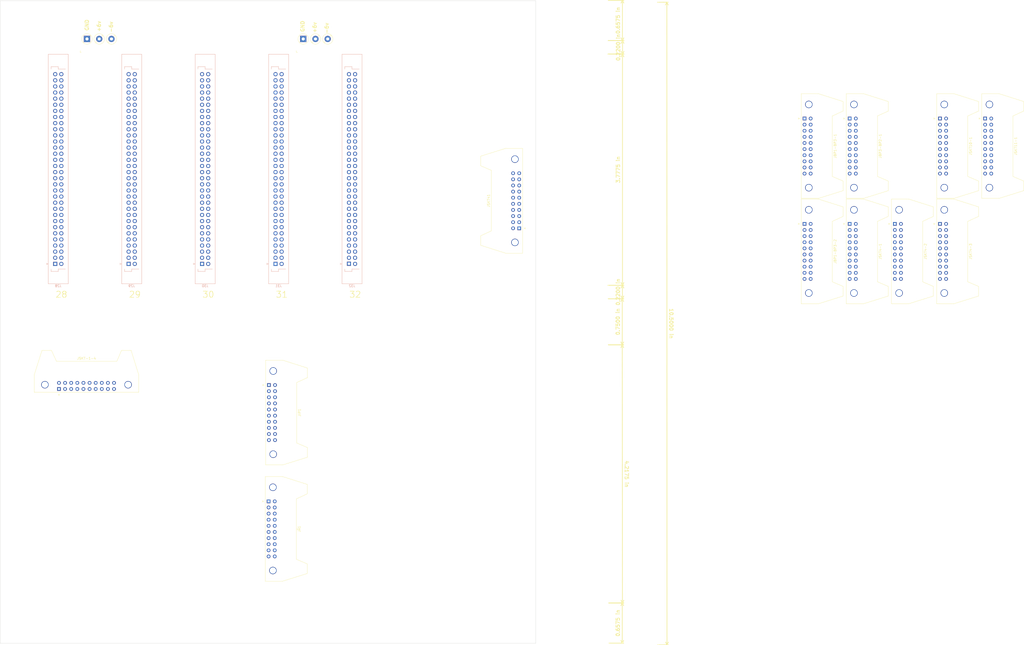
<source format=kicad_pcb>
(kicad_pcb (version 20171130) (host pcbnew "(5.0.0)")

  (general
    (thickness 1.6)
    (drawings 23)
    (tracks 0)
    (zones 0)
    (modules 39)
    (nets 187)
  )

  (page A2)
  (layers
    (0 F.Cu signal)
    (31 B.Cu signal hide)
    (32 B.Adhes user)
    (33 F.Adhes user)
    (34 B.Paste user)
    (35 F.Paste user)
    (36 B.SilkS user)
    (37 F.SilkS user)
    (38 B.Mask user)
    (39 F.Mask user)
    (40 Dwgs.User user)
    (41 Cmts.User user)
    (42 Eco1.User user)
    (43 Eco2.User user)
    (44 Edge.Cuts user)
    (45 Margin user)
    (46 B.CrtYd user)
    (47 F.CrtYd user hide)
    (48 B.Fab user)
    (49 F.Fab user hide)
  )

  (setup
    (last_trace_width 0.25)
    (trace_clearance 0.2)
    (zone_clearance 2.032)
    (zone_45_only yes)
    (trace_min 0.2)
    (segment_width 0.2)
    (edge_width 0.1)
    (via_size 0.8)
    (via_drill 0.4)
    (via_min_size 0.4)
    (via_min_drill 0.3)
    (uvia_size 0.3)
    (uvia_drill 0.1)
    (uvias_allowed no)
    (uvia_min_size 0.2)
    (uvia_min_drill 0.1)
    (pcb_text_width 0.3)
    (pcb_text_size 1.5 1.5)
    (mod_edge_width 0.15)
    (mod_text_size 1 1)
    (mod_text_width 0.15)
    (pad_size 3.2 2.7)
    (pad_drill 3.2)
    (pad_to_mask_clearance 0)
    (aux_axis_origin 0 0)
    (visible_elements 7FFFFFFF)
    (pcbplotparams
      (layerselection 0x010fc_ffffffff)
      (usegerberextensions false)
      (usegerberattributes false)
      (usegerberadvancedattributes false)
      (creategerberjobfile false)
      (excludeedgelayer true)
      (linewidth 0.100000)
      (plotframeref false)
      (viasonmask false)
      (mode 1)
      (useauxorigin false)
      (hpglpennumber 1)
      (hpglpenspeed 20)
      (hpglpendiameter 15.000000)
      (psnegative false)
      (psa4output false)
      (plotreference true)
      (plotvalue true)
      (plotinvisibletext false)
      (padsonsilk false)
      (subtractmaskfromsilk false)
      (outputformat 1)
      (mirror false)
      (drillshape 0)
      (scaleselection 1)
      (outputdirectory "Gerber/"))
  )

  (net 0 "")
  (net 1 GND)
  (net 2 Neg6v)
  (net 3 6v)
  (net 4 /Drivers/-6v)
  (net 5 t4-2-5-14)
  (net 6 SBTm-11-R)
  (net 7 /Drivers/SBT)
  (net 8 RBTm-11-U)
  (net 9 /Drivers/RBT)
  (net 10 /Connections/IG18)
  (net 11 /Connections/IP18)
  (net 12 /Connections/IG17)
  (net 13 /Connections/IP17)
  (net 14 /Connections/IG16)
  (net 15 /Connections/IP16)
  (net 16 /Connections/IG15)
  (net 17 /Connections/IP15)
  (net 18 /Connections/IG14)
  (net 19 /Connections/IP14)
  (net 20 /Connections/IG13)
  (net 21 /Connections/IP13)
  (net 22 /Connections/IG12)
  (net 23 /Connections/IP12)
  (net 24 /Connections/IG11)
  (net 25 /Connections/IP11)
  (net 26 /Connections/IG10)
  (net 27 /Connections/IP10)
  (net 28 /Connections/IG9)
  (net 29 /Connections/IP9)
  (net 30 /Connections/IG8)
  (net 31 /Connections/IP8)
  (net 32 /Connections/IG7)
  (net 33 /Connections/IP7)
  (net 34 /Connections/IG6)
  (net 35 /Connections/IP6)
  (net 36 /Connections/IG5)
  (net 37 /Connections/IP5)
  (net 38 /Connections/IG4)
  (net 39 /Connections/IP4)
  (net 40 /Connections/IG3)
  (net 41 /Connections/IP3)
  (net 42 /Connections/IG2)
  (net 43 /Connections/IP2)
  (net 44 /Connections/IG1)
  (net 45 /Connections/IP1)
  (net 46 /Drivers/6v)
  (net 47 PI3-29-AH)
  (net 48 INT3-3-R)
  (net 49 PI2-29-AF)
  (net 50 INT2-3-K)
  (net 51 PI1-29-AE)
  (net 52 INT1-3-D)
  (net 53 ~WGS~x-5-AF)
  (net 54 ~RGS~x-5-Y)
  (net 55 /Connections/W15)
  (net 56 /Connections/~NG~15)
  (net 57 /Connections/~NG~2)
  (net 58 /Connections/W4)
  (net 59 /Connections/~NG~3)
  (net 60 /Connections/W3)
  (net 61 /Connections/~NG~4)
  (net 62 /Connections/W2)
  (net 63 /Connections/~NG~18)
  (net 64 /Connections/W18)
  (net 65 /Connections/~NG~14)
  (net 66 /Connections/W14)
  (net 67 /Connections/~NG~16)
  (net 68 /Connections/W16)
  (net 69 /Connections/IR5)
  (net 70 /Connections/IP'5)
  (net 71 /Connections/IR8)
  (net 72 /Connections/IP'8)
  (net 73 /Connections/IR7)
  (net 74 /Connections/IP'7)
  (net 75 /Connections/IR6)
  (net 76 /Connections/IP'6)
  (net 77 /Connections/IR4)
  (net 78 /Connections/IP'4)
  (net 79 /Connections/IR3)
  (net 80 /Connections/IP'3)
  (net 81 /Connections/IR2)
  (net 82 /Connections/IP'2)
  (net 83 /Connections/IR1)
  (net 84 /Connections/IP'1)
  (net 85 ~Z2~-4-L)
  (net 86 /Connections/~P~5)
  (net 87 /Connections/~P~6)
  (net 88 /Connections/~P~7)
  (net 89 "#SIP-30-Z")
  (net 90 /Connections/~P~8)
  (net 91 /Connections/~P~9)
  (net 92 SIP-30-21)
  (net 93 /Connections/~P~10)
  (net 94 SOP-30-20)
  (net 95 /Connections/~P~11)
  (net 96 P12-30-V)
  (net 97 /Connections/~P~13)
  (net 98 BT-30-U)
  (net 99 /Connections/~P~12)
  (net 100 STP-30-15)
  (net 101 P13-30-R)
  (net 102 STR-30-14)
  (net 103 "#SOP-30-P")
  (net 104 LW-30-13)
  (net 105 "#STP-30-L")
  (net 106 MARGIN-30-10)
  (net 107 ~RESET~2-2-Y)
  (net 108 SZ1-9-16)
  (net 109 PC1-4=1-22-AC)
  (net 110 "#STR-30-H")
  (net 111 PC5-12=0-25-20)
  (net 112 TZ1-4-T)
  (net 113 PR-30-E)
  (net 114 RTR-30-D)
  (net 115 RTP-30-C)
  (net 116 /Connections/~A~8)
  (net 117 /Connections/OP8)
  (net 118 /Connections/~A~7)
  (net 119 /Connections/OP7)
  (net 120 /Connections/~A~6)
  (net 121 /Connections/OP6)
  (net 122 /Connections/~A~5)
  (net 123 /Connections/OP5)
  (net 124 /Connections/~A~4)
  (net 125 /Connections/OP4)
  (net 126 /Connections/~A~3)
  (net 127 /Connections/OP3)
  (net 128 /Connections/~A~2)
  (net 129 /Connections/OP2)
  (net 130 /Connections/~A~1)
  (net 131 /Connections/OP1)
  (net 132 /Connections/~A~18)
  (net 133 /Connections/OA18)
  (net 134 /Connections/~A~17)
  (net 135 /Connections/OA17)
  (net 136 /Connections/~A~16)
  (net 137 /Connections/OA16)
  (net 138 /Connections/~A~15)
  (net 139 /Connections/OA15)
  (net 140 /Connections/~A~14)
  (net 141 /Connections/OA14)
  (net 142 /Connections/~A~13)
  (net 143 /Connections/OA13)
  (net 144 /Connections/~A~12)
  (net 145 /Connections/OA12)
  (net 146 /Connections/~A~11)
  (net 147 /Connections/OA11)
  (net 148 /Connections/~A~10)
  (net 149 /Connections/OA10)
  (net 150 /Connections/~A~9)
  (net 151 /Connections/OA9)
  (net 152 /Connections/OA8)
  (net 153 /Connections/OA7)
  (net 154 /Connections/OA6)
  (net 155 /Connections/OA5)
  (net 156 /Connections/OA4)
  (net 157 /Connections/OA3)
  (net 158 /Connections/OA2)
  (net 159 /Connections/OA1)
  (net 160 RESET-32-20)
  (net 161 /Connections/~P~4)
  (net 162 P4-32-19)
  (net 163 /Connections/~P~3)
  (net 164 P3-32-18)
  (net 165 /Connections/~P~1)
  (net 166 P1-32-17)
  (net 167 RESET-32-16)
  (net 168 /Connections/~P~2)
  (net 169 P2-32-15)
  (net 170 ~VTG~-32-R)
  (net 171 AUDIO-32-14)
  (net 172 /Connections/OS11)
  (net 173 /Connections/OS10)
  (net 174 /Connections/OS9)
  (net 175 /Connections/OS8)
  (net 176 /Connections/OS7)
  (net 177 /Connections/OS6)
  (net 178 /Connections/OS5)
  (net 179 /Connections/OS4)
  (net 180 /Connections/OS3)
  (net 181 /Connections/OS2)
  (net 182 /Connections/OS1)
  (net 183 /Connections/INT2-3-10)
  (net 184 /Connections/INT-3-3-11)
  (net 185 /Connections/NG17-1-18)
  (net 186 /Connections/~NG~17-1-17)

  (net_class Default "This is the default net class."
    (clearance 0.2)
    (trace_width 0.25)
    (via_dia 0.8)
    (via_drill 0.4)
    (uvia_dia 0.3)
    (uvia_drill 0.1)
    (add_net "#SIP-30-Z")
    (add_net "#SOP-30-P")
    (add_net "#STP-30-L")
    (add_net "#STR-30-H")
    (add_net /Connections/IG1)
    (add_net /Connections/IG10)
    (add_net /Connections/IG11)
    (add_net /Connections/IG12)
    (add_net /Connections/IG13)
    (add_net /Connections/IG14)
    (add_net /Connections/IG15)
    (add_net /Connections/IG16)
    (add_net /Connections/IG17)
    (add_net /Connections/IG18)
    (add_net /Connections/IG2)
    (add_net /Connections/IG3)
    (add_net /Connections/IG4)
    (add_net /Connections/IG5)
    (add_net /Connections/IG6)
    (add_net /Connections/IG7)
    (add_net /Connections/IG8)
    (add_net /Connections/IG9)
    (add_net /Connections/INT-3-3-11)
    (add_net /Connections/INT2-3-10)
    (add_net /Connections/IP'1)
    (add_net /Connections/IP'2)
    (add_net /Connections/IP'3)
    (add_net /Connections/IP'4)
    (add_net /Connections/IP'5)
    (add_net /Connections/IP'6)
    (add_net /Connections/IP'7)
    (add_net /Connections/IP'8)
    (add_net /Connections/IP1)
    (add_net /Connections/IP10)
    (add_net /Connections/IP11)
    (add_net /Connections/IP12)
    (add_net /Connections/IP13)
    (add_net /Connections/IP14)
    (add_net /Connections/IP15)
    (add_net /Connections/IP16)
    (add_net /Connections/IP17)
    (add_net /Connections/IP18)
    (add_net /Connections/IP2)
    (add_net /Connections/IP3)
    (add_net /Connections/IP4)
    (add_net /Connections/IP5)
    (add_net /Connections/IP6)
    (add_net /Connections/IP7)
    (add_net /Connections/IP8)
    (add_net /Connections/IP9)
    (add_net /Connections/IR1)
    (add_net /Connections/IR2)
    (add_net /Connections/IR3)
    (add_net /Connections/IR4)
    (add_net /Connections/IR5)
    (add_net /Connections/IR6)
    (add_net /Connections/IR7)
    (add_net /Connections/IR8)
    (add_net /Connections/NG17-1-18)
    (add_net /Connections/OA1)
    (add_net /Connections/OA10)
    (add_net /Connections/OA11)
    (add_net /Connections/OA12)
    (add_net /Connections/OA13)
    (add_net /Connections/OA14)
    (add_net /Connections/OA15)
    (add_net /Connections/OA16)
    (add_net /Connections/OA17)
    (add_net /Connections/OA18)
    (add_net /Connections/OA2)
    (add_net /Connections/OA3)
    (add_net /Connections/OA4)
    (add_net /Connections/OA5)
    (add_net /Connections/OA6)
    (add_net /Connections/OA7)
    (add_net /Connections/OA8)
    (add_net /Connections/OA9)
    (add_net /Connections/OP1)
    (add_net /Connections/OP2)
    (add_net /Connections/OP3)
    (add_net /Connections/OP4)
    (add_net /Connections/OP5)
    (add_net /Connections/OP6)
    (add_net /Connections/OP7)
    (add_net /Connections/OP8)
    (add_net /Connections/OS1)
    (add_net /Connections/OS10)
    (add_net /Connections/OS11)
    (add_net /Connections/OS2)
    (add_net /Connections/OS3)
    (add_net /Connections/OS4)
    (add_net /Connections/OS5)
    (add_net /Connections/OS6)
    (add_net /Connections/OS7)
    (add_net /Connections/OS8)
    (add_net /Connections/OS9)
    (add_net /Connections/W14)
    (add_net /Connections/W15)
    (add_net /Connections/W16)
    (add_net /Connections/W18)
    (add_net /Connections/W2)
    (add_net /Connections/W3)
    (add_net /Connections/W4)
    (add_net /Connections/~A~1)
    (add_net /Connections/~A~10)
    (add_net /Connections/~A~11)
    (add_net /Connections/~A~12)
    (add_net /Connections/~A~13)
    (add_net /Connections/~A~14)
    (add_net /Connections/~A~15)
    (add_net /Connections/~A~16)
    (add_net /Connections/~A~17)
    (add_net /Connections/~A~18)
    (add_net /Connections/~A~2)
    (add_net /Connections/~A~3)
    (add_net /Connections/~A~4)
    (add_net /Connections/~A~5)
    (add_net /Connections/~A~6)
    (add_net /Connections/~A~7)
    (add_net /Connections/~A~8)
    (add_net /Connections/~A~9)
    (add_net /Connections/~NG~14)
    (add_net /Connections/~NG~15)
    (add_net /Connections/~NG~16)
    (add_net /Connections/~NG~17-1-17)
    (add_net /Connections/~NG~18)
    (add_net /Connections/~NG~2)
    (add_net /Connections/~NG~3)
    (add_net /Connections/~NG~4)
    (add_net /Connections/~P~1)
    (add_net /Connections/~P~10)
    (add_net /Connections/~P~11)
    (add_net /Connections/~P~12)
    (add_net /Connections/~P~13)
    (add_net /Connections/~P~2)
    (add_net /Connections/~P~3)
    (add_net /Connections/~P~4)
    (add_net /Connections/~P~5)
    (add_net /Connections/~P~6)
    (add_net /Connections/~P~7)
    (add_net /Connections/~P~8)
    (add_net /Connections/~P~9)
    (add_net /Drivers/-6v)
    (add_net /Drivers/6v)
    (add_net /Drivers/RBT)
    (add_net /Drivers/SBT)
    (add_net AUDIO-32-14)
    (add_net BT-30-U)
    (add_net INT1-3-D)
    (add_net INT2-3-K)
    (add_net INT3-3-R)
    (add_net LW-30-13)
    (add_net MARGIN-30-10)
    (add_net P1-32-17)
    (add_net P12-30-V)
    (add_net P13-30-R)
    (add_net P2-32-15)
    (add_net P3-32-18)
    (add_net P4-32-19)
    (add_net PC1-4=1-22-AC)
    (add_net PC5-12=0-25-20)
    (add_net PI1-29-AE)
    (add_net PI2-29-AF)
    (add_net PI3-29-AH)
    (add_net PR-30-E)
    (add_net RBTm-11-U)
    (add_net RESET-32-16)
    (add_net RESET-32-20)
    (add_net RTP-30-C)
    (add_net RTR-30-D)
    (add_net SBTm-11-R)
    (add_net SIP-30-21)
    (add_net SOP-30-20)
    (add_net STP-30-15)
    (add_net STR-30-14)
    (add_net SZ1-9-16)
    (add_net TZ1-4-T)
    (add_net t4-2-5-14)
    (add_net ~RESET~2-2-Y)
    (add_net ~RGS~x-5-Y)
    (add_net ~VTG~-32-R)
    (add_net ~WGS~x-5-AF)
    (add_net ~Z2~-4-L)
  )

  (net_class GNDTrack ""
    (clearance 0.2)
    (trace_width 0.5)
    (via_dia 0.8)
    (via_drill 0.4)
    (uvia_dia 0.3)
    (uvia_drill 0.1)
    (add_net 6v)
    (add_net GND)
    (add_net Neg6v)
  )

  (module ELLIOTT:TerminalBlock_5.08_1x03 (layer F.Cu) (tedit 5CC5CCCE) (tstamp 5CC5D9AF)
    (at 138.5 41.25)
    (descr "Terminal Block Phoenix MKDS-3-3-5.08, 3 pins, pitch 5.08mm, size 15.2x11.2mm^2, drill diamater 1.3mm, pad diameter 2.6mm, see http://www.farnell.com/datasheets/2138224.pdf, script-generated using https://github.com/pointhi/kicad-footprint-generator/scripts/TerminalBlock_Phoenix")
    (tags "THT Terminal Block Phoenix MKDS-3-3-5.08 pitch 5.08mm size 15.2x11.2mm^2 drill 1.3mm pad 2.6mm")
    (path /5CD562CD)
    (fp_text reference J0 (at -3.8 0 -270) (layer F.SilkS) hide
      (effects (font (size 1 1) (thickness 0.15)))
    )
    (fp_text value ~ (at 5.08 6.36) (layer F.Fab)
      (effects (font (size 1 1) (thickness 0.15)))
    )
    (fp_circle (center 0 0) (end 2 0) (layer F.Fab) (width 0.1))
    (fp_circle (center 0 0) (end 2.18 0) (layer F.SilkS) (width 0.12))
    (fp_circle (center 5.08 0) (end 7.08 0) (layer F.Fab) (width 0.1))
    (fp_circle (center 5.08 0) (end 7.26 0) (layer F.SilkS) (width 0.12))
    (fp_circle (center 10.16 0) (end 12.16 0) (layer F.Fab) (width 0.1))
    (fp_circle (center 10.16 0) (end 12.34 0) (layer F.SilkS) (width 0.12))
    (fp_line (start 1.517 -1.273) (end -1.273 1.517) (layer F.Fab) (width 0.1))
    (fp_line (start 1.273 -1.517) (end -1.517 1.273) (layer F.Fab) (width 0.1))
    (fp_line (start 1.654 -1.388) (end 1.547 -1.281) (layer F.SilkS) (width 0.12))
    (fp_line (start -1.282 1.547) (end -1.388 1.654) (layer F.SilkS) (width 0.12))
    (fp_line (start 1.388 -1.654) (end 1.281 -1.547) (layer F.SilkS) (width 0.12))
    (fp_line (start -1.548 1.281) (end -1.654 1.388) (layer F.SilkS) (width 0.12))
    (fp_line (start 6.597 -1.273) (end 3.808 1.517) (layer F.Fab) (width 0.1))
    (fp_line (start 6.353 -1.517) (end 3.564 1.273) (layer F.Fab) (width 0.1))
    (fp_line (start 6.734 -1.388) (end 6.339 -0.992) (layer F.SilkS) (width 0.12))
    (fp_line (start 4.073 1.274) (end 3.693 1.654) (layer F.SilkS) (width 0.12))
    (fp_line (start 6.468 -1.654) (end 6.088 -1.274) (layer F.SilkS) (width 0.12))
    (fp_line (start 3.822 0.992) (end 3.427 1.388) (layer F.SilkS) (width 0.12))
    (fp_line (start 11.677 -1.273) (end 8.888 1.517) (layer F.Fab) (width 0.1))
    (fp_line (start 11.433 -1.517) (end 8.644 1.273) (layer F.Fab) (width 0.1))
    (fp_line (start 11.814 -1.388) (end 11.419 -0.992) (layer F.SilkS) (width 0.12))
    (fp_line (start 9.153 1.274) (end 8.773 1.654) (layer F.SilkS) (width 0.12))
    (fp_line (start 11.548 -1.654) (end 11.168 -1.274) (layer F.SilkS) (width 0.12))
    (fp_line (start 8.902 0.992) (end 8.507 1.388) (layer F.SilkS) (width 0.12))
    (fp_line (start -2.84 4.86) (end -2.84 5.6) (layer F.SilkS) (width 0.12))
    (fp_line (start -2.84 5.6) (end -2.34 5.6) (layer F.SilkS) (width 0.12))
    (fp_line (start -3.04 -6.4) (end -3.04 5.8) (layer F.CrtYd) (width 0.05))
    (fp_line (start -3.04 5.8) (end 13.21 5.8) (layer F.CrtYd) (width 0.05))
    (fp_line (start 13.21 5.8) (end 13.21 -6.4) (layer F.CrtYd) (width 0.05))
    (fp_line (start 13.21 -6.4) (end -3.04 -6.4) (layer F.CrtYd) (width 0.05))
    (pad 1 thru_hole rect (at 0 0) (size 2.6 2.6) (drill 1.3) (layers *.Cu *.Mask)
      (net 1 GND))
    (pad 2 thru_hole circle (at 5.08 0) (size 2.6 2.6) (drill 1.3) (layers *.Cu *.Mask)
      (net 3 6v))
    (pad 3 thru_hole circle (at 10.16 0) (size 2.6 2.6) (drill 1.3) (layers *.Cu *.Mask)
      (net 2 Neg6v))
    (model ${KISYS3DMOD}/TerminalBlock_Phoenix.3dshapes/TerminalBlock_Phoenix_MKDS-3-3-5.08_1x03_P5.08mm_Horizontal.wrl
      (at (xyz 0 0 0))
      (scale (xyz 1 1 1))
      (rotate (xyz 0 0 0))
    )
  )

  (module MountingHole:MountingHole_2.7mm (layer F.Cu) (tedit 5D751706) (tstamp 5CC62BB8)
    (at 222.25 164.18)
    (descr "Mounting Hole 2.7mm, no annular")
    (tags "mounting hole 2.7mm no annular")
    (attr virtual)
    (fp_text reference TH3 (at 0 -3.7) (layer F.Fab)
      (effects (font (size 1 1) (thickness 0.15)))
    )
    (fp_text value MountingHole_2.7mm (at 0 3.7) (layer F.Fab)
      (effects (font (size 1 1) (thickness 0.15)))
    )
    (fp_circle (center 0 0) (end 2.95 0) (layer F.CrtYd) (width 0.05))
    (fp_circle (center 0 0) (end 2.7 0) (layer Cmts.User) (width 0.15))
    (fp_text user %R (at 0.3 0) (layer F.Fab)
      (effects (font (size 1 1) (thickness 0.15)))
    )
    (pad 1 np_thru_hole circle (at 0 0) (size 2.7 2.7) (drill 2.7) (layers *.Cu *.Mask))
  )

  (module MountingHole:MountingHole_2.7mm (layer F.Cu) (tedit 5D752320) (tstamp 5CC5C883)
    (at 222.25 286.68)
    (descr "Mounting Hole 2.7mm, no annular")
    (tags "mounting hole 2.7mm no annular")
    (attr virtual)
    (fp_text reference TH4 (at 0 -3.7) (layer F.Fab)
      (effects (font (size 1 1) (thickness 0.15)))
    )
    (fp_text value MountingHole_2.7mm (at 0 3.7) (layer F.Fab)
      (effects (font (size 1 1) (thickness 0.15)))
    )
    (fp_circle (center 0 0) (end 2.95 0) (layer F.CrtYd) (width 0.05))
    (fp_circle (center 0 0) (end 2.7 0) (layer Cmts.User) (width 0.15))
    (fp_text user %R (at 0.3 0) (layer F.Fab)
      (effects (font (size 1 1) (thickness 0.15)))
    )
    (pad 1 np_thru_hole circle (at 0 0) (size 2.7 2.7) (drill 2.7) (layers *.Cu *.Mask))
  )

  (module MountingHole:MountingHole_2.7mm (layer F.Cu) (tedit 5D73FA42) (tstamp 5CC62B74)
    (at 19.05 164.18)
    (descr "Mounting Hole 2.7mm, no annular")
    (tags "mounting hole 2.7mm no annular")
    (attr virtual)
    (fp_text reference TH235 (at 0 -3.7) (layer F.Fab)
      (effects (font (size 1 1) (thickness 0.15)))
    )
    (fp_text value ~ (at 0 3.7) (layer F.Fab)
      (effects (font (size 1 1) (thickness 0.15)))
    )
    (fp_circle (center 0 0) (end 2.95 0) (layer F.CrtYd) (width 0.05))
    (fp_circle (center 0 0) (end 2.7 0) (layer Cmts.User) (width 0.15))
    (fp_text user %R (at 0.3 0) (layer F.Fab)
      (effects (font (size 1 1) (thickness 0.15)))
    )
    (pad 1 np_thru_hole circle (at 0 0) (size 2.7 2.7) (drill 2.7) (layers *.Cu *.Mask))
  )

  (module MountingHole:MountingHole_2.7mm (layer F.Cu) (tedit 5D73FA30) (tstamp 5CC629CB)
    (at 19.05 153.33)
    (descr "Mounting Hole 2.7mm, no annular")
    (tags "mounting hole 2.7mm no annular")
    (attr virtual)
    (fp_text reference TH135 (at 0 -3.7) (layer F.Fab)
      (effects (font (size 1 1) (thickness 0.15)))
    )
    (fp_text value ~ (at 0 3.7) (layer F.Fab)
      (effects (font (size 1 1) (thickness 0.15)))
    )
    (fp_circle (center 0 0) (end 2.95 0) (layer F.CrtYd) (width 0.05))
    (fp_circle (center 0 0) (end 2.7 0) (layer Cmts.User) (width 0.15))
    (fp_text user %R (at 0.3 0) (layer F.Fab)
      (effects (font (size 1 1) (thickness 0.15)))
    )
    (pad 1 np_thru_hole circle (at 0 0) (size 2.7 2.7) (drill 2.7) (layers *.Cu *.Mask))
  )

  (module MountingHole:MountingHole_2.7mm (layer F.Cu) (tedit 5D73FB04) (tstamp 5CC629BD)
    (at 222.25 153.33)
    (descr "Mounting Hole 2.7mm, no annular")
    (tags "mounting hole 2.7mm no annular")
    (attr virtual)
    (fp_text reference TH2 (at 0 -3.7) (layer F.Fab)
      (effects (font (size 1 1) (thickness 0.15)))
    )
    (fp_text value MountingHole_2.7mm (at 0 3.7) (layer F.Fab)
      (effects (font (size 1 1) (thickness 0.15)))
    )
    (fp_circle (center 0 0) (end 2.95 0) (layer F.CrtYd) (width 0.05))
    (fp_circle (center 0 0) (end 2.7 0) (layer Cmts.User) (width 0.15))
    (fp_text user %R (at 0.3 0) (layer F.Fab)
      (effects (font (size 1 1) (thickness 0.15)))
    )
    (pad 1 np_thru_hole circle (at 0 0) (size 2.7 2.7) (drill 2.7) (layers *.Cu *.Mask))
  )

  (module MountingHole:MountingHole_2.7mm (layer F.Cu) (tedit 5D7517EC) (tstamp 5CC5D492)
    (at 222.25 30.83)
    (descr "Mounting Hole 2.7mm, no annular")
    (tags "mounting hole 2.7mm no annular")
    (attr virtual)
    (fp_text reference TH1 (at 0 -3.7) (layer F.Fab)
      (effects (font (size 1 1) (thickness 0.15)))
    )
    (fp_text value MountingHole_2.7mm (at 0 3.7) (layer F.Fab)
      (effects (font (size 1 1) (thickness 0.15)))
    )
    (fp_circle (center 0 0) (end 2.95 0) (layer F.CrtYd) (width 0.05))
    (fp_circle (center 0 0) (end 2.7 0) (layer Cmts.User) (width 0.15))
    (fp_text user %R (at 0.3 0) (layer F.Fab)
      (effects (font (size 1 1) (thickness 0.15)))
    )
    (pad 1 np_thru_hole circle (at 0 0) (size 2.7 2.7) (drill 2.7) (layers *.Cu *.Mask))
  )

  (module MountingHole:MountingHole_2.7mm (layer F.Cu) (tedit 5D7517F4) (tstamp 5CC5D6ED)
    (at 191.77 30.83)
    (descr "Mounting Hole 2.7mm, no annular")
    (tags "mounting hole 2.7mm no annular")
    (attr virtual)
    (fp_text reference TH45 (at 0 -3.7) (layer F.Fab)
      (effects (font (size 1 1) (thickness 0.15)))
    )
    (fp_text value MountingHole_2.7mm (at 0 3.7) (layer F.Fab)
      (effects (font (size 1 1) (thickness 0.15)))
    )
    (fp_circle (center 0 0) (end 2.95 0) (layer F.CrtYd) (width 0.05))
    (fp_circle (center 0 0) (end 2.7 0) (layer Cmts.User) (width 0.15))
    (fp_text user %R (at 0.3 0) (layer F.Fab)
      (effects (font (size 1 1) (thickness 0.15)))
    )
    (pad 1 np_thru_hole circle (at 0 0) (size 2.7 2.7) (drill 2.7) (layers *.Cu *.Mask))
  )

  (module MountingHole:MountingHole_2.7mm (layer F.Cu) (tedit 5D7523B0) (tstamp 5CC5D134)
    (at 19.05 30.83)
    (descr "Mounting Hole 2.7mm, no annular")
    (tags "mounting hole 2.7mm no annular")
    (attr virtual)
    (fp_text reference TH33 (at 0 -3.7) (layer F.Fab)
      (effects (font (size 1 1) (thickness 0.15)))
    )
    (fp_text value ~ (at 0 3.7) (layer F.Fab)
      (effects (font (size 1 1) (thickness 0.15)))
    )
    (fp_circle (center 0 0) (end 2.95 0) (layer F.CrtYd) (width 0.05))
    (fp_circle (center 0 0) (end 2.7 0) (layer Cmts.User) (width 0.15))
    (fp_text user %R (at 0.3 0) (layer F.Fab)
      (effects (font (size 1 1) (thickness 0.15)))
    )
    (pad 1 np_thru_hole circle (at 0 0) (size 2.7 2.7) (drill 2.7) (layers *.Cu *.Mask))
  )

  (module MountingHole:MountingHole_2.7mm (layer F.Cu) (tedit 5D7523B9) (tstamp 5CC5D126)
    (at 39.37 30.83)
    (descr "Mounting Hole 2.7mm, no annular")
    (tags "mounting hole 2.7mm no annular")
    (attr virtual)
    (fp_text reference TH35 (at 0 -3.7) (layer F.Fab)
      (effects (font (size 1 1) (thickness 0.15)))
    )
    (fp_text value ~ (at 0 3.7) (layer F.Fab)
      (effects (font (size 1 1) (thickness 0.15)))
    )
    (fp_circle (center 0 0) (end 2.95 0) (layer F.CrtYd) (width 0.05))
    (fp_circle (center 0 0) (end 2.7 0) (layer Cmts.User) (width 0.15))
    (fp_text user %R (at 0.3 0) (layer F.Fab)
      (effects (font (size 1 1) (thickness 0.15)))
    )
    (pad 1 np_thru_hole circle (at 0 0) (size 2.7 2.7) (drill 2.7) (layers *.Cu *.Mask))
  )

  (module MountingHole:MountingHole_2.7mm (layer F.Cu) (tedit 5D75181E) (tstamp 5CC5D118)
    (at 69.85 30.83)
    (descr "Mounting Hole 2.7mm, no annular")
    (tags "mounting hole 2.7mm no annular")
    (attr virtual)
    (fp_text reference TH37 (at 0 -3.7) (layer F.Fab)
      (effects (font (size 1 1) (thickness 0.15)))
    )
    (fp_text value MountingHole_2.7mm (at 0 3.7) (layer F.Fab)
      (effects (font (size 1 1) (thickness 0.15)))
    )
    (fp_circle (center 0 0) (end 2.95 0) (layer F.CrtYd) (width 0.05))
    (fp_circle (center 0 0) (end 2.7 0) (layer Cmts.User) (width 0.15))
    (fp_text user %R (at 0.3 0) (layer F.Fab)
      (effects (font (size 1 1) (thickness 0.15)))
    )
    (pad 1 np_thru_hole circle (at 0 0) (size 2.7 2.7) (drill 2.7) (layers *.Cu *.Mask))
  )

  (module MountingHole:MountingHole_2.7mm (layer F.Cu) (tedit 5D751813) (tstamp 5CC5D10A)
    (at 100.33 30.83)
    (descr "Mounting Hole 2.7mm, no annular")
    (tags "mounting hole 2.7mm no annular")
    (attr virtual)
    (fp_text reference TH39 (at 0 -3.7) (layer F.Fab)
      (effects (font (size 1 1) (thickness 0.15)))
    )
    (fp_text value MountingHole_2.7mm (at 0 3.7) (layer F.Fab)
      (effects (font (size 1 1) (thickness 0.15)))
    )
    (fp_circle (center 0 0) (end 2.95 0) (layer F.CrtYd) (width 0.05))
    (fp_circle (center 0 0) (end 2.7 0) (layer Cmts.User) (width 0.15))
    (fp_text user %R (at 0.3 0) (layer F.Fab)
      (effects (font (size 1 1) (thickness 0.15)))
    )
    (pad 1 np_thru_hole circle (at 0 0) (size 2.7 2.7) (drill 2.7) (layers *.Cu *.Mask))
  )

  (module MountingHole:MountingHole_2.7mm (layer F.Cu) (tedit 5D75180C) (tstamp 5CC5D0FC)
    (at 130.81 30.83)
    (descr "Mounting Hole 2.7mm, no annular")
    (tags "mounting hole 2.7mm no annular")
    (attr virtual)
    (fp_text reference TH41 (at 0 -3.7) (layer F.Fab)
      (effects (font (size 1 1) (thickness 0.15)))
    )
    (fp_text value MountingHole_2.7mm (at 0 3.7) (layer F.Fab)
      (effects (font (size 1 1) (thickness 0.15)))
    )
    (fp_circle (center 0 0) (end 2.95 0) (layer F.CrtYd) (width 0.05))
    (fp_circle (center 0 0) (end 2.7 0) (layer Cmts.User) (width 0.15))
    (fp_text user %R (at 0.3 0) (layer F.Fab)
      (effects (font (size 1 1) (thickness 0.15)))
    )
    (pad 1 np_thru_hole circle (at 0 0) (size 2.7 2.7) (drill 2.7) (layers *.Cu *.Mask))
  )

  (module MountingHole:MountingHole_2.7mm (layer F.Cu) (tedit 5D7517FF) (tstamp 5CC5D0EE)
    (at 161.29 30.83)
    (descr "Mounting Hole 2.7mm, no annular")
    (tags "mounting hole 2.7mm no annular")
    (attr virtual)
    (fp_text reference TH43 (at 0 -3.7) (layer F.Fab)
      (effects (font (size 1 1) (thickness 0.15)))
    )
    (fp_text value MountingHole_2.7mm (at 0 3.7) (layer F.Fab)
      (effects (font (size 1 1) (thickness 0.15)))
    )
    (fp_circle (center 0 0) (end 2.95 0) (layer F.CrtYd) (width 0.05))
    (fp_circle (center 0 0) (end 2.7 0) (layer Cmts.User) (width 0.15))
    (fp_text user %R (at 0.3 0) (layer F.Fab)
      (effects (font (size 1 1) (thickness 0.15)))
    )
    (pad 1 np_thru_hole circle (at 0 0) (size 2.7 2.7) (drill 2.7) (layers *.Cu *.Mask))
  )

  (module MountingHole:MountingHole_2.7mm (layer F.Cu) (tedit 5D751837) (tstamp 5CC5C8E5)
    (at 19.05 286.68)
    (descr "Mounting Hole 2.7mm, no annular")
    (tags "mounting hole 2.7mm no annular")
    (attr virtual)
    (fp_text reference TH333 (at 0 -3.7) (layer F.Fab)
      (effects (font (size 1 1) (thickness 0.15)))
    )
    (fp_text value MountingHole_2.7mm (at 0 3.7) (layer F.Fab)
      (effects (font (size 1 1) (thickness 0.15)))
    )
    (fp_circle (center 0 0) (end 2.95 0) (layer F.CrtYd) (width 0.05))
    (fp_circle (center 0 0) (end 2.7 0) (layer Cmts.User) (width 0.15))
    (fp_text user %R (at 0.3 0) (layer F.Fab)
      (effects (font (size 1 1) (thickness 0.15)))
    )
    (pad 1 np_thru_hole circle (at 0 0) (size 2.7 2.7) (drill 2.7) (layers *.Cu *.Mask))
  )

  (module MountingHole:MountingHole_2.7mm (layer F.Cu) (tedit 5D75183C) (tstamp 5CC5C8D7)
    (at 39.37 286.68)
    (descr "Mounting Hole 2.7mm, no annular")
    (tags "mounting hole 2.7mm no annular")
    (attr virtual)
    (fp_text reference TH335 (at 0 -3.7) (layer F.Fab)
      (effects (font (size 1 1) (thickness 0.15)))
    )
    (fp_text value MountingHole_2.7mm (at 0 3.7) (layer F.Fab)
      (effects (font (size 1 1) (thickness 0.15)))
    )
    (fp_circle (center 0 0) (end 2.95 0) (layer F.CrtYd) (width 0.05))
    (fp_circle (center 0 0) (end 2.7 0) (layer Cmts.User) (width 0.15))
    (fp_text user %R (at 0.3 0) (layer F.Fab)
      (effects (font (size 1 1) (thickness 0.15)))
    )
    (pad 1 np_thru_hole circle (at 0 0) (size 2.7 2.7) (drill 2.7) (layers *.Cu *.Mask))
  )

  (module MountingHole:MountingHole_2.7mm (layer F.Cu) (tedit 5D751843) (tstamp 5CC5C8C9)
    (at 69.85 286.68)
    (descr "Mounting Hole 2.7mm, no annular")
    (tags "mounting hole 2.7mm no annular")
    (attr virtual)
    (fp_text reference TH337 (at 0 -3.7) (layer F.Fab)
      (effects (font (size 1 1) (thickness 0.15)))
    )
    (fp_text value MountingHole_2.7mm (at 0 3.7) (layer F.Fab)
      (effects (font (size 1 1) (thickness 0.15)))
    )
    (fp_circle (center 0 0) (end 2.95 0) (layer F.CrtYd) (width 0.05))
    (fp_circle (center 0 0) (end 2.7 0) (layer Cmts.User) (width 0.15))
    (fp_text user %R (at 0.3 0) (layer F.Fab)
      (effects (font (size 1 1) (thickness 0.15)))
    )
    (pad 1 np_thru_hole circle (at 0 0) (size 2.7 2.7) (drill 2.7) (layers *.Cu *.Mask))
  )

  (module MountingHole:MountingHole_2.7mm (layer F.Cu) (tedit 5D752304) (tstamp 5CC5C8BB)
    (at 100.33 286.68)
    (descr "Mounting Hole 2.7mm, no annular")
    (tags "mounting hole 2.7mm no annular")
    (attr virtual)
    (fp_text reference TH339 (at 0 -3.7) (layer F.Fab)
      (effects (font (size 1 1) (thickness 0.15)))
    )
    (fp_text value MountingHole_2.7mm (at 0 3.7) (layer F.Fab)
      (effects (font (size 1 1) (thickness 0.15)))
    )
    (fp_circle (center 0 0) (end 2.95 0) (layer F.CrtYd) (width 0.05))
    (fp_circle (center 0 0) (end 2.7 0) (layer Cmts.User) (width 0.15))
    (fp_text user %R (at 0.3 0) (layer F.Fab)
      (effects (font (size 1 1) (thickness 0.15)))
    )
    (pad 1 np_thru_hole circle (at 0 0) (size 2.7 2.7) (drill 2.7) (layers *.Cu *.Mask))
  )

  (module MountingHole:MountingHole_2.7mm (layer F.Cu) (tedit 5D75230D) (tstamp 5CC5C8AD)
    (at 130.81 286.68)
    (descr "Mounting Hole 2.7mm, no annular")
    (tags "mounting hole 2.7mm no annular")
    (attr virtual)
    (fp_text reference TH341 (at 0 -3.7) (layer F.Fab)
      (effects (font (size 1 1) (thickness 0.15)))
    )
    (fp_text value MountingHole_2.7mm (at 0 3.7) (layer F.Fab)
      (effects (font (size 1 1) (thickness 0.15)))
    )
    (fp_circle (center 0 0) (end 2.95 0) (layer F.CrtYd) (width 0.05))
    (fp_circle (center 0 0) (end 2.7 0) (layer Cmts.User) (width 0.15))
    (fp_text user %R (at 0.3 0) (layer F.Fab)
      (effects (font (size 1 1) (thickness 0.15)))
    )
    (pad 1 np_thru_hole circle (at 0 0) (size 2.7 2.7) (drill 2.7) (layers *.Cu *.Mask))
  )

  (module MountingHole:MountingHole_2.7mm (layer F.Cu) (tedit 5D752313) (tstamp 5CC5C89F)
    (at 161.29 286.68)
    (descr "Mounting Hole 2.7mm, no annular")
    (tags "mounting hole 2.7mm no annular")
    (attr virtual)
    (fp_text reference TH343 (at 0 -3.7) (layer F.Fab)
      (effects (font (size 1 1) (thickness 0.15)))
    )
    (fp_text value MountingHole_2.7mm (at 0 3.7) (layer F.Fab)
      (effects (font (size 1 1) (thickness 0.15)))
    )
    (fp_circle (center 0 0) (end 2.95 0) (layer F.CrtYd) (width 0.05))
    (fp_circle (center 0 0) (end 2.7 0) (layer Cmts.User) (width 0.15))
    (fp_text user %R (at 0.3 0) (layer F.Fab)
      (effects (font (size 1 1) (thickness 0.15)))
    )
    (pad 1 np_thru_hole circle (at 0 0) (size 2.7 2.7) (drill 2.7) (layers *.Cu *.Mask))
  )

  (module MountingHole:MountingHole_2.7mm (layer F.Cu) (tedit 5D75231A) (tstamp 5CC5C891)
    (at 191.77 286.68)
    (descr "Mounting Hole 2.7mm, no annular")
    (tags "mounting hole 2.7mm no annular")
    (attr virtual)
    (fp_text reference TH345 (at 0 -3.7) (layer F.Fab)
      (effects (font (size 1 1) (thickness 0.15)))
    )
    (fp_text value MountingHole_2.7mm (at 0 3.7) (layer F.Fab)
      (effects (font (size 1 1) (thickness 0.15)))
    )
    (fp_circle (center 0 0) (end 2.95 0) (layer F.CrtYd) (width 0.05))
    (fp_circle (center 0 0) (end 2.7 0) (layer Cmts.User) (width 0.15))
    (fp_text user %R (at 0.3 0) (layer F.Fab)
      (effects (font (size 1 1) (thickness 0.15)))
    )
    (pad 1 np_thru_hole circle (at 0 0) (size 2.7 2.7) (drill 2.7) (layers *.Cu *.Mask))
  )

  (module ELLIOTT:DIN41612_B_2x32_Vertical (layer B.Cu) (tedit 5D777A0F) (tstamp 5CC47EBD)
    (at 35.56 134.62)
    (descr "DIN 41612 connector, type B, vertical, 32 pins wide, 2 rows, full configuration")
    (tags "DIN 41512 IEC 60603 B")
    (path /5F184515/5F18E9F4)
    (fp_text reference J28 (at 1.27 9.13) (layer B.SilkS)
      (effects (font (size 1 1) (thickness 0.15)) (justify mirror))
    )
    (fp_text value ~ (at 1.27 -88.17) (layer B.Fab)
      (effects (font (size 1 1) (thickness 0.15)) (justify mirror))
    )
    (fp_text user %R (at 1.27 -39.37) (layer B.Fab)
      (effects (font (size 0.6 0.6) (thickness 0.07)) (justify mirror))
    )
    (fp_line (start -3.58 -0.3) (end -2.98 0) (layer B.SilkS) (width 0.12))
    (fp_line (start -3.58 0.3) (end -3.58 -0.3) (layer B.SilkS) (width 0.12))
    (fp_line (start -2.98 0) (end -3.58 0.3) (layer B.SilkS) (width 0.12))
    (fp_line (start -1.705 -81.87) (end -1.705 -80.87) (layer B.SilkS) (width 0.15))
    (fp_line (start 1.245 -81.87) (end -1.705 -81.87) (layer B.SilkS) (width 0.15))
    (fp_line (start 1.245 -80.87) (end 1.245 -81.87) (layer B.SilkS) (width 0.15))
    (fp_line (start 4.245 -80.87) (end 1.245 -80.87) (layer B.SilkS) (width 0.15))
    (fp_line (start 1.245 2.13) (end 4.245 2.13) (layer B.SilkS) (width 0.15))
    (fp_line (start 1.245 3.13) (end 1.245 2.13) (layer B.SilkS) (width 0.15))
    (fp_line (start -1.705 3.13) (end 1.245 3.13) (layer B.SilkS) (width 0.15))
    (fp_line (start -1.705 2.13) (end -1.705 3.13) (layer B.SilkS) (width 0.15))
    (fp_line (start 5.42 8.23) (end -2.88 8.23) (layer B.SilkS) (width 0.15))
    (fp_line (start 5.42 -86.97) (end 5.42 8.23) (layer B.SilkS) (width 0.15))
    (fp_line (start -2.88 -86.97) (end 5.42 -86.97) (layer B.SilkS) (width 0.15))
    (fp_line (start -2.88 8.23) (end -2.88 -86.97) (layer B.SilkS) (width 0.15))
    (fp_line (start -3.58 -0.3) (end -2.98 0) (layer B.Fab) (width 0.12))
    (fp_line (start -3.58 0.3) (end -3.58 -0.3) (layer B.Fab) (width 0.12))
    (fp_line (start -2.98 0) (end -3.58 0.3) (layer B.Fab) (width 0.12))
    (fp_line (start -1.705 -80.87) (end -1.705 2.13) (layer B.Fab) (width 0.1))
    (fp_line (start -1.705 -81.87) (end -1.705 -80.87) (layer B.Fab) (width 0.1))
    (fp_line (start 1.245 -81.87) (end -1.705 -81.87) (layer B.Fab) (width 0.1))
    (fp_line (start 1.245 -80.87) (end 1.245 -81.87) (layer B.Fab) (width 0.1))
    (fp_line (start 4.245 -80.87) (end 1.245 -80.87) (layer B.Fab) (width 0.1))
    (fp_line (start 4.245 2.13) (end 4.245 -80.87) (layer B.Fab) (width 0.1))
    (fp_line (start 1.245 2.13) (end 4.245 2.13) (layer B.Fab) (width 0.1))
    (fp_line (start 1.245 3.13) (end 1.245 2.13) (layer B.Fab) (width 0.1))
    (fp_line (start -1.705 3.13) (end 1.245 3.13) (layer B.Fab) (width 0.1))
    (fp_line (start -1.705 2.13) (end -1.705 3.13) (layer B.Fab) (width 0.1))
    (fp_line (start 5.82 8.63) (end -3.28 8.63) (layer B.CrtYd) (width 0.05))
    (fp_line (start 5.82 -87.37) (end 5.82 8.63) (layer B.CrtYd) (width 0.05))
    (fp_line (start -3.28 -87.37) (end 5.82 -87.37) (layer B.CrtYd) (width 0.05))
    (fp_line (start -3.28 8.63) (end -3.28 -87.37) (layer B.CrtYd) (width 0.05))
    (pad "" np_thru_hole circle (at 2.24 -84.37) (size 2.8 2.8) (drill 2.8) (layers *.Cu *.Mask))
    (pad "" np_thru_hole circle (at 2.24 5.63) (size 2.8 2.8) (drill 2.8) (layers *.Cu *.Mask))
    (pad AL thru_hole circle (at 2.54 -78.74) (size 1.7 1.7) (drill 1) (layers *.Cu *.Mask)
      (net 1 GND))
    (pad 32 thru_hole circle (at 0 -78.74) (size 1.7 1.7) (drill 1) (layers *.Cu *.Mask)
      (net 1 GND))
    (pad AK thru_hole circle (at 2.54 -76.2) (size 1.7 1.7) (drill 1) (layers *.Cu *.Mask)
      (net 4 /Drivers/-6v))
    (pad 31 thru_hole circle (at 0 -76.2) (size 1.7 1.7) (drill 1) (layers *.Cu *.Mask)
      (net 4 /Drivers/-6v))
    (pad AJ thru_hole circle (at 2.54 -73.66) (size 1.7 1.7) (drill 1) (layers *.Cu *.Mask)
      (net 5 t4-2-5-14))
    (pad 30 thru_hole circle (at 0 -73.66) (size 1.7 1.7) (drill 1) (layers *.Cu *.Mask))
    (pad AH thru_hole circle (at 2.54 -71.12) (size 1.7 1.7) (drill 1) (layers *.Cu *.Mask)
      (net 6 SBTm-11-R))
    (pad 29 thru_hole circle (at 0 -71.12) (size 1.7 1.7) (drill 1) (layers *.Cu *.Mask)
      (net 7 /Drivers/SBT))
    (pad AF thru_hole circle (at 2.54 -68.58) (size 1.7 1.7) (drill 1) (layers *.Cu *.Mask))
    (pad 28 thru_hole circle (at 0 -68.58) (size 1.7 1.7) (drill 1) (layers *.Cu *.Mask))
    (pad AE thru_hole circle (at 2.54 -66.04) (size 1.7 1.7) (drill 1) (layers *.Cu *.Mask)
      (net 8 RBTm-11-U))
    (pad 27 thru_hole circle (at 0 -66.04) (size 1.7 1.7) (drill 1) (layers *.Cu *.Mask)
      (net 9 /Drivers/RBT))
    (pad AD thru_hole circle (at 2.54 -63.5) (size 1.7 1.7) (drill 1) (layers *.Cu *.Mask)
      (net 10 /Connections/IG18))
    (pad 26 thru_hole circle (at 0 -63.5) (size 1.7 1.7) (drill 1) (layers *.Cu *.Mask)
      (net 11 /Connections/IP18))
    (pad AC thru_hole circle (at 2.54 -60.96) (size 1.7 1.7) (drill 1) (layers *.Cu *.Mask)
      (net 12 /Connections/IG17))
    (pad 25 thru_hole circle (at 0 -60.96) (size 1.7 1.7) (drill 1) (layers *.Cu *.Mask)
      (net 13 /Connections/IP17))
    (pad AB thru_hole circle (at 2.54 -58.42) (size 1.7 1.7) (drill 1) (layers *.Cu *.Mask)
      (net 14 /Connections/IG16))
    (pad 24 thru_hole circle (at 0 -58.42) (size 1.7 1.7) (drill 1) (layers *.Cu *.Mask)
      (net 15 /Connections/IP16))
    (pad AA thru_hole circle (at 2.54 -55.88) (size 1.7 1.7) (drill 1) (layers *.Cu *.Mask))
    (pad 23 thru_hole circle (at 0 -55.88) (size 1.7 1.7) (drill 1) (layers *.Cu *.Mask))
    (pad Z thru_hole circle (at 2.54 -53.34) (size 1.7 1.7) (drill 1) (layers *.Cu *.Mask))
    (pad 22 thru_hole circle (at 0 -53.34) (size 1.7 1.7) (drill 1) (layers *.Cu *.Mask))
    (pad Y thru_hole circle (at 2.54 -50.8) (size 1.7 1.7) (drill 1) (layers *.Cu *.Mask))
    (pad 21 thru_hole circle (at 0 -50.8) (size 1.7 1.7) (drill 1) (layers *.Cu *.Mask))
    (pad X thru_hole circle (at 2.54 -48.26) (size 1.7 1.7) (drill 1) (layers *.Cu *.Mask))
    (pad 20 thru_hole circle (at 0 -48.26) (size 1.7 1.7) (drill 1) (layers *.Cu *.Mask))
    (pad W thru_hole circle (at 2.54 -45.72) (size 1.7 1.7) (drill 1) (layers *.Cu *.Mask)
      (net 16 /Connections/IG15))
    (pad 19 thru_hole circle (at 0 -45.72) (size 1.7 1.7) (drill 1) (layers *.Cu *.Mask)
      (net 17 /Connections/IP15))
    (pad V thru_hole circle (at 2.54 -43.18) (size 1.7 1.7) (drill 1) (layers *.Cu *.Mask)
      (net 18 /Connections/IG14))
    (pad 18 thru_hole circle (at 0 -43.18) (size 1.7 1.7) (drill 1) (layers *.Cu *.Mask)
      (net 19 /Connections/IP14))
    (pad U thru_hole circle (at 2.54 -40.64) (size 1.7 1.7) (drill 1) (layers *.Cu *.Mask)
      (net 20 /Connections/IG13))
    (pad 17 thru_hole circle (at 0 -40.64) (size 1.7 1.7) (drill 1) (layers *.Cu *.Mask)
      (net 21 /Connections/IP13))
    (pad T thru_hole circle (at 2.54 -38.1) (size 1.7 1.7) (drill 1) (layers *.Cu *.Mask)
      (net 22 /Connections/IG12))
    (pad 16 thru_hole circle (at 0 -38.1) (size 1.7 1.7) (drill 1) (layers *.Cu *.Mask)
      (net 23 /Connections/IP12))
    (pad S thru_hole circle (at 2.54 -35.56) (size 1.7 1.7) (drill 1) (layers *.Cu *.Mask)
      (net 24 /Connections/IG11))
    (pad 15 thru_hole circle (at 0 -35.56) (size 1.7 1.7) (drill 1) (layers *.Cu *.Mask)
      (net 25 /Connections/IP11))
    (pad R thru_hole circle (at 2.54 -33.02) (size 1.7 1.7) (drill 1) (layers *.Cu *.Mask)
      (net 26 /Connections/IG10))
    (pad 14 thru_hole circle (at 0 -33.02) (size 1.7 1.7) (drill 1) (layers *.Cu *.Mask)
      (net 27 /Connections/IP10))
    (pad P thru_hole circle (at 2.54 -30.48) (size 1.7 1.7) (drill 1) (layers *.Cu *.Mask))
    (pad 13 thru_hole circle (at 0 -30.48) (size 1.7 1.7) (drill 1) (layers *.Cu *.Mask))
    (pad N thru_hole circle (at 2.54 -27.94) (size 1.7 1.7) (drill 1) (layers *.Cu *.Mask))
    (pad 12 thru_hole circle (at 0 -27.94) (size 1.7 1.7) (drill 1) (layers *.Cu *.Mask))
    (pad M thru_hole circle (at 2.54 -25.4) (size 1.7 1.7) (drill 1) (layers *.Cu *.Mask)
      (net 28 /Connections/IG9))
    (pad 11 thru_hole circle (at 0 -25.4) (size 1.7 1.7) (drill 1) (layers *.Cu *.Mask)
      (net 29 /Connections/IP9))
    (pad L thru_hole circle (at 2.54 -22.86) (size 1.7 1.7) (drill 1) (layers *.Cu *.Mask)
      (net 30 /Connections/IG8))
    (pad 10 thru_hole circle (at 0 -22.86) (size 1.7 1.7) (drill 1) (layers *.Cu *.Mask)
      (net 31 /Connections/IP8))
    (pad K thru_hole circle (at 2.54 -20.32) (size 1.7 1.7) (drill 1) (layers *.Cu *.Mask)
      (net 32 /Connections/IG7))
    (pad 9 thru_hole circle (at 0 -20.32) (size 1.7 1.7) (drill 1) (layers *.Cu *.Mask)
      (net 33 /Connections/IP7))
    (pad J thru_hole circle (at 2.54 -17.78) (size 1.7 1.7) (drill 1) (layers *.Cu *.Mask)
      (net 34 /Connections/IG6))
    (pad 8 thru_hole circle (at 0 -17.78) (size 1.7 1.7) (drill 1) (layers *.Cu *.Mask)
      (net 35 /Connections/IP6))
    (pad H thru_hole circle (at 2.54 -15.24) (size 1.7 1.7) (drill 1) (layers *.Cu *.Mask)
      (net 36 /Connections/IG5))
    (pad 7 thru_hole circle (at 0 -15.24) (size 1.7 1.7) (drill 1) (layers *.Cu *.Mask)
      (net 37 /Connections/IP5))
    (pad F thru_hole circle (at 2.54 -12.7) (size 1.7 1.7) (drill 1) (layers *.Cu *.Mask)
      (net 38 /Connections/IG4))
    (pad 6 thru_hole circle (at 0 -12.7) (size 1.7 1.7) (drill 1) (layers *.Cu *.Mask)
      (net 39 /Connections/IP4))
    (pad E thru_hole circle (at 2.54 -10.16) (size 1.7 1.7) (drill 1) (layers *.Cu *.Mask)
      (net 40 /Connections/IG3))
    (pad 5 thru_hole circle (at 0 -10.16) (size 1.7 1.7) (drill 1) (layers *.Cu *.Mask)
      (net 41 /Connections/IP3))
    (pad D thru_hole circle (at 2.54 -7.62) (size 1.7 1.7) (drill 1) (layers *.Cu *.Mask)
      (net 42 /Connections/IG2))
    (pad 4 thru_hole circle (at 0 -7.62) (size 1.7 1.7) (drill 1) (layers *.Cu *.Mask)
      (net 43 /Connections/IP2))
    (pad C thru_hole circle (at 2.54 -5.08) (size 1.7 1.7) (drill 1) (layers *.Cu *.Mask)
      (net 44 /Connections/IG1))
    (pad 3 thru_hole circle (at 0 -5.08) (size 1.7 1.7) (drill 1) (layers *.Cu *.Mask)
      (net 45 /Connections/IP1))
    (pad B thru_hole circle (at 2.54 -2.54) (size 1.7 1.7) (drill 1) (layers *.Cu *.Mask)
      (net 46 /Drivers/6v))
    (pad 2 thru_hole circle (at 0 -2.54) (size 1.7 1.7) (drill 1) (layers *.Cu *.Mask)
      (net 46 /Drivers/6v))
    (pad A thru_hole circle (at 2.54 0) (size 1.7 1.7) (drill 1) (layers *.Cu *.Mask)
      (net 1 GND))
    (pad 1 thru_hole rect (at 0 0) (size 1.7 1.7) (drill 1) (layers *.Cu *.Mask)
      (net 1 GND))
    (model ${KISYS3DMOD}/Connector_DIN.3dshapes/DIN41612_B_2x32_Vertical.wrl
      (at (xyz 0 0 0))
      (scale (xyz 1 1 1))
      (rotate (xyz 0 0 0))
    )
  )

  (module ELLIOTT:DIN41612_B_2x32_Vertical (layer B.Cu) (tedit 5D777A5E) (tstamp 5CC47F99)
    (at 66.04 134.62)
    (descr "DIN 41612 connector, type B, vertical, 32 pins wide, 2 rows, full configuration")
    (tags "DIN 41512 IEC 60603 B")
    (path /5F184515/5F18E9ED)
    (fp_text reference J29 (at 1.27 9.13) (layer B.SilkS)
      (effects (font (size 1 1) (thickness 0.15)) (justify mirror))
    )
    (fp_text value ~ (at 1.27 -88.17) (layer B.Fab)
      (effects (font (size 1 1) (thickness 0.15)) (justify mirror))
    )
    (fp_text user %R (at 1.27 -39.37) (layer B.Fab)
      (effects (font (size 0.6 0.6) (thickness 0.07)) (justify mirror))
    )
    (fp_line (start -3.58 -0.3) (end -2.98 0) (layer B.SilkS) (width 0.12))
    (fp_line (start -3.58 0.3) (end -3.58 -0.3) (layer B.SilkS) (width 0.12))
    (fp_line (start -2.98 0) (end -3.58 0.3) (layer B.SilkS) (width 0.12))
    (fp_line (start -1.705 -81.87) (end -1.705 -80.87) (layer B.SilkS) (width 0.15))
    (fp_line (start 1.245 -81.87) (end -1.705 -81.87) (layer B.SilkS) (width 0.15))
    (fp_line (start 1.245 -80.87) (end 1.245 -81.87) (layer B.SilkS) (width 0.15))
    (fp_line (start 4.245 -80.87) (end 1.245 -80.87) (layer B.SilkS) (width 0.15))
    (fp_line (start 1.245 2.13) (end 4.245 2.13) (layer B.SilkS) (width 0.15))
    (fp_line (start 1.245 3.13) (end 1.245 2.13) (layer B.SilkS) (width 0.15))
    (fp_line (start -1.705 3.13) (end 1.245 3.13) (layer B.SilkS) (width 0.15))
    (fp_line (start -1.705 2.13) (end -1.705 3.13) (layer B.SilkS) (width 0.15))
    (fp_line (start 5.42 8.23) (end -2.88 8.23) (layer B.SilkS) (width 0.15))
    (fp_line (start 5.42 -86.97) (end 5.42 8.23) (layer B.SilkS) (width 0.15))
    (fp_line (start -2.88 -86.97) (end 5.42 -86.97) (layer B.SilkS) (width 0.15))
    (fp_line (start -2.88 8.23) (end -2.88 -86.97) (layer B.SilkS) (width 0.15))
    (fp_line (start -3.58 -0.3) (end -2.98 0) (layer B.Fab) (width 0.12))
    (fp_line (start -3.58 0.3) (end -3.58 -0.3) (layer B.Fab) (width 0.12))
    (fp_line (start -2.98 0) (end -3.58 0.3) (layer B.Fab) (width 0.12))
    (fp_line (start -1.705 -80.87) (end -1.705 2.13) (layer B.Fab) (width 0.1))
    (fp_line (start -1.705 -81.87) (end -1.705 -80.87) (layer B.Fab) (width 0.1))
    (fp_line (start 1.245 -81.87) (end -1.705 -81.87) (layer B.Fab) (width 0.1))
    (fp_line (start 1.245 -80.87) (end 1.245 -81.87) (layer B.Fab) (width 0.1))
    (fp_line (start 4.245 -80.87) (end 1.245 -80.87) (layer B.Fab) (width 0.1))
    (fp_line (start 4.245 2.13) (end 4.245 -80.87) (layer B.Fab) (width 0.1))
    (fp_line (start 1.245 2.13) (end 4.245 2.13) (layer B.Fab) (width 0.1))
    (fp_line (start 1.245 3.13) (end 1.245 2.13) (layer B.Fab) (width 0.1))
    (fp_line (start -1.705 3.13) (end 1.245 3.13) (layer B.Fab) (width 0.1))
    (fp_line (start -1.705 2.13) (end -1.705 3.13) (layer B.Fab) (width 0.1))
    (fp_line (start 5.82 8.63) (end -3.28 8.63) (layer B.CrtYd) (width 0.05))
    (fp_line (start 5.82 -87.37) (end 5.82 8.63) (layer B.CrtYd) (width 0.05))
    (fp_line (start -3.28 -87.37) (end 5.82 -87.37) (layer B.CrtYd) (width 0.05))
    (fp_line (start -3.28 8.63) (end -3.28 -87.37) (layer B.CrtYd) (width 0.05))
    (pad "" np_thru_hole circle (at 2.24 -84.37) (size 2.8 2.8) (drill 2.8) (layers *.Cu *.Mask))
    (pad "" np_thru_hole circle (at 2.24 5.63) (size 2.8 2.8) (drill 2.8) (layers *.Cu *.Mask))
    (pad AL thru_hole circle (at 2.54 -78.74) (size 1.7 1.7) (drill 1) (layers *.Cu *.Mask)
      (net 1 GND))
    (pad 32 thru_hole circle (at 0 -78.74) (size 1.7 1.7) (drill 1) (layers *.Cu *.Mask)
      (net 1 GND))
    (pad AK thru_hole circle (at 2.54 -76.2) (size 1.7 1.7) (drill 1) (layers *.Cu *.Mask)
      (net 4 /Drivers/-6v))
    (pad 31 thru_hole circle (at 0 -76.2) (size 1.7 1.7) (drill 1) (layers *.Cu *.Mask)
      (net 4 /Drivers/-6v))
    (pad AJ thru_hole circle (at 2.54 -73.66) (size 1.7 1.7) (drill 1) (layers *.Cu *.Mask))
    (pad 30 thru_hole circle (at 0 -73.66) (size 1.7 1.7) (drill 1) (layers *.Cu *.Mask))
    (pad AH thru_hole circle (at 2.54 -71.12) (size 1.7 1.7) (drill 1) (layers *.Cu *.Mask)
      (net 47 PI3-29-AH))
    (pad 29 thru_hole circle (at 0 -71.12) (size 1.7 1.7) (drill 1) (layers *.Cu *.Mask)
      (net 48 INT3-3-R))
    (pad AF thru_hole circle (at 2.54 -68.58) (size 1.7 1.7) (drill 1) (layers *.Cu *.Mask)
      (net 49 PI2-29-AF))
    (pad 28 thru_hole circle (at 0 -68.58) (size 1.7 1.7) (drill 1) (layers *.Cu *.Mask)
      (net 50 INT2-3-K))
    (pad AE thru_hole circle (at 2.54 -66.04) (size 1.7 1.7) (drill 1) (layers *.Cu *.Mask)
      (net 51 PI1-29-AE))
    (pad 27 thru_hole circle (at 0 -66.04) (size 1.7 1.7) (drill 1) (layers *.Cu *.Mask)
      (net 52 INT1-3-D))
    (pad AD thru_hole circle (at 2.54 -63.5) (size 1.7 1.7) (drill 1) (layers *.Cu *.Mask))
    (pad 26 thru_hole circle (at 0 -63.5) (size 1.7 1.7) (drill 1) (layers *.Cu *.Mask))
    (pad AC thru_hole circle (at 2.54 -60.96) (size 1.7 1.7) (drill 1) (layers *.Cu *.Mask))
    (pad 25 thru_hole circle (at 0 -60.96) (size 1.7 1.7) (drill 1) (layers *.Cu *.Mask))
    (pad AB thru_hole circle (at 2.54 -58.42) (size 1.7 1.7) (drill 1) (layers *.Cu *.Mask))
    (pad 24 thru_hole circle (at 0 -58.42) (size 1.7 1.7) (drill 1) (layers *.Cu *.Mask))
    (pad AA thru_hole circle (at 2.54 -55.88) (size 1.7 1.7) (drill 1) (layers *.Cu *.Mask))
    (pad 23 thru_hole circle (at 0 -55.88) (size 1.7 1.7) (drill 1) (layers *.Cu *.Mask)
      (net 53 ~WGS~x-5-AF))
    (pad Z thru_hole circle (at 2.54 -53.34) (size 1.7 1.7) (drill 1) (layers *.Cu *.Mask))
    (pad 22 thru_hole circle (at 0 -53.34) (size 1.7 1.7) (drill 1) (layers *.Cu *.Mask))
    (pad Y thru_hole circle (at 2.54 -50.8) (size 1.7 1.7) (drill 1) (layers *.Cu *.Mask))
    (pad 21 thru_hole circle (at 0 -50.8) (size 1.7 1.7) (drill 1) (layers *.Cu *.Mask)
      (net 54 ~RGS~x-5-Y))
    (pad X thru_hole circle (at 2.54 -48.26) (size 1.7 1.7) (drill 1) (layers *.Cu *.Mask))
    (pad 20 thru_hole circle (at 0 -48.26) (size 1.7 1.7) (drill 1) (layers *.Cu *.Mask)
      (net 55 /Connections/W15))
    (pad W thru_hole circle (at 2.54 -45.72) (size 1.7 1.7) (drill 1) (layers *.Cu *.Mask))
    (pad 19 thru_hole circle (at 0 -45.72) (size 1.7 1.7) (drill 1) (layers *.Cu *.Mask))
    (pad V thru_hole circle (at 2.54 -43.18) (size 1.7 1.7) (drill 1) (layers *.Cu *.Mask)
      (net 56 /Connections/~NG~15))
    (pad 18 thru_hole circle (at 0 -43.18) (size 1.7 1.7) (drill 1) (layers *.Cu *.Mask))
    (pad U thru_hole circle (at 2.54 -40.64) (size 1.7 1.7) (drill 1) (layers *.Cu *.Mask)
      (net 57 /Connections/~NG~2))
    (pad 17 thru_hole circle (at 0 -40.64) (size 1.7 1.7) (drill 1) (layers *.Cu *.Mask)
      (net 58 /Connections/W4))
    (pad T thru_hole circle (at 2.54 -38.1) (size 1.7 1.7) (drill 1) (layers *.Cu *.Mask)
      (net 59 /Connections/~NG~3))
    (pad 16 thru_hole circle (at 0 -38.1) (size 1.7 1.7) (drill 1) (layers *.Cu *.Mask)
      (net 60 /Connections/W3))
    (pad S thru_hole circle (at 2.54 -35.56) (size 1.7 1.7) (drill 1) (layers *.Cu *.Mask)
      (net 61 /Connections/~NG~4))
    (pad 15 thru_hole circle (at 0 -35.56) (size 1.7 1.7) (drill 1) (layers *.Cu *.Mask)
      (net 62 /Connections/W2))
    (pad R thru_hole circle (at 2.54 -33.02) (size 1.7 1.7) (drill 1) (layers *.Cu *.Mask)
      (net 63 /Connections/~NG~18))
    (pad 14 thru_hole circle (at 0 -33.02) (size 1.7 1.7) (drill 1) (layers *.Cu *.Mask)
      (net 64 /Connections/W18))
    (pad P thru_hole circle (at 2.54 -30.48) (size 1.7 1.7) (drill 1) (layers *.Cu *.Mask)
      (net 65 /Connections/~NG~14))
    (pad 13 thru_hole circle (at 0 -30.48) (size 1.7 1.7) (drill 1) (layers *.Cu *.Mask)
      (net 66 /Connections/W14))
    (pad N thru_hole circle (at 2.54 -27.94) (size 1.7 1.7) (drill 1) (layers *.Cu *.Mask)
      (net 67 /Connections/~NG~16))
    (pad 12 thru_hole circle (at 0 -27.94) (size 1.7 1.7) (drill 1) (layers *.Cu *.Mask)
      (net 68 /Connections/W16))
    (pad M thru_hole circle (at 2.54 -25.4) (size 1.7 1.7) (drill 1) (layers *.Cu *.Mask))
    (pad 11 thru_hole circle (at 0 -25.4) (size 1.7 1.7) (drill 1) (layers *.Cu *.Mask))
    (pad L thru_hole circle (at 2.54 -22.86) (size 1.7 1.7) (drill 1) (layers *.Cu *.Mask)
      (net 69 /Connections/IR5))
    (pad 10 thru_hole circle (at 0 -22.86) (size 1.7 1.7) (drill 1) (layers *.Cu *.Mask)
      (net 70 /Connections/IP'5))
    (pad K thru_hole circle (at 2.54 -20.32) (size 1.7 1.7) (drill 1) (layers *.Cu *.Mask)
      (net 71 /Connections/IR8))
    (pad 9 thru_hole circle (at 0 -20.32) (size 1.7 1.7) (drill 1) (layers *.Cu *.Mask)
      (net 72 /Connections/IP'8))
    (pad J thru_hole circle (at 2.54 -17.78) (size 1.7 1.7) (drill 1) (layers *.Cu *.Mask)
      (net 73 /Connections/IR7))
    (pad 8 thru_hole circle (at 0 -17.78) (size 1.7 1.7) (drill 1) (layers *.Cu *.Mask)
      (net 74 /Connections/IP'7))
    (pad H thru_hole circle (at 2.54 -15.24) (size 1.7 1.7) (drill 1) (layers *.Cu *.Mask)
      (net 75 /Connections/IR6))
    (pad 7 thru_hole circle (at 0 -15.24) (size 1.7 1.7) (drill 1) (layers *.Cu *.Mask)
      (net 76 /Connections/IP'6))
    (pad F thru_hole circle (at 2.54 -12.7) (size 1.7 1.7) (drill 1) (layers *.Cu *.Mask)
      (net 77 /Connections/IR4))
    (pad 6 thru_hole circle (at 0 -12.7) (size 1.7 1.7) (drill 1) (layers *.Cu *.Mask)
      (net 78 /Connections/IP'4))
    (pad E thru_hole circle (at 2.54 -10.16) (size 1.7 1.7) (drill 1) (layers *.Cu *.Mask)
      (net 79 /Connections/IR3))
    (pad 5 thru_hole circle (at 0 -10.16) (size 1.7 1.7) (drill 1) (layers *.Cu *.Mask)
      (net 80 /Connections/IP'3))
    (pad D thru_hole circle (at 2.54 -7.62) (size 1.7 1.7) (drill 1) (layers *.Cu *.Mask)
      (net 81 /Connections/IR2))
    (pad 4 thru_hole circle (at 0 -7.62) (size 1.7 1.7) (drill 1) (layers *.Cu *.Mask)
      (net 82 /Connections/IP'2))
    (pad C thru_hole circle (at 2.54 -5.08) (size 1.7 1.7) (drill 1) (layers *.Cu *.Mask)
      (net 83 /Connections/IR1))
    (pad 3 thru_hole circle (at 0 -5.08) (size 1.7 1.7) (drill 1) (layers *.Cu *.Mask)
      (net 84 /Connections/IP'1))
    (pad B thru_hole circle (at 2.54 -2.54) (size 1.7 1.7) (drill 1) (layers *.Cu *.Mask)
      (net 46 /Drivers/6v))
    (pad 2 thru_hole circle (at 0 -2.54) (size 1.7 1.7) (drill 1) (layers *.Cu *.Mask)
      (net 46 /Drivers/6v))
    (pad A thru_hole circle (at 2.54 0) (size 1.7 1.7) (drill 1) (layers *.Cu *.Mask)
      (net 1 GND))
    (pad 1 thru_hole rect (at 0 0) (size 1.7 1.7) (drill 1) (layers *.Cu *.Mask)
      (net 1 GND))
    (model ${KISYS3DMOD}/Connector_DIN.3dshapes/DIN41612_B_2x32_Vertical.wrl
      (at (xyz 0 0 0))
      (scale (xyz 1 1 1))
      (rotate (xyz 0 0 0))
    )
  )

  (module ELLIOTT:DIN41612_B_2x32_Vertical (layer B.Cu) (tedit 5D777A69) (tstamp 5C602197)
    (at 96.52 134.62)
    (descr "DIN 41612 connector, type B, vertical, 32 pins wide, 2 rows, full configuration")
    (tags "DIN 41512 IEC 60603 B")
    (path /5F184515/5F18E9FB)
    (fp_text reference J30 (at 1.27 9.13) (layer B.SilkS)
      (effects (font (size 1 1) (thickness 0.15)) (justify mirror))
    )
    (fp_text value ~ (at 1.27 -88.17) (layer B.Fab)
      (effects (font (size 1 1) (thickness 0.15)) (justify mirror))
    )
    (fp_text user %R (at 1.27 -39.37) (layer B.Fab)
      (effects (font (size 0.6 0.6) (thickness 0.07)) (justify mirror))
    )
    (fp_line (start -3.58 -0.3) (end -2.98 0) (layer B.SilkS) (width 0.12))
    (fp_line (start -3.58 0.3) (end -3.58 -0.3) (layer B.SilkS) (width 0.12))
    (fp_line (start -2.98 0) (end -3.58 0.3) (layer B.SilkS) (width 0.12))
    (fp_line (start -1.705 -81.87) (end -1.705 -80.87) (layer B.SilkS) (width 0.15))
    (fp_line (start 1.245 -81.87) (end -1.705 -81.87) (layer B.SilkS) (width 0.15))
    (fp_line (start 1.245 -80.87) (end 1.245 -81.87) (layer B.SilkS) (width 0.15))
    (fp_line (start 4.245 -80.87) (end 1.245 -80.87) (layer B.SilkS) (width 0.15))
    (fp_line (start 1.245 2.13) (end 4.245 2.13) (layer B.SilkS) (width 0.15))
    (fp_line (start 1.245 3.13) (end 1.245 2.13) (layer B.SilkS) (width 0.15))
    (fp_line (start -1.705 3.13) (end 1.245 3.13) (layer B.SilkS) (width 0.15))
    (fp_line (start -1.705 2.13) (end -1.705 3.13) (layer B.SilkS) (width 0.15))
    (fp_line (start 5.42 8.23) (end -2.88 8.23) (layer B.SilkS) (width 0.15))
    (fp_line (start 5.42 -86.97) (end 5.42 8.23) (layer B.SilkS) (width 0.15))
    (fp_line (start -2.88 -86.97) (end 5.42 -86.97) (layer B.SilkS) (width 0.15))
    (fp_line (start -2.88 8.23) (end -2.88 -86.97) (layer B.SilkS) (width 0.15))
    (fp_line (start -3.58 -0.3) (end -2.98 0) (layer B.Fab) (width 0.12))
    (fp_line (start -3.58 0.3) (end -3.58 -0.3) (layer B.Fab) (width 0.12))
    (fp_line (start -2.98 0) (end -3.58 0.3) (layer B.Fab) (width 0.12))
    (fp_line (start -1.705 -80.87) (end -1.705 2.13) (layer B.Fab) (width 0.1))
    (fp_line (start -1.705 -81.87) (end -1.705 -80.87) (layer B.Fab) (width 0.1))
    (fp_line (start 1.245 -81.87) (end -1.705 -81.87) (layer B.Fab) (width 0.1))
    (fp_line (start 1.245 -80.87) (end 1.245 -81.87) (layer B.Fab) (width 0.1))
    (fp_line (start 4.245 -80.87) (end 1.245 -80.87) (layer B.Fab) (width 0.1))
    (fp_line (start 4.245 2.13) (end 4.245 -80.87) (layer B.Fab) (width 0.1))
    (fp_line (start 1.245 2.13) (end 4.245 2.13) (layer B.Fab) (width 0.1))
    (fp_line (start 1.245 3.13) (end 1.245 2.13) (layer B.Fab) (width 0.1))
    (fp_line (start -1.705 3.13) (end 1.245 3.13) (layer B.Fab) (width 0.1))
    (fp_line (start -1.705 2.13) (end -1.705 3.13) (layer B.Fab) (width 0.1))
    (fp_line (start 5.82 8.63) (end -3.28 8.63) (layer B.CrtYd) (width 0.05))
    (fp_line (start 5.82 -87.37) (end 5.82 8.63) (layer B.CrtYd) (width 0.05))
    (fp_line (start -3.28 -87.37) (end 5.82 -87.37) (layer B.CrtYd) (width 0.05))
    (fp_line (start -3.28 8.63) (end -3.28 -87.37) (layer B.CrtYd) (width 0.05))
    (pad "" np_thru_hole circle (at 2.24 -84.37) (size 2.8 2.8) (drill 2.8) (layers *.Cu *.Mask))
    (pad "" np_thru_hole circle (at 2.24 5.63) (size 2.8 2.8) (drill 2.8) (layers *.Cu *.Mask))
    (pad AL thru_hole circle (at 2.54 -78.74) (size 1.7 1.7) (drill 1) (layers *.Cu *.Mask)
      (net 1 GND))
    (pad 32 thru_hole circle (at 0 -78.74) (size 1.7 1.7) (drill 1) (layers *.Cu *.Mask)
      (net 1 GND))
    (pad AK thru_hole circle (at 2.54 -76.2) (size 1.7 1.7) (drill 1) (layers *.Cu *.Mask)
      (net 4 /Drivers/-6v))
    (pad 31 thru_hole circle (at 0 -76.2) (size 1.7 1.7) (drill 1) (layers *.Cu *.Mask)
      (net 4 /Drivers/-6v))
    (pad AJ thru_hole circle (at 2.54 -73.66) (size 1.7 1.7) (drill 1) (layers *.Cu *.Mask))
    (pad 30 thru_hole circle (at 0 -73.66) (size 1.7 1.7) (drill 1) (layers *.Cu *.Mask))
    (pad AH thru_hole circle (at 2.54 -71.12) (size 1.7 1.7) (drill 1) (layers *.Cu *.Mask))
    (pad 29 thru_hole circle (at 0 -71.12) (size 1.7 1.7) (drill 1) (layers *.Cu *.Mask))
    (pad AF thru_hole circle (at 2.54 -68.58) (size 1.7 1.7) (drill 1) (layers *.Cu *.Mask))
    (pad 28 thru_hole circle (at 0 -68.58) (size 1.7 1.7) (drill 1) (layers *.Cu *.Mask)
      (net 85 ~Z2~-4-L))
    (pad AE thru_hole circle (at 2.54 -66.04) (size 1.7 1.7) (drill 1) (layers *.Cu *.Mask))
    (pad 27 thru_hole circle (at 0 -66.04) (size 1.7 1.7) (drill 1) (layers *.Cu *.Mask))
    (pad AD thru_hole circle (at 2.54 -63.5) (size 1.7 1.7) (drill 1) (layers *.Cu *.Mask))
    (pad 26 thru_hole circle (at 0 -63.5) (size 1.7 1.7) (drill 1) (layers *.Cu *.Mask))
    (pad AC thru_hole circle (at 2.54 -60.96) (size 1.7 1.7) (drill 1) (layers *.Cu *.Mask)
      (net 86 /Connections/~P~5))
    (pad 25 thru_hole circle (at 0 -60.96) (size 1.7 1.7) (drill 1) (layers *.Cu *.Mask))
    (pad AB thru_hole circle (at 2.54 -58.42) (size 1.7 1.7) (drill 1) (layers *.Cu *.Mask))
    (pad 24 thru_hole circle (at 0 -58.42) (size 1.7 1.7) (drill 1) (layers *.Cu *.Mask)
      (net 87 /Connections/~P~6))
    (pad AA thru_hole circle (at 2.54 -55.88) (size 1.7 1.7) (drill 1) (layers *.Cu *.Mask)
      (net 88 /Connections/~P~7))
    (pad 23 thru_hole circle (at 0 -55.88) (size 1.7 1.7) (drill 1) (layers *.Cu *.Mask))
    (pad Z thru_hole circle (at 2.54 -53.34) (size 1.7 1.7) (drill 1) (layers *.Cu *.Mask)
      (net 89 "#SIP-30-Z"))
    (pad 22 thru_hole circle (at 0 -53.34) (size 1.7 1.7) (drill 1) (layers *.Cu *.Mask)
      (net 90 /Connections/~P~8))
    (pad Y thru_hole circle (at 2.54 -50.8) (size 1.7 1.7) (drill 1) (layers *.Cu *.Mask)
      (net 91 /Connections/~P~9))
    (pad 21 thru_hole circle (at 0 -50.8) (size 1.7 1.7) (drill 1) (layers *.Cu *.Mask)
      (net 92 SIP-30-21))
    (pad X thru_hole circle (at 2.54 -48.26) (size 1.7 1.7) (drill 1) (layers *.Cu *.Mask)
      (net 93 /Connections/~P~10))
    (pad 20 thru_hole circle (at 0 -48.26) (size 1.7 1.7) (drill 1) (layers *.Cu *.Mask)
      (net 94 SOP-30-20))
    (pad W thru_hole circle (at 2.54 -45.72) (size 1.7 1.7) (drill 1) (layers *.Cu *.Mask)
      (net 95 /Connections/~P~11))
    (pad 19 thru_hole circle (at 0 -45.72) (size 1.7 1.7) (drill 1) (layers *.Cu *.Mask))
    (pad V thru_hole circle (at 2.54 -43.18) (size 1.7 1.7) (drill 1) (layers *.Cu *.Mask)
      (net 96 P12-30-V))
    (pad 18 thru_hole circle (at 0 -43.18) (size 1.7 1.7) (drill 1) (layers *.Cu *.Mask)
      (net 97 /Connections/~P~13))
    (pad U thru_hole circle (at 2.54 -40.64) (size 1.7 1.7) (drill 1) (layers *.Cu *.Mask)
      (net 98 BT-30-U))
    (pad 17 thru_hole circle (at 0 -40.64) (size 1.7 1.7) (drill 1) (layers *.Cu *.Mask))
    (pad T thru_hole circle (at 2.54 -38.1) (size 1.7 1.7) (drill 1) (layers *.Cu *.Mask)
      (net 99 /Connections/~P~12))
    (pad 16 thru_hole circle (at 0 -38.1) (size 1.7 1.7) (drill 1) (layers *.Cu *.Mask))
    (pad S thru_hole circle (at 2.54 -35.56) (size 1.7 1.7) (drill 1) (layers *.Cu *.Mask))
    (pad 15 thru_hole circle (at 0 -35.56) (size 1.7 1.7) (drill 1) (layers *.Cu *.Mask)
      (net 100 STP-30-15))
    (pad R thru_hole circle (at 2.54 -33.02) (size 1.7 1.7) (drill 1) (layers *.Cu *.Mask)
      (net 101 P13-30-R))
    (pad 14 thru_hole circle (at 0 -33.02) (size 1.7 1.7) (drill 1) (layers *.Cu *.Mask)
      (net 102 STR-30-14))
    (pad P thru_hole circle (at 2.54 -30.48) (size 1.7 1.7) (drill 1) (layers *.Cu *.Mask)
      (net 103 "#SOP-30-P"))
    (pad 13 thru_hole circle (at 0 -30.48) (size 1.7 1.7) (drill 1) (layers *.Cu *.Mask)
      (net 104 LW-30-13))
    (pad N thru_hole circle (at 2.54 -27.94) (size 1.7 1.7) (drill 1) (layers *.Cu *.Mask))
    (pad 12 thru_hole circle (at 0 -27.94) (size 1.7 1.7) (drill 1) (layers *.Cu *.Mask))
    (pad M thru_hole circle (at 2.54 -25.4) (size 1.7 1.7) (drill 1) (layers *.Cu *.Mask)
      (net 5 t4-2-5-14))
    (pad 11 thru_hole circle (at 0 -25.4) (size 1.7 1.7) (drill 1) (layers *.Cu *.Mask))
    (pad L thru_hole circle (at 2.54 -22.86) (size 1.7 1.7) (drill 1) (layers *.Cu *.Mask)
      (net 105 "#STP-30-L"))
    (pad 10 thru_hole circle (at 0 -22.86) (size 1.7 1.7) (drill 1) (layers *.Cu *.Mask)
      (net 106 MARGIN-30-10))
    (pad K thru_hole circle (at 2.54 -20.32) (size 1.7 1.7) (drill 1) (layers *.Cu *.Mask))
    (pad 9 thru_hole circle (at 0 -20.32) (size 1.7 1.7) (drill 1) (layers *.Cu *.Mask)
      (net 107 ~RESET~2-2-Y))
    (pad J thru_hole circle (at 2.54 -17.78) (size 1.7 1.7) (drill 1) (layers *.Cu *.Mask)
      (net 108 SZ1-9-16))
    (pad 8 thru_hole circle (at 0 -17.78) (size 1.7 1.7) (drill 1) (layers *.Cu *.Mask)
      (net 109 PC1-4=1-22-AC))
    (pad H thru_hole circle (at 2.54 -15.24) (size 1.7 1.7) (drill 1) (layers *.Cu *.Mask)
      (net 110 "#STR-30-H"))
    (pad 7 thru_hole circle (at 0 -15.24) (size 1.7 1.7) (drill 1) (layers *.Cu *.Mask)
      (net 111 PC5-12=0-25-20))
    (pad F thru_hole circle (at 2.54 -12.7) (size 1.7 1.7) (drill 1) (layers *.Cu *.Mask)
      (net 112 TZ1-4-T))
    (pad 6 thru_hole circle (at 0 -12.7) (size 1.7 1.7) (drill 1) (layers *.Cu *.Mask)
      (net 9 /Drivers/RBT))
    (pad E thru_hole circle (at 2.54 -10.16) (size 1.7 1.7) (drill 1) (layers *.Cu *.Mask)
      (net 113 PR-30-E))
    (pad 5 thru_hole circle (at 0 -10.16) (size 1.7 1.7) (drill 1) (layers *.Cu *.Mask))
    (pad D thru_hole circle (at 2.54 -7.62) (size 1.7 1.7) (drill 1) (layers *.Cu *.Mask)
      (net 114 RTR-30-D))
    (pad 4 thru_hole circle (at 0 -7.62) (size 1.7 1.7) (drill 1) (layers *.Cu *.Mask)
      (net 7 /Drivers/SBT))
    (pad C thru_hole circle (at 2.54 -5.08) (size 1.7 1.7) (drill 1) (layers *.Cu *.Mask)
      (net 115 RTP-30-C))
    (pad 3 thru_hole circle (at 0 -5.08) (size 1.7 1.7) (drill 1) (layers *.Cu *.Mask))
    (pad B thru_hole circle (at 2.54 -2.54) (size 1.7 1.7) (drill 1) (layers *.Cu *.Mask)
      (net 46 /Drivers/6v))
    (pad 2 thru_hole circle (at 0 -2.54) (size 1.7 1.7) (drill 1) (layers *.Cu *.Mask)
      (net 46 /Drivers/6v))
    (pad A thru_hole circle (at 2.54 0) (size 1.7 1.7) (drill 1) (layers *.Cu *.Mask)
      (net 1 GND))
    (pad 1 thru_hole rect (at 0 0) (size 1.7 1.7) (drill 1) (layers *.Cu *.Mask)
      (net 1 GND))
    (model ${KISYS3DMOD}/Connector_DIN.3dshapes/DIN41612_B_2x32_Vertical.wrl
      (at (xyz 0 0 0))
      (scale (xyz 1 1 1))
      (rotate (xyz 0 0 0))
    )
  )

  (module ELLIOTT:DIN41612_B_2x32_Vertical (layer B.Cu) (tedit 5D777A77) (tstamp 5C602263)
    (at 127 134.62)
    (descr "DIN 41612 connector, type B, vertical, 32 pins wide, 2 rows, full configuration")
    (tags "DIN 41512 IEC 60603 B")
    (path /5F184515/5F18EA02)
    (fp_text reference J31 (at 1.27 9.13) (layer B.SilkS)
      (effects (font (size 1 1) (thickness 0.15)) (justify mirror))
    )
    (fp_text value ~ (at 1.27 -88.17) (layer B.Fab)
      (effects (font (size 1 1) (thickness 0.15)) (justify mirror))
    )
    (fp_text user %R (at 1.27 -39.37) (layer B.Fab)
      (effects (font (size 0.6 0.6) (thickness 0.07)) (justify mirror))
    )
    (fp_line (start -3.58 -0.3) (end -2.98 0) (layer B.SilkS) (width 0.12))
    (fp_line (start -3.58 0.3) (end -3.58 -0.3) (layer B.SilkS) (width 0.12))
    (fp_line (start -2.98 0) (end -3.58 0.3) (layer B.SilkS) (width 0.12))
    (fp_line (start -1.705 -81.87) (end -1.705 -80.87) (layer B.SilkS) (width 0.15))
    (fp_line (start 1.245 -81.87) (end -1.705 -81.87) (layer B.SilkS) (width 0.15))
    (fp_line (start 1.245 -80.87) (end 1.245 -81.87) (layer B.SilkS) (width 0.15))
    (fp_line (start 4.245 -80.87) (end 1.245 -80.87) (layer B.SilkS) (width 0.15))
    (fp_line (start 1.245 2.13) (end 4.245 2.13) (layer B.SilkS) (width 0.15))
    (fp_line (start 1.245 3.13) (end 1.245 2.13) (layer B.SilkS) (width 0.15))
    (fp_line (start -1.705 3.13) (end 1.245 3.13) (layer B.SilkS) (width 0.15))
    (fp_line (start -1.705 2.13) (end -1.705 3.13) (layer B.SilkS) (width 0.15))
    (fp_line (start 5.42 8.23) (end -2.88 8.23) (layer B.SilkS) (width 0.15))
    (fp_line (start 5.42 -86.97) (end 5.42 8.23) (layer B.SilkS) (width 0.15))
    (fp_line (start -2.88 -86.97) (end 5.42 -86.97) (layer B.SilkS) (width 0.15))
    (fp_line (start -2.88 8.23) (end -2.88 -86.97) (layer B.SilkS) (width 0.15))
    (fp_line (start -3.58 -0.3) (end -2.98 0) (layer B.Fab) (width 0.12))
    (fp_line (start -3.58 0.3) (end -3.58 -0.3) (layer B.Fab) (width 0.12))
    (fp_line (start -2.98 0) (end -3.58 0.3) (layer B.Fab) (width 0.12))
    (fp_line (start -1.705 -80.87) (end -1.705 2.13) (layer B.Fab) (width 0.1))
    (fp_line (start -1.705 -81.87) (end -1.705 -80.87) (layer B.Fab) (width 0.1))
    (fp_line (start 1.245 -81.87) (end -1.705 -81.87) (layer B.Fab) (width 0.1))
    (fp_line (start 1.245 -80.87) (end 1.245 -81.87) (layer B.Fab) (width 0.1))
    (fp_line (start 4.245 -80.87) (end 1.245 -80.87) (layer B.Fab) (width 0.1))
    (fp_line (start 4.245 2.13) (end 4.245 -80.87) (layer B.Fab) (width 0.1))
    (fp_line (start 1.245 2.13) (end 4.245 2.13) (layer B.Fab) (width 0.1))
    (fp_line (start 1.245 3.13) (end 1.245 2.13) (layer B.Fab) (width 0.1))
    (fp_line (start -1.705 3.13) (end 1.245 3.13) (layer B.Fab) (width 0.1))
    (fp_line (start -1.705 2.13) (end -1.705 3.13) (layer B.Fab) (width 0.1))
    (fp_line (start 5.82 8.63) (end -3.28 8.63) (layer B.CrtYd) (width 0.05))
    (fp_line (start 5.82 -87.37) (end 5.82 8.63) (layer B.CrtYd) (width 0.05))
    (fp_line (start -3.28 -87.37) (end 5.82 -87.37) (layer B.CrtYd) (width 0.05))
    (fp_line (start -3.28 8.63) (end -3.28 -87.37) (layer B.CrtYd) (width 0.05))
    (pad "" np_thru_hole circle (at 2.24 -84.37) (size 2.8 2.8) (drill 2.8) (layers *.Cu *.Mask))
    (pad "" np_thru_hole circle (at 2.24 5.63) (size 2.8 2.8) (drill 2.8) (layers *.Cu *.Mask))
    (pad AL thru_hole circle (at 2.54 -78.74) (size 1.7 1.7) (drill 1) (layers *.Cu *.Mask)
      (net 1 GND))
    (pad 32 thru_hole circle (at 0 -78.74) (size 1.7 1.7) (drill 1) (layers *.Cu *.Mask)
      (net 1 GND))
    (pad AK thru_hole circle (at 2.54 -76.2) (size 1.7 1.7) (drill 1) (layers *.Cu *.Mask)
      (net 4 /Drivers/-6v))
    (pad 31 thru_hole circle (at 0 -76.2) (size 1.7 1.7) (drill 1) (layers *.Cu *.Mask)
      (net 4 /Drivers/-6v))
    (pad AJ thru_hole circle (at 2.54 -73.66) (size 1.7 1.7) (drill 1) (layers *.Cu *.Mask))
    (pad 30 thru_hole circle (at 0 -73.66) (size 1.7 1.7) (drill 1) (layers *.Cu *.Mask))
    (pad AH thru_hole circle (at 2.54 -71.12) (size 1.7 1.7) (drill 1) (layers *.Cu *.Mask))
    (pad 29 thru_hole circle (at 0 -71.12) (size 1.7 1.7) (drill 1) (layers *.Cu *.Mask))
    (pad AF thru_hole circle (at 2.54 -68.58) (size 1.7 1.7) (drill 1) (layers *.Cu *.Mask)
      (net 116 /Connections/~A~8))
    (pad 28 thru_hole circle (at 0 -68.58) (size 1.7 1.7) (drill 1) (layers *.Cu *.Mask)
      (net 117 /Connections/OP8))
    (pad AE thru_hole circle (at 2.54 -66.04) (size 1.7 1.7) (drill 1) (layers *.Cu *.Mask)
      (net 118 /Connections/~A~7))
    (pad 27 thru_hole circle (at 0 -66.04) (size 1.7 1.7) (drill 1) (layers *.Cu *.Mask)
      (net 119 /Connections/OP7))
    (pad AD thru_hole circle (at 2.54 -63.5) (size 1.7 1.7) (drill 1) (layers *.Cu *.Mask)
      (net 120 /Connections/~A~6))
    (pad 26 thru_hole circle (at 0 -63.5) (size 1.7 1.7) (drill 1) (layers *.Cu *.Mask)
      (net 121 /Connections/OP6))
    (pad AC thru_hole circle (at 2.54 -60.96) (size 1.7 1.7) (drill 1) (layers *.Cu *.Mask)
      (net 122 /Connections/~A~5))
    (pad 25 thru_hole circle (at 0 -60.96) (size 1.7 1.7) (drill 1) (layers *.Cu *.Mask)
      (net 123 /Connections/OP5))
    (pad AB thru_hole circle (at 2.54 -58.42) (size 1.7 1.7) (drill 1) (layers *.Cu *.Mask)
      (net 124 /Connections/~A~4))
    (pad 24 thru_hole circle (at 0 -58.42) (size 1.7 1.7) (drill 1) (layers *.Cu *.Mask)
      (net 125 /Connections/OP4))
    (pad AA thru_hole circle (at 2.54 -55.88) (size 1.7 1.7) (drill 1) (layers *.Cu *.Mask)
      (net 126 /Connections/~A~3))
    (pad 23 thru_hole circle (at 0 -55.88) (size 1.7 1.7) (drill 1) (layers *.Cu *.Mask)
      (net 127 /Connections/OP3))
    (pad Z thru_hole circle (at 2.54 -53.34) (size 1.7 1.7) (drill 1) (layers *.Cu *.Mask)
      (net 128 /Connections/~A~2))
    (pad 22 thru_hole circle (at 0 -53.34) (size 1.7 1.7) (drill 1) (layers *.Cu *.Mask)
      (net 129 /Connections/OP2))
    (pad Y thru_hole circle (at 2.54 -50.8) (size 1.7 1.7) (drill 1) (layers *.Cu *.Mask)
      (net 130 /Connections/~A~1))
    (pad 21 thru_hole circle (at 0 -50.8) (size 1.7 1.7) (drill 1) (layers *.Cu *.Mask)
      (net 131 /Connections/OP1))
    (pad X thru_hole circle (at 2.54 -48.26) (size 1.7 1.7) (drill 1) (layers *.Cu *.Mask)
      (net 132 /Connections/~A~18))
    (pad 20 thru_hole circle (at 0 -48.26) (size 1.7 1.7) (drill 1) (layers *.Cu *.Mask)
      (net 133 /Connections/OA18))
    (pad W thru_hole circle (at 2.54 -45.72) (size 1.7 1.7) (drill 1) (layers *.Cu *.Mask)
      (net 134 /Connections/~A~17))
    (pad 19 thru_hole circle (at 0 -45.72) (size 1.7 1.7) (drill 1) (layers *.Cu *.Mask)
      (net 135 /Connections/OA17))
    (pad V thru_hole circle (at 2.54 -43.18) (size 1.7 1.7) (drill 1) (layers *.Cu *.Mask)
      (net 136 /Connections/~A~16))
    (pad 18 thru_hole circle (at 0 -43.18) (size 1.7 1.7) (drill 1) (layers *.Cu *.Mask)
      (net 137 /Connections/OA16))
    (pad U thru_hole circle (at 2.54 -40.64) (size 1.7 1.7) (drill 1) (layers *.Cu *.Mask)
      (net 138 /Connections/~A~15))
    (pad 17 thru_hole circle (at 0 -40.64) (size 1.7 1.7) (drill 1) (layers *.Cu *.Mask)
      (net 139 /Connections/OA15))
    (pad T thru_hole circle (at 2.54 -38.1) (size 1.7 1.7) (drill 1) (layers *.Cu *.Mask)
      (net 140 /Connections/~A~14))
    (pad 16 thru_hole circle (at 0 -38.1) (size 1.7 1.7) (drill 1) (layers *.Cu *.Mask)
      (net 141 /Connections/OA14))
    (pad S thru_hole circle (at 2.54 -35.56) (size 1.7 1.7) (drill 1) (layers *.Cu *.Mask)
      (net 142 /Connections/~A~13))
    (pad 15 thru_hole circle (at 0 -35.56) (size 1.7 1.7) (drill 1) (layers *.Cu *.Mask)
      (net 143 /Connections/OA13))
    (pad R thru_hole circle (at 2.54 -33.02) (size 1.7 1.7) (drill 1) (layers *.Cu *.Mask)
      (net 144 /Connections/~A~12))
    (pad 14 thru_hole circle (at 0 -33.02) (size 1.7 1.7) (drill 1) (layers *.Cu *.Mask)
      (net 145 /Connections/OA12))
    (pad P thru_hole circle (at 2.54 -30.48) (size 1.7 1.7) (drill 1) (layers *.Cu *.Mask)
      (net 146 /Connections/~A~11))
    (pad 13 thru_hole circle (at 0 -30.48) (size 1.7 1.7) (drill 1) (layers *.Cu *.Mask)
      (net 147 /Connections/OA11))
    (pad N thru_hole circle (at 2.54 -27.94) (size 1.7 1.7) (drill 1) (layers *.Cu *.Mask)
      (net 148 /Connections/~A~10))
    (pad 12 thru_hole circle (at 0 -27.94) (size 1.7 1.7) (drill 1) (layers *.Cu *.Mask)
      (net 149 /Connections/OA10))
    (pad M thru_hole circle (at 2.54 -25.4) (size 1.7 1.7) (drill 1) (layers *.Cu *.Mask)
      (net 150 /Connections/~A~9))
    (pad 11 thru_hole circle (at 0 -25.4) (size 1.7 1.7) (drill 1) (layers *.Cu *.Mask)
      (net 151 /Connections/OA9))
    (pad L thru_hole circle (at 2.54 -22.86) (size 1.7 1.7) (drill 1) (layers *.Cu *.Mask)
      (net 116 /Connections/~A~8))
    (pad 10 thru_hole circle (at 0 -22.86) (size 1.7 1.7) (drill 1) (layers *.Cu *.Mask)
      (net 152 /Connections/OA8))
    (pad K thru_hole circle (at 2.54 -20.32) (size 1.7 1.7) (drill 1) (layers *.Cu *.Mask)
      (net 118 /Connections/~A~7))
    (pad 9 thru_hole circle (at 0 -20.32) (size 1.7 1.7) (drill 1) (layers *.Cu *.Mask)
      (net 153 /Connections/OA7))
    (pad J thru_hole circle (at 2.54 -17.78) (size 1.7 1.7) (drill 1) (layers *.Cu *.Mask)
      (net 120 /Connections/~A~6))
    (pad 8 thru_hole circle (at 0 -17.78) (size 1.7 1.7) (drill 1) (layers *.Cu *.Mask)
      (net 154 /Connections/OA6))
    (pad H thru_hole circle (at 2.54 -15.24) (size 1.7 1.7) (drill 1) (layers *.Cu *.Mask)
      (net 122 /Connections/~A~5))
    (pad 7 thru_hole circle (at 0 -15.24) (size 1.7 1.7) (drill 1) (layers *.Cu *.Mask)
      (net 155 /Connections/OA5))
    (pad F thru_hole circle (at 2.54 -12.7) (size 1.7 1.7) (drill 1) (layers *.Cu *.Mask)
      (net 124 /Connections/~A~4))
    (pad 6 thru_hole circle (at 0 -12.7) (size 1.7 1.7) (drill 1) (layers *.Cu *.Mask)
      (net 156 /Connections/OA4))
    (pad E thru_hole circle (at 2.54 -10.16) (size 1.7 1.7) (drill 1) (layers *.Cu *.Mask)
      (net 126 /Connections/~A~3))
    (pad 5 thru_hole circle (at 0 -10.16) (size 1.7 1.7) (drill 1) (layers *.Cu *.Mask)
      (net 157 /Connections/OA3))
    (pad D thru_hole circle (at 2.54 -7.62) (size 1.7 1.7) (drill 1) (layers *.Cu *.Mask)
      (net 128 /Connections/~A~2))
    (pad 4 thru_hole circle (at 0 -7.62) (size 1.7 1.7) (drill 1) (layers *.Cu *.Mask)
      (net 158 /Connections/OA2))
    (pad C thru_hole circle (at 2.54 -5.08) (size 1.7 1.7) (drill 1) (layers *.Cu *.Mask)
      (net 130 /Connections/~A~1))
    (pad 3 thru_hole circle (at 0 -5.08) (size 1.7 1.7) (drill 1) (layers *.Cu *.Mask)
      (net 159 /Connections/OA1))
    (pad B thru_hole circle (at 2.54 -2.54) (size 1.7 1.7) (drill 1) (layers *.Cu *.Mask)
      (net 46 /Drivers/6v))
    (pad 2 thru_hole circle (at 0 -2.54) (size 1.7 1.7) (drill 1) (layers *.Cu *.Mask)
      (net 46 /Drivers/6v))
    (pad A thru_hole circle (at 2.54 0) (size 1.7 1.7) (drill 1) (layers *.Cu *.Mask)
      (net 1 GND))
    (pad 1 thru_hole rect (at 0 0) (size 1.7 1.7) (drill 1) (layers *.Cu *.Mask)
      (net 1 GND))
    (model ${KISYS3DMOD}/Connector_DIN.3dshapes/DIN41612_B_2x32_Vertical.wrl
      (at (xyz 0 0 0))
      (scale (xyz 1 1 1))
      (rotate (xyz 0 0 0))
    )
  )

  (module ELLIOTT:DIN41612_B_2x32_Vertical (layer B.Cu) (tedit 5D777A83) (tstamp 5C607AB7)
    (at 157.48 134.62)
    (descr "DIN 41612 connector, type B, vertical, 32 pins wide, 2 rows, full configuration")
    (tags "DIN 41512 IEC 60603 B")
    (path /5F184515/5F18EA09)
    (fp_text reference J32 (at 1.27 9.13) (layer B.SilkS)
      (effects (font (size 1 1) (thickness 0.15)) (justify mirror))
    )
    (fp_text value ~ (at 1.27 -88.17) (layer B.Fab)
      (effects (font (size 1 1) (thickness 0.15)) (justify mirror))
    )
    (fp_text user %R (at 1.27 -39.37) (layer B.Fab)
      (effects (font (size 0.6 0.6) (thickness 0.07)) (justify mirror))
    )
    (fp_line (start -3.58 -0.3) (end -2.98 0) (layer B.SilkS) (width 0.12))
    (fp_line (start -3.58 0.3) (end -3.58 -0.3) (layer B.SilkS) (width 0.12))
    (fp_line (start -2.98 0) (end -3.58 0.3) (layer B.SilkS) (width 0.12))
    (fp_line (start -1.705 -81.87) (end -1.705 -80.87) (layer B.SilkS) (width 0.15))
    (fp_line (start 1.245 -81.87) (end -1.705 -81.87) (layer B.SilkS) (width 0.15))
    (fp_line (start 1.245 -80.87) (end 1.245 -81.87) (layer B.SilkS) (width 0.15))
    (fp_line (start 4.245 -80.87) (end 1.245 -80.87) (layer B.SilkS) (width 0.15))
    (fp_line (start 1.245 2.13) (end 4.245 2.13) (layer B.SilkS) (width 0.15))
    (fp_line (start 1.245 3.13) (end 1.245 2.13) (layer B.SilkS) (width 0.15))
    (fp_line (start -1.705 3.13) (end 1.245 3.13) (layer B.SilkS) (width 0.15))
    (fp_line (start -1.705 2.13) (end -1.705 3.13) (layer B.SilkS) (width 0.15))
    (fp_line (start 5.42 8.23) (end -2.88 8.23) (layer B.SilkS) (width 0.15))
    (fp_line (start 5.42 -86.97) (end 5.42 8.23) (layer B.SilkS) (width 0.15))
    (fp_line (start -2.88 -86.97) (end 5.42 -86.97) (layer B.SilkS) (width 0.15))
    (fp_line (start -2.88 8.23) (end -2.88 -86.97) (layer B.SilkS) (width 0.15))
    (fp_line (start -3.58 -0.3) (end -2.98 0) (layer B.Fab) (width 0.12))
    (fp_line (start -3.58 0.3) (end -3.58 -0.3) (layer B.Fab) (width 0.12))
    (fp_line (start -2.98 0) (end -3.58 0.3) (layer B.Fab) (width 0.12))
    (fp_line (start -1.705 -80.87) (end -1.705 2.13) (layer B.Fab) (width 0.1))
    (fp_line (start -1.705 -81.87) (end -1.705 -80.87) (layer B.Fab) (width 0.1))
    (fp_line (start 1.245 -81.87) (end -1.705 -81.87) (layer B.Fab) (width 0.1))
    (fp_line (start 1.245 -80.87) (end 1.245 -81.87) (layer B.Fab) (width 0.1))
    (fp_line (start 4.245 -80.87) (end 1.245 -80.87) (layer B.Fab) (width 0.1))
    (fp_line (start 4.245 2.13) (end 4.245 -80.87) (layer B.Fab) (width 0.1))
    (fp_line (start 1.245 2.13) (end 4.245 2.13) (layer B.Fab) (width 0.1))
    (fp_line (start 1.245 3.13) (end 1.245 2.13) (layer B.Fab) (width 0.1))
    (fp_line (start -1.705 3.13) (end 1.245 3.13) (layer B.Fab) (width 0.1))
    (fp_line (start -1.705 2.13) (end -1.705 3.13) (layer B.Fab) (width 0.1))
    (fp_line (start 5.82 8.63) (end -3.28 8.63) (layer B.CrtYd) (width 0.05))
    (fp_line (start 5.82 -87.37) (end 5.82 8.63) (layer B.CrtYd) (width 0.05))
    (fp_line (start -3.28 -87.37) (end 5.82 -87.37) (layer B.CrtYd) (width 0.05))
    (fp_line (start -3.28 8.63) (end -3.28 -87.37) (layer B.CrtYd) (width 0.05))
    (pad "" np_thru_hole circle (at 2.24 -84.37) (size 2.8 2.8) (drill 2.8) (layers *.Cu *.Mask))
    (pad "" np_thru_hole circle (at 2.24 5.63) (size 2.8 2.8) (drill 2.8) (layers *.Cu *.Mask))
    (pad AL thru_hole circle (at 2.54 -78.74) (size 1.7 1.7) (drill 1) (layers *.Cu *.Mask)
      (net 1 GND))
    (pad 32 thru_hole circle (at 0 -78.74) (size 1.7 1.7) (drill 1) (layers *.Cu *.Mask)
      (net 1 GND))
    (pad AK thru_hole circle (at 2.54 -76.2) (size 1.7 1.7) (drill 1) (layers *.Cu *.Mask)
      (net 4 /Drivers/-6v))
    (pad 31 thru_hole circle (at 0 -76.2) (size 1.7 1.7) (drill 1) (layers *.Cu *.Mask)
      (net 4 /Drivers/-6v))
    (pad AJ thru_hole circle (at 2.54 -73.66) (size 1.7 1.7) (drill 1) (layers *.Cu *.Mask))
    (pad 30 thru_hole circle (at 0 -73.66) (size 1.7 1.7) (drill 1) (layers *.Cu *.Mask))
    (pad AH thru_hole circle (at 2.54 -71.12) (size 1.7 1.7) (drill 1) (layers *.Cu *.Mask))
    (pad 29 thru_hole circle (at 0 -71.12) (size 1.7 1.7) (drill 1) (layers *.Cu *.Mask))
    (pad AF thru_hole circle (at 2.54 -68.58) (size 1.7 1.7) (drill 1) (layers *.Cu *.Mask))
    (pad 28 thru_hole circle (at 0 -68.58) (size 1.7 1.7) (drill 1) (layers *.Cu *.Mask))
    (pad AE thru_hole circle (at 2.54 -66.04) (size 1.7 1.7) (drill 1) (layers *.Cu *.Mask))
    (pad 27 thru_hole circle (at 0 -66.04) (size 1.7 1.7) (drill 1) (layers *.Cu *.Mask))
    (pad AD thru_hole circle (at 2.54 -63.5) (size 1.7 1.7) (drill 1) (layers *.Cu *.Mask))
    (pad 26 thru_hole circle (at 0 -63.5) (size 1.7 1.7) (drill 1) (layers *.Cu *.Mask))
    (pad AC thru_hole circle (at 2.54 -60.96) (size 1.7 1.7) (drill 1) (layers *.Cu *.Mask))
    (pad 25 thru_hole circle (at 0 -60.96) (size 1.7 1.7) (drill 1) (layers *.Cu *.Mask))
    (pad AB thru_hole circle (at 2.54 -58.42) (size 1.7 1.7) (drill 1) (layers *.Cu *.Mask))
    (pad 24 thru_hole circle (at 0 -58.42) (size 1.7 1.7) (drill 1) (layers *.Cu *.Mask))
    (pad AA thru_hole circle (at 2.54 -55.88) (size 1.7 1.7) (drill 1) (layers *.Cu *.Mask))
    (pad 23 thru_hole circle (at 0 -55.88) (size 1.7 1.7) (drill 1) (layers *.Cu *.Mask))
    (pad Z thru_hole circle (at 2.54 -53.34) (size 1.7 1.7) (drill 1) (layers *.Cu *.Mask))
    (pad 22 thru_hole circle (at 0 -53.34) (size 1.7 1.7) (drill 1) (layers *.Cu *.Mask))
    (pad Y thru_hole circle (at 2.54 -50.8) (size 1.7 1.7) (drill 1) (layers *.Cu *.Mask))
    (pad 21 thru_hole circle (at 0 -50.8) (size 1.7 1.7) (drill 1) (layers *.Cu *.Mask))
    (pad X thru_hole circle (at 2.54 -48.26) (size 1.7 1.7) (drill 1) (layers *.Cu *.Mask)
      (net 107 ~RESET~2-2-Y))
    (pad 20 thru_hole circle (at 0 -48.26) (size 1.7 1.7) (drill 1) (layers *.Cu *.Mask)
      (net 160 RESET-32-20))
    (pad W thru_hole circle (at 2.54 -45.72) (size 1.7 1.7) (drill 1) (layers *.Cu *.Mask)
      (net 161 /Connections/~P~4))
    (pad 19 thru_hole circle (at 0 -45.72) (size 1.7 1.7) (drill 1) (layers *.Cu *.Mask)
      (net 162 P4-32-19))
    (pad V thru_hole circle (at 2.54 -43.18) (size 1.7 1.7) (drill 1) (layers *.Cu *.Mask)
      (net 163 /Connections/~P~3))
    (pad 18 thru_hole circle (at 0 -43.18) (size 1.7 1.7) (drill 1) (layers *.Cu *.Mask)
      (net 164 P3-32-18))
    (pad U thru_hole circle (at 2.54 -40.64) (size 1.7 1.7) (drill 1) (layers *.Cu *.Mask)
      (net 165 /Connections/~P~1))
    (pad 17 thru_hole circle (at 0 -40.64) (size 1.7 1.7) (drill 1) (layers *.Cu *.Mask)
      (net 166 P1-32-17))
    (pad T thru_hole circle (at 2.54 -38.1) (size 1.7 1.7) (drill 1) (layers *.Cu *.Mask)
      (net 107 ~RESET~2-2-Y))
    (pad 16 thru_hole circle (at 0 -38.1) (size 1.7 1.7) (drill 1) (layers *.Cu *.Mask)
      (net 167 RESET-32-16))
    (pad S thru_hole circle (at 2.54 -35.56) (size 1.7 1.7) (drill 1) (layers *.Cu *.Mask)
      (net 168 /Connections/~P~2))
    (pad 15 thru_hole circle (at 0 -35.56) (size 1.7 1.7) (drill 1) (layers *.Cu *.Mask)
      (net 169 P2-32-15))
    (pad R thru_hole circle (at 2.54 -33.02) (size 1.7 1.7) (drill 1) (layers *.Cu *.Mask)
      (net 170 ~VTG~-32-R))
    (pad 14 thru_hole circle (at 0 -33.02) (size 1.7 1.7) (drill 1) (layers *.Cu *.Mask)
      (net 171 AUDIO-32-14))
    (pad P thru_hole circle (at 2.54 -30.48) (size 1.7 1.7) (drill 1) (layers *.Cu *.Mask)
      (net 95 /Connections/~P~11))
    (pad 13 thru_hole circle (at 0 -30.48) (size 1.7 1.7) (drill 1) (layers *.Cu *.Mask)
      (net 172 /Connections/OS11))
    (pad N thru_hole circle (at 2.54 -27.94) (size 1.7 1.7) (drill 1) (layers *.Cu *.Mask)
      (net 93 /Connections/~P~10))
    (pad 12 thru_hole circle (at 0 -27.94) (size 1.7 1.7) (drill 1) (layers *.Cu *.Mask)
      (net 173 /Connections/OS10))
    (pad M thru_hole circle (at 2.54 -25.4) (size 1.7 1.7) (drill 1) (layers *.Cu *.Mask)
      (net 91 /Connections/~P~9))
    (pad 11 thru_hole circle (at 0 -25.4) (size 1.7 1.7) (drill 1) (layers *.Cu *.Mask)
      (net 174 /Connections/OS9))
    (pad L thru_hole circle (at 2.54 -22.86) (size 1.7 1.7) (drill 1) (layers *.Cu *.Mask)
      (net 90 /Connections/~P~8))
    (pad 10 thru_hole circle (at 0 -22.86) (size 1.7 1.7) (drill 1) (layers *.Cu *.Mask)
      (net 175 /Connections/OS8))
    (pad K thru_hole circle (at 2.54 -20.32) (size 1.7 1.7) (drill 1) (layers *.Cu *.Mask)
      (net 88 /Connections/~P~7))
    (pad 9 thru_hole circle (at 0 -20.32) (size 1.7 1.7) (drill 1) (layers *.Cu *.Mask)
      (net 176 /Connections/OS7))
    (pad J thru_hole circle (at 2.54 -17.78) (size 1.7 1.7) (drill 1) (layers *.Cu *.Mask)
      (net 87 /Connections/~P~6))
    (pad 8 thru_hole circle (at 0 -17.78) (size 1.7 1.7) (drill 1) (layers *.Cu *.Mask)
      (net 177 /Connections/OS6))
    (pad H thru_hole circle (at 2.54 -15.24) (size 1.7 1.7) (drill 1) (layers *.Cu *.Mask)
      (net 86 /Connections/~P~5))
    (pad 7 thru_hole circle (at 0 -15.24) (size 1.7 1.7) (drill 1) (layers *.Cu *.Mask)
      (net 178 /Connections/OS5))
    (pad F thru_hole circle (at 2.54 -12.7) (size 1.7 1.7) (drill 1) (layers *.Cu *.Mask)
      (net 161 /Connections/~P~4))
    (pad 6 thru_hole circle (at 0 -12.7) (size 1.7 1.7) (drill 1) (layers *.Cu *.Mask)
      (net 179 /Connections/OS4))
    (pad E thru_hole circle (at 2.54 -10.16) (size 1.7 1.7) (drill 1) (layers *.Cu *.Mask)
      (net 163 /Connections/~P~3))
    (pad 5 thru_hole circle (at 0 -10.16) (size 1.7 1.7) (drill 1) (layers *.Cu *.Mask)
      (net 180 /Connections/OS3))
    (pad D thru_hole circle (at 2.54 -7.62) (size 1.7 1.7) (drill 1) (layers *.Cu *.Mask)
      (net 168 /Connections/~P~2))
    (pad 4 thru_hole circle (at 0 -7.62) (size 1.7 1.7) (drill 1) (layers *.Cu *.Mask)
      (net 181 /Connections/OS2))
    (pad C thru_hole circle (at 2.54 -5.08) (size 1.7 1.7) (drill 1) (layers *.Cu *.Mask)
      (net 165 /Connections/~P~1))
    (pad 3 thru_hole circle (at 0 -5.08) (size 1.7 1.7) (drill 1) (layers *.Cu *.Mask)
      (net 182 /Connections/OS1))
    (pad B thru_hole circle (at 2.54 -2.54) (size 1.7 1.7) (drill 1) (layers *.Cu *.Mask)
      (net 46 /Drivers/6v))
    (pad 2 thru_hole circle (at 0 -2.54) (size 1.7 1.7) (drill 1) (layers *.Cu *.Mask)
      (net 46 /Drivers/6v))
    (pad A thru_hole circle (at 2.54 0) (size 1.7 1.7) (drill 1) (layers *.Cu *.Mask)
      (net 1 GND))
    (pad 1 thru_hole rect (at 0 -0.064) (size 1.7 1.7) (drill 1) (layers *.Cu *.Mask)
      (net 1 GND))
    (model ${KISYS3DMOD}/Connector_DIN.3dshapes/DIN41612_B_2x32_Vertical.wrl
      (at (xyz 0 0 0))
      (scale (xyz 1 1 1))
      (rotate (xyz 0 0 0))
    )
  )

  (module ELLIOTT:TerminalBlock_5.08_1x03 (layer F.Cu) (tedit 5CC5CCCE) (tstamp 5D7D1D3A)
    (at 48.75 41.25)
    (descr "Terminal Block Phoenix MKDS-3-3-5.08, 3 pins, pitch 5.08mm, size 15.2x11.2mm^2, drill diamater 1.3mm, pad diameter 2.6mm, see http://www.farnell.com/datasheets/2138224.pdf, script-generated using https://github.com/pointhi/kicad-footprint-generator/scripts/TerminalBlock_Phoenix")
    (tags "THT Terminal Block Phoenix MKDS-3-3-5.08 pitch 5.08mm size 15.2x11.2mm^2 drill 1.3mm pad 2.6mm")
    (path /5D97722A)
    (fp_text reference J1 (at -3.8 0 90) (layer F.SilkS) hide
      (effects (font (size 1 1) (thickness 0.15)))
    )
    (fp_text value ~ (at 5.08 6.36) (layer F.Fab)
      (effects (font (size 1 1) (thickness 0.15)))
    )
    (fp_line (start 13.21 -6.4) (end -3.04 -6.4) (layer F.CrtYd) (width 0.05))
    (fp_line (start 13.21 5.8) (end 13.21 -6.4) (layer F.CrtYd) (width 0.05))
    (fp_line (start -3.04 5.8) (end 13.21 5.8) (layer F.CrtYd) (width 0.05))
    (fp_line (start -3.04 -6.4) (end -3.04 5.8) (layer F.CrtYd) (width 0.05))
    (fp_line (start -2.84 5.6) (end -2.34 5.6) (layer F.SilkS) (width 0.12))
    (fp_line (start -2.84 4.86) (end -2.84 5.6) (layer F.SilkS) (width 0.12))
    (fp_line (start 8.902 0.992) (end 8.507 1.388) (layer F.SilkS) (width 0.12))
    (fp_line (start 11.548 -1.654) (end 11.168 -1.274) (layer F.SilkS) (width 0.12))
    (fp_line (start 9.153 1.274) (end 8.773 1.654) (layer F.SilkS) (width 0.12))
    (fp_line (start 11.814 -1.388) (end 11.419 -0.992) (layer F.SilkS) (width 0.12))
    (fp_line (start 11.433 -1.517) (end 8.644 1.273) (layer F.Fab) (width 0.1))
    (fp_line (start 11.677 -1.273) (end 8.888 1.517) (layer F.Fab) (width 0.1))
    (fp_line (start 3.822 0.992) (end 3.427 1.388) (layer F.SilkS) (width 0.12))
    (fp_line (start 6.468 -1.654) (end 6.088 -1.274) (layer F.SilkS) (width 0.12))
    (fp_line (start 4.073 1.274) (end 3.693 1.654) (layer F.SilkS) (width 0.12))
    (fp_line (start 6.734 -1.388) (end 6.339 -0.992) (layer F.SilkS) (width 0.12))
    (fp_line (start 6.353 -1.517) (end 3.564 1.273) (layer F.Fab) (width 0.1))
    (fp_line (start 6.597 -1.273) (end 3.808 1.517) (layer F.Fab) (width 0.1))
    (fp_line (start -1.548 1.281) (end -1.654 1.388) (layer F.SilkS) (width 0.12))
    (fp_line (start 1.388 -1.654) (end 1.281 -1.547) (layer F.SilkS) (width 0.12))
    (fp_line (start -1.282 1.547) (end -1.388 1.654) (layer F.SilkS) (width 0.12))
    (fp_line (start 1.654 -1.388) (end 1.547 -1.281) (layer F.SilkS) (width 0.12))
    (fp_line (start 1.273 -1.517) (end -1.517 1.273) (layer F.Fab) (width 0.1))
    (fp_line (start 1.517 -1.273) (end -1.273 1.517) (layer F.Fab) (width 0.1))
    (fp_circle (center 10.16 0) (end 12.34 0) (layer F.SilkS) (width 0.12))
    (fp_circle (center 10.16 0) (end 12.16 0) (layer F.Fab) (width 0.1))
    (fp_circle (center 5.08 0) (end 7.26 0) (layer F.SilkS) (width 0.12))
    (fp_circle (center 5.08 0) (end 7.08 0) (layer F.Fab) (width 0.1))
    (fp_circle (center 0 0) (end 2.18 0) (layer F.SilkS) (width 0.12))
    (fp_circle (center 0 0) (end 2 0) (layer F.Fab) (width 0.1))
    (pad 3 thru_hole circle (at 10.16 0) (size 2.6 2.6) (drill 1.3) (layers *.Cu *.Mask)
      (net 2 Neg6v))
    (pad 2 thru_hole circle (at 5.08 0) (size 2.6 2.6) (drill 1.3) (layers *.Cu *.Mask)
      (net 3 6v))
    (pad 1 thru_hole rect (at 0 0) (size 2.6 2.6) (drill 1.3) (layers *.Cu *.Mask)
      (net 1 GND))
    (model ${KISYS3DMOD}/TerminalBlock_Phoenix.3dshapes/TerminalBlock_Phoenix_MKDS-3-3-5.08_1x03_P5.08mm_Horizontal.wrl
      (at (xyz 0 0 0))
      (scale (xyz 1 1 1))
      (rotate (xyz 0 0 0))
    )
  )

  (module Connector_IDC:IDC-Header_2x10_P2.54mm_Horizontal_Lock (layer F.Cu) (tedit 5A29A8A3) (tstamp 5F13296F)
    (at 124.2568 184.8993)
    (descr "Connector IDC Locked, 10 contacts, compatible header: PANCON HE10 (Series 50, (https://www.reboul.fr/storage/00003af6.pdf)")
    (tags "connector idc locked")
    (path /5F16162D/5F16BBBC)
    (fp_text reference JIP1 (at 12.7 11.45 90) (layer F.SilkS)
      (effects (font (size 1 1) (thickness 0.15)))
    )
    (fp_text value ~ (at -2.794 11.43 90) (layer F.Fab)
      (effects (font (size 1 1) (thickness 0.15)))
    )
    (fp_line (start -1.39 33.14) (end -1.39 -10.28) (layer F.SilkS) (width 0.12))
    (fp_line (start 16.12 -10.41) (end 16.12 33.27) (layer F.CrtYd) (width 0.05))
    (fp_line (start 16.12 -10.41) (end -1.52 -10.41) (layer F.CrtYd) (width 0.05))
    (fp_line (start -1.52 33.27) (end 16.12 33.27) (layer F.CrtYd) (width 0.05))
    (fp_line (start -1.52 33.27) (end -1.52 -10.41) (layer F.CrtYd) (width 0.05))
    (fp_line (start -1.268 -1.01) (end 0 0) (layer F.Fab) (width 0.1))
    (fp_line (start 0 0) (end -1.268 1.02) (layer F.Fab) (width 0.1))
    (fp_line (start 15.88 -3.18) (end 11.43 -1.14) (layer F.Fab) (width 0.1))
    (fp_line (start 11.43 24.13) (end 11.43 -1.14) (layer F.Fab) (width 0.1))
    (fp_line (start 15.88 -6.98) (end 15.88 -3.18) (layer F.Fab) (width 0.1))
    (fp_line (start 5.71 -10.16) (end 15.88 -6.98) (layer F.Fab) (width 0.1))
    (fp_line (start -1.27 -10.16) (end 5.71 -10.16) (layer F.Fab) (width 0.1))
    (fp_line (start -1.27 33.02) (end -1.27 -10.16) (layer F.Fab) (width 0.1))
    (fp_line (start 15.88 26.04) (end 11.43 24.13) (layer F.Fab) (width 0.1))
    (fp_line (start 15.88 29.84) (end 15.88 26.04) (layer F.Fab) (width 0.1))
    (fp_line (start 5.71 33.02) (end 15.88 29.84) (layer F.Fab) (width 0.1))
    (fp_line (start -1.27 33.02) (end 5.71 33.02) (layer F.Fab) (width 0.1))
    (fp_line (start 3.3 -3.56) (end -1.27 -3.56) (layer F.Fab) (width 0.1))
    (fp_line (start 4.57 -4.83) (end 3.3 -3.56) (layer F.Fab) (width 0.1))
    (fp_line (start 4.57 -6.86) (end 4.57 -4.83) (layer F.Fab) (width 0.1))
    (fp_line (start 3.3 -8.13) (end 4.57 -6.86) (layer F.Fab) (width 0.1))
    (fp_line (start -1.27 -8.13) (end 3.3 -8.13) (layer F.Fab) (width 0.1))
    (fp_line (start 3.3 30.99) (end -1.27 30.99) (layer F.Fab) (width 0.1))
    (fp_line (start 4.57 29.72) (end 3.3 30.99) (layer F.Fab) (width 0.1))
    (fp_line (start 4.57 27.69) (end 4.57 29.72) (layer F.Fab) (width 0.1))
    (fp_line (start 3.3 26.42) (end 4.57 27.69) (layer F.Fab) (width 0.1))
    (fp_line (start -1.27 26.42) (end 3.3 26.42) (layer F.Fab) (width 0.1))
    (fp_line (start 5.75 -10.3) (end -1.4 -10.3) (layer F.SilkS) (width 0.12))
    (fp_line (start 16 -7.05) (end 5.75 -10.3) (layer F.SilkS) (width 0.12))
    (fp_line (start 16 -3.1) (end 16 -7.05) (layer F.SilkS) (width 0.12))
    (fp_line (start 11.55 -1.05) (end 16 -3.1) (layer F.SilkS) (width 0.12))
    (fp_line (start 11.55 24.05) (end 11.55 -1.05) (layer F.SilkS) (width 0.12))
    (fp_line (start 16 25.95) (end 11.55 24.05) (layer F.SilkS) (width 0.12))
    (fp_line (start 16 29.95) (end 16 25.95) (layer F.SilkS) (width 0.12))
    (fp_line (start 5.75 33.15) (end 16 29.95) (layer F.SilkS) (width 0.12))
    (fp_line (start -1.4 33.15) (end 5.75 33.15) (layer F.SilkS) (width 0.12))
    (fp_line (start -2.032 0) (end -2.54 -0.254) (layer F.SilkS) (width 0.12))
    (fp_line (start -2.54 -0.254) (end -2.54 0.254) (layer F.SilkS) (width 0.12))
    (fp_line (start -2.54 0.254) (end -2.032 0) (layer F.SilkS) (width 0.12))
    (fp_text user %R (at 10.414 11.43 90) (layer F.Fab)
      (effects (font (size 1 1) (thickness 0.15)))
    )
    (pad 20 thru_hole circle (at 2.54 22.86 90) (size 1.52 1.52) (drill 0.81) (layers *.Cu *.Mask))
    (pad 19 thru_hole circle (at 0 22.86 90) (size 1.52 1.52) (drill 0.81) (layers *.Cu *.Mask))
    (pad 18 thru_hole circle (at 2.54 20.32 90) (size 1.52 1.52) (drill 0.81) (layers *.Cu *.Mask)
      (net 11 /Connections/IP18))
    (pad 17 thru_hole circle (at 0 20.32 90) (size 1.52 1.52) (drill 0.81) (layers *.Cu *.Mask)
      (net 13 /Connections/IP17))
    (pad 16 thru_hole circle (at 2.54 17.78 90) (size 1.52 1.52) (drill 0.81) (layers *.Cu *.Mask)
      (net 15 /Connections/IP16))
    (pad 15 thru_hole circle (at 0 17.78 90) (size 1.52 1.52) (drill 0.81) (layers *.Cu *.Mask)
      (net 17 /Connections/IP15))
    (pad 14 thru_hole circle (at 2.54 15.24 90) (size 1.52 1.52) (drill 0.81) (layers *.Cu *.Mask)
      (net 19 /Connections/IP14))
    (pad 13 thru_hole circle (at 0 15.24 90) (size 1.52 1.52) (drill 0.81) (layers *.Cu *.Mask)
      (net 21 /Connections/IP13))
    (pad 12 thru_hole circle (at 2.54 12.7 90) (size 1.52 1.52) (drill 0.81) (layers *.Cu *.Mask)
      (net 23 /Connections/IP12))
    (pad 11 thru_hole circle (at 0 12.7 90) (size 1.52 1.52) (drill 0.81) (layers *.Cu *.Mask)
      (net 25 /Connections/IP11))
    (pad 10 thru_hole circle (at 2.54 10.16 90) (size 1.52 1.52) (drill 0.81) (layers *.Cu *.Mask)
      (net 27 /Connections/IP10))
    (pad 9 thru_hole circle (at 0 10.16 90) (size 1.52 1.52) (drill 0.81) (layers *.Cu *.Mask)
      (net 29 /Connections/IP9))
    (pad 8 thru_hole circle (at 2.54 7.62 90) (size 1.52 1.52) (drill 0.81) (layers *.Cu *.Mask)
      (net 31 /Connections/IP8))
    (pad 7 thru_hole circle (at 0 7.62 90) (size 1.52 1.52) (drill 0.81) (layers *.Cu *.Mask)
      (net 33 /Connections/IP7))
    (pad 6 thru_hole circle (at 2.54 5.08 90) (size 1.52 1.52) (drill 0.81) (layers *.Cu *.Mask)
      (net 35 /Connections/IP6))
    (pad 5 thru_hole circle (at 0 5.08 90) (size 1.52 1.52) (drill 0.81) (layers *.Cu *.Mask)
      (net 37 /Connections/IP5))
    (pad 4 thru_hole circle (at 2.54 2.54 90) (size 1.52 1.52) (drill 0.81) (layers *.Cu *.Mask)
      (net 39 /Connections/IP4))
    (pad 3 thru_hole circle (at 0 2.54 90) (size 1.52 1.52) (drill 0.81) (layers *.Cu *.Mask)
      (net 41 /Connections/IP3))
    (pad 2 thru_hole circle (at 2.54 0 90) (size 1.52 1.52) (drill 0.81) (layers *.Cu *.Mask)
      (net 43 /Connections/IP2))
    (pad 1 thru_hole rect (at 0 0 90) (size 1.52 1.52) (drill 0.81) (layers *.Cu *.Mask)
      (net 45 /Connections/IP1))
    (pad "" thru_hole circle (at 1.78 -5.84 90) (size 3.05 3.05) (drill 2.54) (layers *.Cu *.Mask))
    (pad "" thru_hole circle (at 1.78 28.7 90) (size 3.05 3.05) (drill 2.54) (layers *.Cu *.Mask))
    (model ${KISYS3DMOD}/Connector_IDC.3dshapes/IDC-Header_2x10_P2.54mm_Horizontal_Lock.wrl
      (at (xyz 0 0 0))
      (scale (xyz 1 1 1))
      (rotate (xyz 0 0 0))
    )
  )

  (module Connector_IDC:IDC-Header_2x10_P2.54mm_Horizontal_Lock (layer F.Cu) (tedit 5A29A8A3) (tstamp 5F1329B1)
    (at 124.1298 233.172)
    (descr "Connector IDC Locked, 10 contacts, compatible header: PANCON HE10 (Series 50, (https://www.reboul.fr/storage/00003af6.pdf)")
    (tags "connector idc locked")
    (path /5F16162D/5F16BB1B)
    (fp_text reference J~A~1 (at 12.7 11.45 90) (layer F.SilkS)
      (effects (font (size 1 1) (thickness 0.15)))
    )
    (fp_text value ~ (at -2.794 11.43 90) (layer F.Fab)
      (effects (font (size 1 1) (thickness 0.15)))
    )
    (fp_text user %R (at 10.414 11.43 90) (layer F.Fab)
      (effects (font (size 1 1) (thickness 0.15)))
    )
    (fp_line (start -2.54 0.254) (end -2.032 0) (layer F.SilkS) (width 0.12))
    (fp_line (start -2.54 -0.254) (end -2.54 0.254) (layer F.SilkS) (width 0.12))
    (fp_line (start -2.032 0) (end -2.54 -0.254) (layer F.SilkS) (width 0.12))
    (fp_line (start -1.4 33.15) (end 5.75 33.15) (layer F.SilkS) (width 0.12))
    (fp_line (start 5.75 33.15) (end 16 29.95) (layer F.SilkS) (width 0.12))
    (fp_line (start 16 29.95) (end 16 25.95) (layer F.SilkS) (width 0.12))
    (fp_line (start 16 25.95) (end 11.55 24.05) (layer F.SilkS) (width 0.12))
    (fp_line (start 11.55 24.05) (end 11.55 -1.05) (layer F.SilkS) (width 0.12))
    (fp_line (start 11.55 -1.05) (end 16 -3.1) (layer F.SilkS) (width 0.12))
    (fp_line (start 16 -3.1) (end 16 -7.05) (layer F.SilkS) (width 0.12))
    (fp_line (start 16 -7.05) (end 5.75 -10.3) (layer F.SilkS) (width 0.12))
    (fp_line (start 5.75 -10.3) (end -1.4 -10.3) (layer F.SilkS) (width 0.12))
    (fp_line (start -1.27 26.42) (end 3.3 26.42) (layer F.Fab) (width 0.1))
    (fp_line (start 3.3 26.42) (end 4.57 27.69) (layer F.Fab) (width 0.1))
    (fp_line (start 4.57 27.69) (end 4.57 29.72) (layer F.Fab) (width 0.1))
    (fp_line (start 4.57 29.72) (end 3.3 30.99) (layer F.Fab) (width 0.1))
    (fp_line (start 3.3 30.99) (end -1.27 30.99) (layer F.Fab) (width 0.1))
    (fp_line (start -1.27 -8.13) (end 3.3 -8.13) (layer F.Fab) (width 0.1))
    (fp_line (start 3.3 -8.13) (end 4.57 -6.86) (layer F.Fab) (width 0.1))
    (fp_line (start 4.57 -6.86) (end 4.57 -4.83) (layer F.Fab) (width 0.1))
    (fp_line (start 4.57 -4.83) (end 3.3 -3.56) (layer F.Fab) (width 0.1))
    (fp_line (start 3.3 -3.56) (end -1.27 -3.56) (layer F.Fab) (width 0.1))
    (fp_line (start -1.27 33.02) (end 5.71 33.02) (layer F.Fab) (width 0.1))
    (fp_line (start 5.71 33.02) (end 15.88 29.84) (layer F.Fab) (width 0.1))
    (fp_line (start 15.88 29.84) (end 15.88 26.04) (layer F.Fab) (width 0.1))
    (fp_line (start 15.88 26.04) (end 11.43 24.13) (layer F.Fab) (width 0.1))
    (fp_line (start -1.27 33.02) (end -1.27 -10.16) (layer F.Fab) (width 0.1))
    (fp_line (start -1.27 -10.16) (end 5.71 -10.16) (layer F.Fab) (width 0.1))
    (fp_line (start 5.71 -10.16) (end 15.88 -6.98) (layer F.Fab) (width 0.1))
    (fp_line (start 15.88 -6.98) (end 15.88 -3.18) (layer F.Fab) (width 0.1))
    (fp_line (start 11.43 24.13) (end 11.43 -1.14) (layer F.Fab) (width 0.1))
    (fp_line (start 15.88 -3.18) (end 11.43 -1.14) (layer F.Fab) (width 0.1))
    (fp_line (start 0 0) (end -1.268 1.02) (layer F.Fab) (width 0.1))
    (fp_line (start -1.268 -1.01) (end 0 0) (layer F.Fab) (width 0.1))
    (fp_line (start -1.52 33.27) (end -1.52 -10.41) (layer F.CrtYd) (width 0.05))
    (fp_line (start -1.52 33.27) (end 16.12 33.27) (layer F.CrtYd) (width 0.05))
    (fp_line (start 16.12 -10.41) (end -1.52 -10.41) (layer F.CrtYd) (width 0.05))
    (fp_line (start 16.12 -10.41) (end 16.12 33.27) (layer F.CrtYd) (width 0.05))
    (fp_line (start -1.39 33.14) (end -1.39 -10.28) (layer F.SilkS) (width 0.12))
    (pad "" thru_hole circle (at 1.78 28.7 90) (size 3.05 3.05) (drill 2.54) (layers *.Cu *.Mask))
    (pad "" thru_hole circle (at 1.78 -5.84 90) (size 3.05 3.05) (drill 2.54) (layers *.Cu *.Mask))
    (pad 1 thru_hole rect (at 0 0 90) (size 1.52 1.52) (drill 0.81) (layers *.Cu *.Mask)
      (net 130 /Connections/~A~1))
    (pad 2 thru_hole circle (at 2.54 0 90) (size 1.52 1.52) (drill 0.81) (layers *.Cu *.Mask)
      (net 128 /Connections/~A~2))
    (pad 3 thru_hole circle (at 0 2.54 90) (size 1.52 1.52) (drill 0.81) (layers *.Cu *.Mask)
      (net 126 /Connections/~A~3))
    (pad 4 thru_hole circle (at 2.54 2.54 90) (size 1.52 1.52) (drill 0.81) (layers *.Cu *.Mask)
      (net 124 /Connections/~A~4))
    (pad 5 thru_hole circle (at 0 5.08 90) (size 1.52 1.52) (drill 0.81) (layers *.Cu *.Mask)
      (net 122 /Connections/~A~5))
    (pad 6 thru_hole circle (at 2.54 5.08 90) (size 1.52 1.52) (drill 0.81) (layers *.Cu *.Mask)
      (net 120 /Connections/~A~6))
    (pad 7 thru_hole circle (at 0 7.62 90) (size 1.52 1.52) (drill 0.81) (layers *.Cu *.Mask)
      (net 118 /Connections/~A~7))
    (pad 8 thru_hole circle (at 2.54 7.62 90) (size 1.52 1.52) (drill 0.81) (layers *.Cu *.Mask)
      (net 116 /Connections/~A~8))
    (pad 9 thru_hole circle (at 0 10.16 90) (size 1.52 1.52) (drill 0.81) (layers *.Cu *.Mask)
      (net 150 /Connections/~A~9))
    (pad 10 thru_hole circle (at 2.54 10.16 90) (size 1.52 1.52) (drill 0.81) (layers *.Cu *.Mask)
      (net 148 /Connections/~A~10))
    (pad 11 thru_hole circle (at 0 12.7 90) (size 1.52 1.52) (drill 0.81) (layers *.Cu *.Mask)
      (net 146 /Connections/~A~11))
    (pad 12 thru_hole circle (at 2.54 12.7 90) (size 1.52 1.52) (drill 0.81) (layers *.Cu *.Mask)
      (net 144 /Connections/~A~12))
    (pad 13 thru_hole circle (at 0 15.24 90) (size 1.52 1.52) (drill 0.81) (layers *.Cu *.Mask)
      (net 142 /Connections/~A~13))
    (pad 14 thru_hole circle (at 2.54 15.24 90) (size 1.52 1.52) (drill 0.81) (layers *.Cu *.Mask)
      (net 140 /Connections/~A~14))
    (pad 15 thru_hole circle (at 0 17.78 90) (size 1.52 1.52) (drill 0.81) (layers *.Cu *.Mask)
      (net 138 /Connections/~A~15))
    (pad 16 thru_hole circle (at 2.54 17.78 90) (size 1.52 1.52) (drill 0.81) (layers *.Cu *.Mask)
      (net 136 /Connections/~A~16))
    (pad 17 thru_hole circle (at 0 20.32 90) (size 1.52 1.52) (drill 0.81) (layers *.Cu *.Mask)
      (net 134 /Connections/~A~17))
    (pad 18 thru_hole circle (at 2.54 20.32 90) (size 1.52 1.52) (drill 0.81) (layers *.Cu *.Mask)
      (net 132 /Connections/~A~18))
    (pad 19 thru_hole circle (at 0 22.86 90) (size 1.52 1.52) (drill 0.81) (layers *.Cu *.Mask))
    (pad 20 thru_hole circle (at 2.54 22.86 90) (size 1.52 1.52) (drill 0.81) (layers *.Cu *.Mask))
    (model ${KISYS3DMOD}/Connector_IDC.3dshapes/IDC-Header_2x10_P2.54mm_Horizontal_Lock.wrl
      (at (xyz 0 0 0))
      (scale (xyz 1 1 1))
      (rotate (xyz 0 0 0))
    )
  )

  (module Connector_IDC:IDC-Header_2x10_P2.54mm_Horizontal_Lock (layer F.Cu) (tedit 5A29A8A3) (tstamp 5F132F12)
    (at 228.1428 119.8499 180)
    (descr "Connector IDC Locked, 10 contacts, compatible header: PANCON HE10 (Series 50, (https://www.reboul.fr/storage/00003af6.pdf)")
    (tags "connector idc locked")
    (path /5D7B12D6)
    (fp_text reference JSKT41 (at 12.7 11.45 270) (layer F.SilkS)
      (effects (font (size 1 1) (thickness 0.15)))
    )
    (fp_text value ~ (at -2.794 11.43 270) (layer F.Fab)
      (effects (font (size 1 1) (thickness 0.15)))
    )
    (fp_text user %R (at 10.414 11.43 270) (layer F.Fab)
      (effects (font (size 1 1) (thickness 0.15)))
    )
    (fp_line (start -2.54 0.254) (end -2.032 0) (layer F.SilkS) (width 0.12))
    (fp_line (start -2.54 -0.254) (end -2.54 0.254) (layer F.SilkS) (width 0.12))
    (fp_line (start -2.032 0) (end -2.54 -0.254) (layer F.SilkS) (width 0.12))
    (fp_line (start -1.4 33.15) (end 5.75 33.15) (layer F.SilkS) (width 0.12))
    (fp_line (start 5.75 33.15) (end 16 29.95) (layer F.SilkS) (width 0.12))
    (fp_line (start 16 29.95) (end 16 25.95) (layer F.SilkS) (width 0.12))
    (fp_line (start 16 25.95) (end 11.55 24.05) (layer F.SilkS) (width 0.12))
    (fp_line (start 11.55 24.05) (end 11.55 -1.05) (layer F.SilkS) (width 0.12))
    (fp_line (start 11.55 -1.05) (end 16 -3.1) (layer F.SilkS) (width 0.12))
    (fp_line (start 16 -3.1) (end 16 -7.05) (layer F.SilkS) (width 0.12))
    (fp_line (start 16 -7.05) (end 5.75 -10.3) (layer F.SilkS) (width 0.12))
    (fp_line (start 5.75 -10.3) (end -1.4 -10.3) (layer F.SilkS) (width 0.12))
    (fp_line (start -1.27 26.42) (end 3.3 26.42) (layer F.Fab) (width 0.1))
    (fp_line (start 3.3 26.42) (end 4.57 27.69) (layer F.Fab) (width 0.1))
    (fp_line (start 4.57 27.69) (end 4.57 29.72) (layer F.Fab) (width 0.1))
    (fp_line (start 4.57 29.72) (end 3.3 30.99) (layer F.Fab) (width 0.1))
    (fp_line (start 3.3 30.99) (end -1.27 30.99) (layer F.Fab) (width 0.1))
    (fp_line (start -1.27 -8.13) (end 3.3 -8.13) (layer F.Fab) (width 0.1))
    (fp_line (start 3.3 -8.13) (end 4.57 -6.86) (layer F.Fab) (width 0.1))
    (fp_line (start 4.57 -6.86) (end 4.57 -4.83) (layer F.Fab) (width 0.1))
    (fp_line (start 4.57 -4.83) (end 3.3 -3.56) (layer F.Fab) (width 0.1))
    (fp_line (start 3.3 -3.56) (end -1.27 -3.56) (layer F.Fab) (width 0.1))
    (fp_line (start -1.27 33.02) (end 5.71 33.02) (layer F.Fab) (width 0.1))
    (fp_line (start 5.71 33.02) (end 15.88 29.84) (layer F.Fab) (width 0.1))
    (fp_line (start 15.88 29.84) (end 15.88 26.04) (layer F.Fab) (width 0.1))
    (fp_line (start 15.88 26.04) (end 11.43 24.13) (layer F.Fab) (width 0.1))
    (fp_line (start -1.27 33.02) (end -1.27 -10.16) (layer F.Fab) (width 0.1))
    (fp_line (start -1.27 -10.16) (end 5.71 -10.16) (layer F.Fab) (width 0.1))
    (fp_line (start 5.71 -10.16) (end 15.88 -6.98) (layer F.Fab) (width 0.1))
    (fp_line (start 15.88 -6.98) (end 15.88 -3.18) (layer F.Fab) (width 0.1))
    (fp_line (start 11.43 24.13) (end 11.43 -1.14) (layer F.Fab) (width 0.1))
    (fp_line (start 15.88 -3.18) (end 11.43 -1.14) (layer F.Fab) (width 0.1))
    (fp_line (start 0 0) (end -1.268 1.02) (layer F.Fab) (width 0.1))
    (fp_line (start -1.268 -1.01) (end 0 0) (layer F.Fab) (width 0.1))
    (fp_line (start -1.52 33.27) (end -1.52 -10.41) (layer F.CrtYd) (width 0.05))
    (fp_line (start -1.52 33.27) (end 16.12 33.27) (layer F.CrtYd) (width 0.05))
    (fp_line (start 16.12 -10.41) (end -1.52 -10.41) (layer F.CrtYd) (width 0.05))
    (fp_line (start 16.12 -10.41) (end 16.12 33.27) (layer F.CrtYd) (width 0.05))
    (fp_line (start -1.39 33.14) (end -1.39 -10.28) (layer F.SilkS) (width 0.12))
    (pad "" thru_hole circle (at 1.78 28.7 270) (size 3.05 3.05) (drill 2.54) (layers *.Cu *.Mask))
    (pad "" thru_hole circle (at 1.78 -5.84 270) (size 3.05 3.05) (drill 2.54) (layers *.Cu *.Mask))
    (pad 1 thru_hole rect (at 0 0 270) (size 1.52 1.52) (drill 0.81) (layers *.Cu *.Mask))
    (pad 2 thru_hole circle (at 2.54 0 270) (size 1.52 1.52) (drill 0.81) (layers *.Cu *.Mask))
    (pad 3 thru_hole circle (at 0 2.54 270) (size 1.52 1.52) (drill 0.81) (layers *.Cu *.Mask))
    (pad 4 thru_hole circle (at 2.54 2.54 270) (size 1.52 1.52) (drill 0.81) (layers *.Cu *.Mask))
    (pad 5 thru_hole circle (at 0 5.08 270) (size 1.52 1.52) (drill 0.81) (layers *.Cu *.Mask))
    (pad 6 thru_hole circle (at 2.54 5.08 270) (size 1.52 1.52) (drill 0.81) (layers *.Cu *.Mask))
    (pad 7 thru_hole circle (at 0 7.62 270) (size 1.52 1.52) (drill 0.81) (layers *.Cu *.Mask))
    (pad 8 thru_hole circle (at 2.54 7.62 270) (size 1.52 1.52) (drill 0.81) (layers *.Cu *.Mask))
    (pad 9 thru_hole circle (at 0 10.16 270) (size 1.52 1.52) (drill 0.81) (layers *.Cu *.Mask))
    (pad 10 thru_hole circle (at 2.54 10.16 270) (size 1.52 1.52) (drill 0.81) (layers *.Cu *.Mask))
    (pad 11 thru_hole circle (at 0 12.7 270) (size 1.52 1.52) (drill 0.81) (layers *.Cu *.Mask))
    (pad 12 thru_hole circle (at 2.54 12.7 270) (size 1.52 1.52) (drill 0.81) (layers *.Cu *.Mask))
    (pad 13 thru_hole circle (at 0 15.24 270) (size 1.52 1.52) (drill 0.81) (layers *.Cu *.Mask))
    (pad 14 thru_hole circle (at 2.54 15.24 270) (size 1.52 1.52) (drill 0.81) (layers *.Cu *.Mask))
    (pad 15 thru_hole circle (at 0 17.78 270) (size 1.52 1.52) (drill 0.81) (layers *.Cu *.Mask))
    (pad 16 thru_hole circle (at 2.54 17.78 270) (size 1.52 1.52) (drill 0.81) (layers *.Cu *.Mask))
    (pad 17 thru_hole circle (at 0 20.32 270) (size 1.52 1.52) (drill 0.81) (layers *.Cu *.Mask))
    (pad 18 thru_hole circle (at 2.54 20.32 270) (size 1.52 1.52) (drill 0.81) (layers *.Cu *.Mask))
    (pad 19 thru_hole circle (at 0 22.86 270) (size 1.52 1.52) (drill 0.81) (layers *.Cu *.Mask))
    (pad 20 thru_hole circle (at 2.54 22.86 270) (size 1.52 1.52) (drill 0.81) (layers *.Cu *.Mask))
    (model ${KISYS3DMOD}/Connector_IDC.3dshapes/IDC-Header_2x10_P2.54mm_Horizontal_Lock.wrl
      (at (xyz 0 0 0))
      (scale (xyz 1 1 1))
      (rotate (xyz 0 0 0))
    )
  )

  (module Connector_IDC:IDC-Header_2x10_P2.54mm_Horizontal_Lock (layer F.Cu) (tedit 5A29A8A3) (tstamp 5F25F0D4)
    (at 346.554101 74.277901)
    (descr "Connector IDC Locked, 10 contacts, compatible header: PANCON HE10 (Series 50, (https://www.reboul.fr/storage/00003af6.pdf)")
    (tags "connector idc locked")
    (path /5F16162D/5F20F9C1)
    (fp_text reference JBP1-BP3-1 (at 12.7 11.45 90) (layer F.SilkS)
      (effects (font (size 1 1) (thickness 0.15)))
    )
    (fp_text value ~ (at -2.794 11.43 90) (layer F.Fab)
      (effects (font (size 1 1) (thickness 0.15)))
    )
    (fp_text user %R (at 10.414 11.43 90) (layer F.Fab)
      (effects (font (size 1 1) (thickness 0.15)))
    )
    (fp_line (start -2.54 0.254) (end -2.032 0) (layer F.SilkS) (width 0.12))
    (fp_line (start -2.54 -0.254) (end -2.54 0.254) (layer F.SilkS) (width 0.12))
    (fp_line (start -2.032 0) (end -2.54 -0.254) (layer F.SilkS) (width 0.12))
    (fp_line (start -1.4 33.15) (end 5.75 33.15) (layer F.SilkS) (width 0.12))
    (fp_line (start 5.75 33.15) (end 16 29.95) (layer F.SilkS) (width 0.12))
    (fp_line (start 16 29.95) (end 16 25.95) (layer F.SilkS) (width 0.12))
    (fp_line (start 16 25.95) (end 11.55 24.05) (layer F.SilkS) (width 0.12))
    (fp_line (start 11.55 24.05) (end 11.55 -1.05) (layer F.SilkS) (width 0.12))
    (fp_line (start 11.55 -1.05) (end 16 -3.1) (layer F.SilkS) (width 0.12))
    (fp_line (start 16 -3.1) (end 16 -7.05) (layer F.SilkS) (width 0.12))
    (fp_line (start 16 -7.05) (end 5.75 -10.3) (layer F.SilkS) (width 0.12))
    (fp_line (start 5.75 -10.3) (end -1.4 -10.3) (layer F.SilkS) (width 0.12))
    (fp_line (start -1.27 26.42) (end 3.3 26.42) (layer F.Fab) (width 0.1))
    (fp_line (start 3.3 26.42) (end 4.57 27.69) (layer F.Fab) (width 0.1))
    (fp_line (start 4.57 27.69) (end 4.57 29.72) (layer F.Fab) (width 0.1))
    (fp_line (start 4.57 29.72) (end 3.3 30.99) (layer F.Fab) (width 0.1))
    (fp_line (start 3.3 30.99) (end -1.27 30.99) (layer F.Fab) (width 0.1))
    (fp_line (start -1.27 -8.13) (end 3.3 -8.13) (layer F.Fab) (width 0.1))
    (fp_line (start 3.3 -8.13) (end 4.57 -6.86) (layer F.Fab) (width 0.1))
    (fp_line (start 4.57 -6.86) (end 4.57 -4.83) (layer F.Fab) (width 0.1))
    (fp_line (start 4.57 -4.83) (end 3.3 -3.56) (layer F.Fab) (width 0.1))
    (fp_line (start 3.3 -3.56) (end -1.27 -3.56) (layer F.Fab) (width 0.1))
    (fp_line (start -1.27 33.02) (end 5.71 33.02) (layer F.Fab) (width 0.1))
    (fp_line (start 5.71 33.02) (end 15.88 29.84) (layer F.Fab) (width 0.1))
    (fp_line (start 15.88 29.84) (end 15.88 26.04) (layer F.Fab) (width 0.1))
    (fp_line (start 15.88 26.04) (end 11.43 24.13) (layer F.Fab) (width 0.1))
    (fp_line (start -1.27 33.02) (end -1.27 -10.16) (layer F.Fab) (width 0.1))
    (fp_line (start -1.27 -10.16) (end 5.71 -10.16) (layer F.Fab) (width 0.1))
    (fp_line (start 5.71 -10.16) (end 15.88 -6.98) (layer F.Fab) (width 0.1))
    (fp_line (start 15.88 -6.98) (end 15.88 -3.18) (layer F.Fab) (width 0.1))
    (fp_line (start 11.43 24.13) (end 11.43 -1.14) (layer F.Fab) (width 0.1))
    (fp_line (start 15.88 -3.18) (end 11.43 -1.14) (layer F.Fab) (width 0.1))
    (fp_line (start 0 0) (end -1.268 1.02) (layer F.Fab) (width 0.1))
    (fp_line (start -1.268 -1.01) (end 0 0) (layer F.Fab) (width 0.1))
    (fp_line (start -1.52 33.27) (end -1.52 -10.41) (layer F.CrtYd) (width 0.05))
    (fp_line (start -1.52 33.27) (end 16.12 33.27) (layer F.CrtYd) (width 0.05))
    (fp_line (start 16.12 -10.41) (end -1.52 -10.41) (layer F.CrtYd) (width 0.05))
    (fp_line (start 16.12 -10.41) (end 16.12 33.27) (layer F.CrtYd) (width 0.05))
    (fp_line (start -1.39 33.14) (end -1.39 -10.28) (layer F.SilkS) (width 0.12))
    (pad "" thru_hole circle (at 1.78 28.7 90) (size 3.05 3.05) (drill 2.54) (layers *.Cu *.Mask))
    (pad "" thru_hole circle (at 1.78 -5.84 90) (size 3.05 3.05) (drill 2.54) (layers *.Cu *.Mask))
    (pad 1 thru_hole rect (at 0 0 90) (size 1.52 1.52) (drill 0.81) (layers *.Cu *.Mask)
      (net 170 ~VTG~-32-R))
    (pad 2 thru_hole circle (at 2.54 0 90) (size 1.52 1.52) (drill 0.81) (layers *.Cu *.Mask)
      (net 161 /Connections/~P~4))
    (pad 3 thru_hole circle (at 0 2.54 90) (size 1.52 1.52) (drill 0.81) (layers *.Cu *.Mask)
      (net 163 /Connections/~P~3))
    (pad 4 thru_hole circle (at 2.54 2.54 90) (size 1.52 1.52) (drill 0.81) (layers *.Cu *.Mask)
      (net 168 /Connections/~P~2))
    (pad 5 thru_hole circle (at 0 5.08 90) (size 1.52 1.52) (drill 0.81) (layers *.Cu *.Mask)
      (net 165 /Connections/~P~1))
    (pad 6 thru_hole circle (at 2.54 5.08 90) (size 1.52 1.52) (drill 0.81) (layers *.Cu *.Mask)
      (net 86 /Connections/~P~5))
    (pad 7 thru_hole circle (at 0 7.62 90) (size 1.52 1.52) (drill 0.81) (layers *.Cu *.Mask)
      (net 101 P13-30-R))
    (pad 8 thru_hole circle (at 2.54 7.62 90) (size 1.52 1.52) (drill 0.81) (layers *.Cu *.Mask)
      (net 88 /Connections/~P~7))
    (pad 9 thru_hole circle (at 0 10.16 90) (size 1.52 1.52) (drill 0.81) (layers *.Cu *.Mask)
      (net 87 /Connections/~P~6))
    (pad 10 thru_hole circle (at 2.54 10.16 90) (size 1.52 1.52) (drill 0.81) (layers *.Cu *.Mask)
      (net 91 /Connections/~P~9))
    (pad 11 thru_hole circle (at 0 12.7 90) (size 1.52 1.52) (drill 0.81) (layers *.Cu *.Mask)
      (net 90 /Connections/~P~8))
    (pad 12 thru_hole circle (at 2.54 12.7 90) (size 1.52 1.52) (drill 0.81) (layers *.Cu *.Mask)
      (net 93 /Connections/~P~10))
    (pad 13 thru_hole circle (at 0 15.24 90) (size 1.52 1.52) (drill 0.81) (layers *.Cu *.Mask))
    (pad 14 thru_hole circle (at 2.54 15.24 90) (size 1.52 1.52) (drill 0.81) (layers *.Cu *.Mask))
    (pad 15 thru_hole circle (at 0 17.78 90) (size 1.52 1.52) (drill 0.81) (layers *.Cu *.Mask))
    (pad 16 thru_hole circle (at 2.54 17.78 90) (size 1.52 1.52) (drill 0.81) (layers *.Cu *.Mask))
    (pad 17 thru_hole circle (at 0 20.32 90) (size 1.52 1.52) (drill 0.81) (layers *.Cu *.Mask))
    (pad 18 thru_hole circle (at 2.54 20.32 90) (size 1.52 1.52) (drill 0.81) (layers *.Cu *.Mask))
    (pad 19 thru_hole circle (at 0 22.86 90) (size 1.52 1.52) (drill 0.81) (layers *.Cu *.Mask))
    (pad 20 thru_hole circle (at 2.54 22.86 90) (size 1.52 1.52) (drill 0.81) (layers *.Cu *.Mask))
    (model ${KISYS3DMOD}/Connector_IDC.3dshapes/IDC-Header_2x10_P2.54mm_Horizontal_Lock.wrl
      (at (xyz 0 0 0))
      (scale (xyz 1 1 1))
      (rotate (xyz 0 0 0))
    )
  )

  (module Connector_IDC:IDC-Header_2x10_P2.54mm_Horizontal_Lock (layer F.Cu) (tedit 5A29A8A3) (tstamp 5F25F116)
    (at 346.554101 118.007901)
    (descr "Connector IDC Locked, 10 contacts, compatible header: PANCON HE10 (Series 50, (https://www.reboul.fr/storage/00003af6.pdf)")
    (tags "connector idc locked")
    (path /5F16162D/5F20F9B0)
    (fp_text reference JBP1-BP3-2 (at 12.7 11.45 90) (layer F.SilkS)
      (effects (font (size 1 1) (thickness 0.15)))
    )
    (fp_text value ~ (at -2.794 11.43 90) (layer F.Fab)
      (effects (font (size 1 1) (thickness 0.15)))
    )
    (fp_line (start -1.39 33.14) (end -1.39 -10.28) (layer F.SilkS) (width 0.12))
    (fp_line (start 16.12 -10.41) (end 16.12 33.27) (layer F.CrtYd) (width 0.05))
    (fp_line (start 16.12 -10.41) (end -1.52 -10.41) (layer F.CrtYd) (width 0.05))
    (fp_line (start -1.52 33.27) (end 16.12 33.27) (layer F.CrtYd) (width 0.05))
    (fp_line (start -1.52 33.27) (end -1.52 -10.41) (layer F.CrtYd) (width 0.05))
    (fp_line (start -1.268 -1.01) (end 0 0) (layer F.Fab) (width 0.1))
    (fp_line (start 0 0) (end -1.268 1.02) (layer F.Fab) (width 0.1))
    (fp_line (start 15.88 -3.18) (end 11.43 -1.14) (layer F.Fab) (width 0.1))
    (fp_line (start 11.43 24.13) (end 11.43 -1.14) (layer F.Fab) (width 0.1))
    (fp_line (start 15.88 -6.98) (end 15.88 -3.18) (layer F.Fab) (width 0.1))
    (fp_line (start 5.71 -10.16) (end 15.88 -6.98) (layer F.Fab) (width 0.1))
    (fp_line (start -1.27 -10.16) (end 5.71 -10.16) (layer F.Fab) (width 0.1))
    (fp_line (start -1.27 33.02) (end -1.27 -10.16) (layer F.Fab) (width 0.1))
    (fp_line (start 15.88 26.04) (end 11.43 24.13) (layer F.Fab) (width 0.1))
    (fp_line (start 15.88 29.84) (end 15.88 26.04) (layer F.Fab) (width 0.1))
    (fp_line (start 5.71 33.02) (end 15.88 29.84) (layer F.Fab) (width 0.1))
    (fp_line (start -1.27 33.02) (end 5.71 33.02) (layer F.Fab) (width 0.1))
    (fp_line (start 3.3 -3.56) (end -1.27 -3.56) (layer F.Fab) (width 0.1))
    (fp_line (start 4.57 -4.83) (end 3.3 -3.56) (layer F.Fab) (width 0.1))
    (fp_line (start 4.57 -6.86) (end 4.57 -4.83) (layer F.Fab) (width 0.1))
    (fp_line (start 3.3 -8.13) (end 4.57 -6.86) (layer F.Fab) (width 0.1))
    (fp_line (start -1.27 -8.13) (end 3.3 -8.13) (layer F.Fab) (width 0.1))
    (fp_line (start 3.3 30.99) (end -1.27 30.99) (layer F.Fab) (width 0.1))
    (fp_line (start 4.57 29.72) (end 3.3 30.99) (layer F.Fab) (width 0.1))
    (fp_line (start 4.57 27.69) (end 4.57 29.72) (layer F.Fab) (width 0.1))
    (fp_line (start 3.3 26.42) (end 4.57 27.69) (layer F.Fab) (width 0.1))
    (fp_line (start -1.27 26.42) (end 3.3 26.42) (layer F.Fab) (width 0.1))
    (fp_line (start 5.75 -10.3) (end -1.4 -10.3) (layer F.SilkS) (width 0.12))
    (fp_line (start 16 -7.05) (end 5.75 -10.3) (layer F.SilkS) (width 0.12))
    (fp_line (start 16 -3.1) (end 16 -7.05) (layer F.SilkS) (width 0.12))
    (fp_line (start 11.55 -1.05) (end 16 -3.1) (layer F.SilkS) (width 0.12))
    (fp_line (start 11.55 24.05) (end 11.55 -1.05) (layer F.SilkS) (width 0.12))
    (fp_line (start 16 25.95) (end 11.55 24.05) (layer F.SilkS) (width 0.12))
    (fp_line (start 16 29.95) (end 16 25.95) (layer F.SilkS) (width 0.12))
    (fp_line (start 5.75 33.15) (end 16 29.95) (layer F.SilkS) (width 0.12))
    (fp_line (start -1.4 33.15) (end 5.75 33.15) (layer F.SilkS) (width 0.12))
    (fp_line (start -2.032 0) (end -2.54 -0.254) (layer F.SilkS) (width 0.12))
    (fp_line (start -2.54 -0.254) (end -2.54 0.254) (layer F.SilkS) (width 0.12))
    (fp_line (start -2.54 0.254) (end -2.032 0) (layer F.SilkS) (width 0.12))
    (fp_text user %R (at 10.414 11.43 90) (layer F.Fab)
      (effects (font (size 1 1) (thickness 0.15)))
    )
    (pad 20 thru_hole circle (at 2.54 22.86 90) (size 1.52 1.52) (drill 0.81) (layers *.Cu *.Mask)
      (net 95 /Connections/~P~11))
    (pad 19 thru_hole circle (at 0 22.86 90) (size 1.52 1.52) (drill 0.81) (layers *.Cu *.Mask)
      (net 99 /Connections/~P~12))
    (pad 18 thru_hole circle (at 2.54 20.32 90) (size 1.52 1.52) (drill 0.81) (layers *.Cu *.Mask)
      (net 97 /Connections/~P~13))
    (pad 17 thru_hole circle (at 0 20.32 90) (size 1.52 1.52) (drill 0.81) (layers *.Cu *.Mask)
      (net 96 P12-30-V))
    (pad 16 thru_hole circle (at 2.54 17.78 90) (size 1.52 1.52) (drill 0.81) (layers *.Cu *.Mask)
      (net 72 /Connections/IP'8))
    (pad 15 thru_hole circle (at 0 17.78 90) (size 1.52 1.52) (drill 0.81) (layers *.Cu *.Mask)
      (net 74 /Connections/IP'7))
    (pad 14 thru_hole circle (at 2.54 15.24 90) (size 1.52 1.52) (drill 0.81) (layers *.Cu *.Mask)
      (net 76 /Connections/IP'6))
    (pad 13 thru_hole circle (at 0 15.24 90) (size 1.52 1.52) (drill 0.81) (layers *.Cu *.Mask)
      (net 70 /Connections/IP'5))
    (pad 12 thru_hole circle (at 2.54 12.7 90) (size 1.52 1.52) (drill 0.81) (layers *.Cu *.Mask)
      (net 78 /Connections/IP'4))
    (pad 11 thru_hole circle (at 0 12.7 90) (size 1.52 1.52) (drill 0.81) (layers *.Cu *.Mask)
      (net 80 /Connections/IP'3))
    (pad 10 thru_hole circle (at 2.54 10.16 90) (size 1.52 1.52) (drill 0.81) (layers *.Cu *.Mask)
      (net 82 /Connections/IP'2))
    (pad 9 thru_hole circle (at 0 10.16 90) (size 1.52 1.52) (drill 0.81) (layers *.Cu *.Mask)
      (net 84 /Connections/IP'1))
    (pad 8 thru_hole circle (at 2.54 7.62 90) (size 1.52 1.52) (drill 0.81) (layers *.Cu *.Mask)
      (net 64 /Connections/W18))
    (pad 7 thru_hole circle (at 0 7.62 90) (size 1.52 1.52) (drill 0.81) (layers *.Cu *.Mask))
    (pad 6 thru_hole circle (at 2.54 5.08 90) (size 1.52 1.52) (drill 0.81) (layers *.Cu *.Mask)
      (net 68 /Connections/W16))
    (pad 5 thru_hole circle (at 0 5.08 90) (size 1.52 1.52) (drill 0.81) (layers *.Cu *.Mask)
      (net 55 /Connections/W15))
    (pad 4 thru_hole circle (at 2.54 2.54 90) (size 1.52 1.52) (drill 0.81) (layers *.Cu *.Mask)
      (net 66 /Connections/W14))
    (pad 3 thru_hole circle (at 0 2.54 90) (size 1.52 1.52) (drill 0.81) (layers *.Cu *.Mask)
      (net 58 /Connections/W4))
    (pad 2 thru_hole circle (at 2.54 0 90) (size 1.52 1.52) (drill 0.81) (layers *.Cu *.Mask)
      (net 60 /Connections/W3))
    (pad 1 thru_hole rect (at 0 0 90) (size 1.52 1.52) (drill 0.81) (layers *.Cu *.Mask)
      (net 62 /Connections/W2))
    (pad "" thru_hole circle (at 1.78 -5.84 90) (size 3.05 3.05) (drill 2.54) (layers *.Cu *.Mask))
    (pad "" thru_hole circle (at 1.78 28.7 90) (size 3.05 3.05) (drill 2.54) (layers *.Cu *.Mask))
    (model ${KISYS3DMOD}/Connector_IDC.3dshapes/IDC-Header_2x10_P2.54mm_Horizontal_Lock.wrl
      (at (xyz 0 0 0))
      (scale (xyz 1 1 1))
      (rotate (xyz 0 0 0))
    )
  )

  (module Connector_IDC:IDC-Header_2x10_P2.54mm_Horizontal_Lock (layer F.Cu) (tedit 5A29A8A3) (tstamp 5F25F158)
    (at 365.294101 74.277901)
    (descr "Connector IDC Locked, 10 contacts, compatible header: PANCON HE10 (Series 50, (https://www.reboul.fr/storage/00003af6.pdf)")
    (tags "connector idc locked")
    (path /5F16162D/5F1755C6)
    (fp_text reference JBP3-BP2-1 (at 12.7 11.45 90) (layer F.SilkS)
      (effects (font (size 1 1) (thickness 0.15)))
    )
    (fp_text value ~ (at -2.794 11.43 90) (layer F.Fab)
      (effects (font (size 1 1) (thickness 0.15)))
    )
    (fp_line (start -1.39 33.14) (end -1.39 -10.28) (layer F.SilkS) (width 0.12))
    (fp_line (start 16.12 -10.41) (end 16.12 33.27) (layer F.CrtYd) (width 0.05))
    (fp_line (start 16.12 -10.41) (end -1.52 -10.41) (layer F.CrtYd) (width 0.05))
    (fp_line (start -1.52 33.27) (end 16.12 33.27) (layer F.CrtYd) (width 0.05))
    (fp_line (start -1.52 33.27) (end -1.52 -10.41) (layer F.CrtYd) (width 0.05))
    (fp_line (start -1.268 -1.01) (end 0 0) (layer F.Fab) (width 0.1))
    (fp_line (start 0 0) (end -1.268 1.02) (layer F.Fab) (width 0.1))
    (fp_line (start 15.88 -3.18) (end 11.43 -1.14) (layer F.Fab) (width 0.1))
    (fp_line (start 11.43 24.13) (end 11.43 -1.14) (layer F.Fab) (width 0.1))
    (fp_line (start 15.88 -6.98) (end 15.88 -3.18) (layer F.Fab) (width 0.1))
    (fp_line (start 5.71 -10.16) (end 15.88 -6.98) (layer F.Fab) (width 0.1))
    (fp_line (start -1.27 -10.16) (end 5.71 -10.16) (layer F.Fab) (width 0.1))
    (fp_line (start -1.27 33.02) (end -1.27 -10.16) (layer F.Fab) (width 0.1))
    (fp_line (start 15.88 26.04) (end 11.43 24.13) (layer F.Fab) (width 0.1))
    (fp_line (start 15.88 29.84) (end 15.88 26.04) (layer F.Fab) (width 0.1))
    (fp_line (start 5.71 33.02) (end 15.88 29.84) (layer F.Fab) (width 0.1))
    (fp_line (start -1.27 33.02) (end 5.71 33.02) (layer F.Fab) (width 0.1))
    (fp_line (start 3.3 -3.56) (end -1.27 -3.56) (layer F.Fab) (width 0.1))
    (fp_line (start 4.57 -4.83) (end 3.3 -3.56) (layer F.Fab) (width 0.1))
    (fp_line (start 4.57 -6.86) (end 4.57 -4.83) (layer F.Fab) (width 0.1))
    (fp_line (start 3.3 -8.13) (end 4.57 -6.86) (layer F.Fab) (width 0.1))
    (fp_line (start -1.27 -8.13) (end 3.3 -8.13) (layer F.Fab) (width 0.1))
    (fp_line (start 3.3 30.99) (end -1.27 30.99) (layer F.Fab) (width 0.1))
    (fp_line (start 4.57 29.72) (end 3.3 30.99) (layer F.Fab) (width 0.1))
    (fp_line (start 4.57 27.69) (end 4.57 29.72) (layer F.Fab) (width 0.1))
    (fp_line (start 3.3 26.42) (end 4.57 27.69) (layer F.Fab) (width 0.1))
    (fp_line (start -1.27 26.42) (end 3.3 26.42) (layer F.Fab) (width 0.1))
    (fp_line (start 5.75 -10.3) (end -1.4 -10.3) (layer F.SilkS) (width 0.12))
    (fp_line (start 16 -7.05) (end 5.75 -10.3) (layer F.SilkS) (width 0.12))
    (fp_line (start 16 -3.1) (end 16 -7.05) (layer F.SilkS) (width 0.12))
    (fp_line (start 11.55 -1.05) (end 16 -3.1) (layer F.SilkS) (width 0.12))
    (fp_line (start 11.55 24.05) (end 11.55 -1.05) (layer F.SilkS) (width 0.12))
    (fp_line (start 16 25.95) (end 11.55 24.05) (layer F.SilkS) (width 0.12))
    (fp_line (start 16 29.95) (end 16 25.95) (layer F.SilkS) (width 0.12))
    (fp_line (start 5.75 33.15) (end 16 29.95) (layer F.SilkS) (width 0.12))
    (fp_line (start -1.4 33.15) (end 5.75 33.15) (layer F.SilkS) (width 0.12))
    (fp_line (start -2.032 0) (end -2.54 -0.254) (layer F.SilkS) (width 0.12))
    (fp_line (start -2.54 -0.254) (end -2.54 0.254) (layer F.SilkS) (width 0.12))
    (fp_line (start -2.54 0.254) (end -2.032 0) (layer F.SilkS) (width 0.12))
    (fp_text user %R (at 10.414 11.43 90) (layer F.Fab)
      (effects (font (size 1 1) (thickness 0.15)))
    )
    (pad 20 thru_hole circle (at 2.54 22.86 90) (size 1.52 1.52) (drill 0.81) (layers *.Cu *.Mask)
      (net 183 /Connections/INT2-3-10))
    (pad 19 thru_hole circle (at 0 22.86 90) (size 1.52 1.52) (drill 0.81) (layers *.Cu *.Mask)
      (net 184 /Connections/INT-3-3-11))
    (pad 18 thru_hole circle (at 2.54 20.32 90) (size 1.52 1.52) (drill 0.81) (layers *.Cu *.Mask)
      (net 185 /Connections/NG17-1-18))
    (pad 17 thru_hole circle (at 0 20.32 90) (size 1.52 1.52) (drill 0.81) (layers *.Cu *.Mask)
      (net 186 /Connections/~NG~17-1-17))
    (pad 16 thru_hole circle (at 2.54 17.78 90) (size 1.52 1.52) (drill 0.81) (layers *.Cu *.Mask)
      (net 106 MARGIN-30-10))
    (pad 15 thru_hole circle (at 0 17.78 90) (size 1.52 1.52) (drill 0.81) (layers *.Cu *.Mask)
      (net 85 ~Z2~-4-L))
    (pad 14 thru_hole circle (at 2.54 15.24 90) (size 1.52 1.52) (drill 0.81) (layers *.Cu *.Mask)
      (net 109 PC1-4=1-22-AC))
    (pad 13 thru_hole circle (at 0 15.24 90) (size 1.52 1.52) (drill 0.81) (layers *.Cu *.Mask)
      (net 111 PC5-12=0-25-20))
    (pad 12 thru_hole circle (at 2.54 12.7 90) (size 1.52 1.52) (drill 0.81) (layers *.Cu *.Mask)
      (net 5 t4-2-5-14))
    (pad 11 thru_hole circle (at 0 12.7 90) (size 1.52 1.52) (drill 0.81) (layers *.Cu *.Mask)
      (net 108 SZ1-9-16))
    (pad 10 thru_hole circle (at 2.54 10.16 90) (size 1.52 1.52) (drill 0.81) (layers *.Cu *.Mask)
      (net 107 ~RESET~2-2-Y))
    (pad 9 thru_hole circle (at 0 10.16 90) (size 1.52 1.52) (drill 0.81) (layers *.Cu *.Mask)
      (net 112 TZ1-4-T))
    (pad 8 thru_hole circle (at 2.54 7.62 90) (size 1.52 1.52) (drill 0.81) (layers *.Cu *.Mask)
      (net 48 INT3-3-R))
    (pad 7 thru_hole circle (at 0 7.62 90) (size 1.52 1.52) (drill 0.81) (layers *.Cu *.Mask)
      (net 50 INT2-3-K))
    (pad 6 thru_hole circle (at 2.54 5.08 90) (size 1.52 1.52) (drill 0.81) (layers *.Cu *.Mask)
      (net 52 INT1-3-D))
    (pad 5 thru_hole circle (at 0 5.08 90) (size 1.52 1.52) (drill 0.81) (layers *.Cu *.Mask)
      (net 53 ~WGS~x-5-AF))
    (pad 4 thru_hole circle (at 2.54 2.54 90) (size 1.52 1.52) (drill 0.81) (layers *.Cu *.Mask)
      (net 54 ~RGS~x-5-Y))
    (pad 3 thru_hole circle (at 0 2.54 90) (size 1.52 1.52) (drill 0.81) (layers *.Cu *.Mask)
      (net 6 SBTm-11-R))
    (pad 2 thru_hole circle (at 2.54 0 90) (size 1.52 1.52) (drill 0.81) (layers *.Cu *.Mask)
      (net 5 t4-2-5-14))
    (pad 1 thru_hole rect (at 0 0 90) (size 1.52 1.52) (drill 0.81) (layers *.Cu *.Mask)
      (net 8 RBTm-11-U))
    (pad "" thru_hole circle (at 1.78 -5.84 90) (size 3.05 3.05) (drill 2.54) (layers *.Cu *.Mask))
    (pad "" thru_hole circle (at 1.78 28.7 90) (size 3.05 3.05) (drill 2.54) (layers *.Cu *.Mask))
    (model ${KISYS3DMOD}/Connector_IDC.3dshapes/IDC-Header_2x10_P2.54mm_Horizontal_Lock.wrl
      (at (xyz 0 0 0))
      (scale (xyz 1 1 1))
      (rotate (xyz 0 0 0))
    )
  )

  (module Connector_IDC:IDC-Header_2x10_P2.54mm_Horizontal_Lock (layer F.Cu) (tedit 5A29A8A3) (tstamp 5F25F19A)
    (at 37.1221 186.5376 90)
    (descr "Connector IDC Locked, 10 contacts, compatible header: PANCON HE10 (Series 50, (https://www.reboul.fr/storage/00003af6.pdf)")
    (tags "connector idc locked")
    (path /5F16162D/5F183DD2)
    (fp_text reference JSKT-1-4 (at 12.7 11.45 180) (layer F.SilkS)
      (effects (font (size 1 1) (thickness 0.15)))
    )
    (fp_text value ~ (at -2.794 11.43 180) (layer F.Fab)
      (effects (font (size 1 1) (thickness 0.15)))
    )
    (fp_text user %R (at 10.414 11.43 180) (layer F.Fab)
      (effects (font (size 1 1) (thickness 0.15)))
    )
    (fp_line (start -2.54 0.254) (end -2.032 0) (layer F.SilkS) (width 0.12))
    (fp_line (start -2.54 -0.254) (end -2.54 0.254) (layer F.SilkS) (width 0.12))
    (fp_line (start -2.032 0) (end -2.54 -0.254) (layer F.SilkS) (width 0.12))
    (fp_line (start -1.4 33.15) (end 5.75 33.15) (layer F.SilkS) (width 0.12))
    (fp_line (start 5.75 33.15) (end 16 29.95) (layer F.SilkS) (width 0.12))
    (fp_line (start 16 29.95) (end 16 25.95) (layer F.SilkS) (width 0.12))
    (fp_line (start 16 25.95) (end 11.55 24.05) (layer F.SilkS) (width 0.12))
    (fp_line (start 11.55 24.05) (end 11.55 -1.05) (layer F.SilkS) (width 0.12))
    (fp_line (start 11.55 -1.05) (end 16 -3.1) (layer F.SilkS) (width 0.12))
    (fp_line (start 16 -3.1) (end 16 -7.05) (layer F.SilkS) (width 0.12))
    (fp_line (start 16 -7.05) (end 5.75 -10.3) (layer F.SilkS) (width 0.12))
    (fp_line (start 5.75 -10.3) (end -1.4 -10.3) (layer F.SilkS) (width 0.12))
    (fp_line (start -1.27 26.42) (end 3.3 26.42) (layer F.Fab) (width 0.1))
    (fp_line (start 3.3 26.42) (end 4.57 27.69) (layer F.Fab) (width 0.1))
    (fp_line (start 4.57 27.69) (end 4.57 29.72) (layer F.Fab) (width 0.1))
    (fp_line (start 4.57 29.72) (end 3.3 30.99) (layer F.Fab) (width 0.1))
    (fp_line (start 3.3 30.99) (end -1.27 30.99) (layer F.Fab) (width 0.1))
    (fp_line (start -1.27 -8.13) (end 3.3 -8.13) (layer F.Fab) (width 0.1))
    (fp_line (start 3.3 -8.13) (end 4.57 -6.86) (layer F.Fab) (width 0.1))
    (fp_line (start 4.57 -6.86) (end 4.57 -4.83) (layer F.Fab) (width 0.1))
    (fp_line (start 4.57 -4.83) (end 3.3 -3.56) (layer F.Fab) (width 0.1))
    (fp_line (start 3.3 -3.56) (end -1.27 -3.56) (layer F.Fab) (width 0.1))
    (fp_line (start -1.27 33.02) (end 5.71 33.02) (layer F.Fab) (width 0.1))
    (fp_line (start 5.71 33.02) (end 15.88 29.84) (layer F.Fab) (width 0.1))
    (fp_line (start 15.88 29.84) (end 15.88 26.04) (layer F.Fab) (width 0.1))
    (fp_line (start 15.88 26.04) (end 11.43 24.13) (layer F.Fab) (width 0.1))
    (fp_line (start -1.27 33.02) (end -1.27 -10.16) (layer F.Fab) (width 0.1))
    (fp_line (start -1.27 -10.16) (end 5.71 -10.16) (layer F.Fab) (width 0.1))
    (fp_line (start 5.71 -10.16) (end 15.88 -6.98) (layer F.Fab) (width 0.1))
    (fp_line (start 15.88 -6.98) (end 15.88 -3.18) (layer F.Fab) (width 0.1))
    (fp_line (start 11.43 24.13) (end 11.43 -1.14) (layer F.Fab) (width 0.1))
    (fp_line (start 15.88 -3.18) (end 11.43 -1.14) (layer F.Fab) (width 0.1))
    (fp_line (start 0 0) (end -1.268 1.02) (layer F.Fab) (width 0.1))
    (fp_line (start -1.268 -1.01) (end 0 0) (layer F.Fab) (width 0.1))
    (fp_line (start -1.52 33.27) (end -1.52 -10.41) (layer F.CrtYd) (width 0.05))
    (fp_line (start -1.52 33.27) (end 16.12 33.27) (layer F.CrtYd) (width 0.05))
    (fp_line (start 16.12 -10.41) (end -1.52 -10.41) (layer F.CrtYd) (width 0.05))
    (fp_line (start 16.12 -10.41) (end 16.12 33.27) (layer F.CrtYd) (width 0.05))
    (fp_line (start -1.39 33.14) (end -1.39 -10.28) (layer F.SilkS) (width 0.12))
    (pad "" thru_hole circle (at 1.78 28.7 180) (size 3.05 3.05) (drill 2.54) (layers *.Cu *.Mask))
    (pad "" thru_hole circle (at 1.78 -5.84 180) (size 3.05 3.05) (drill 2.54) (layers *.Cu *.Mask))
    (pad 1 thru_hole rect (at 0 0 180) (size 1.52 1.52) (drill 0.81) (layers *.Cu *.Mask)
      (net 102 STR-30-14))
    (pad 2 thru_hole circle (at 2.54 0 180) (size 1.52 1.52) (drill 0.81) (layers *.Cu *.Mask)
      (net 114 RTR-30-D))
    (pad 3 thru_hole circle (at 0 2.54 180) (size 1.52 1.52) (drill 0.81) (layers *.Cu *.Mask)
      (net 166 P1-32-17))
    (pad 4 thru_hole circle (at 2.54 2.54 180) (size 1.52 1.52) (drill 0.81) (layers *.Cu *.Mask)
      (net 169 P2-32-15))
    (pad 5 thru_hole circle (at 0 5.08 180) (size 1.52 1.52) (drill 0.81) (layers *.Cu *.Mask)
      (net 100 STP-30-15))
    (pad 6 thru_hole circle (at 2.54 5.08 180) (size 1.52 1.52) (drill 0.81) (layers *.Cu *.Mask)
      (net 115 RTP-30-C))
    (pad 7 thru_hole circle (at 0 7.62 180) (size 1.52 1.52) (drill 0.81) (layers *.Cu *.Mask)
      (net 167 RESET-32-16))
    (pad 8 thru_hole circle (at 2.54 7.62 180) (size 1.52 1.52) (drill 0.81) (layers *.Cu *.Mask)
      (net 160 RESET-32-20))
    (pad 9 thru_hole circle (at 0 10.16 180) (size 1.52 1.52) (drill 0.81) (layers *.Cu *.Mask)
      (net 113 PR-30-E))
    (pad 10 thru_hole circle (at 2.54 10.16 180) (size 1.52 1.52) (drill 0.81) (layers *.Cu *.Mask)
      (net 98 BT-30-U))
    (pad 11 thru_hole circle (at 0 12.7 180) (size 1.52 1.52) (drill 0.81) (layers *.Cu *.Mask)
      (net 104 LW-30-13))
    (pad 12 thru_hole circle (at 2.54 12.7 180) (size 1.52 1.52) (drill 0.81) (layers *.Cu *.Mask)
      (net 92 SIP-30-21))
    (pad 13 thru_hole circle (at 0 15.24 180) (size 1.52 1.52) (drill 0.81) (layers *.Cu *.Mask)
      (net 94 SOP-30-20))
    (pad 14 thru_hole circle (at 2.54 15.24 180) (size 1.52 1.52) (drill 0.81) (layers *.Cu *.Mask)
      (net 47 PI3-29-AH))
    (pad 15 thru_hole circle (at 0 17.78 180) (size 1.52 1.52) (drill 0.81) (layers *.Cu *.Mask)
      (net 49 PI2-29-AF))
    (pad 16 thru_hole circle (at 2.54 17.78 180) (size 1.52 1.52) (drill 0.81) (layers *.Cu *.Mask)
      (net 51 PI1-29-AE))
    (pad 17 thru_hole circle (at 0 20.32 180) (size 1.52 1.52) (drill 0.81) (layers *.Cu *.Mask)
      (net 103 "#SOP-30-P"))
    (pad 18 thru_hole circle (at 2.54 20.32 180) (size 1.52 1.52) (drill 0.81) (layers *.Cu *.Mask)
      (net 89 "#SIP-30-Z"))
    (pad 19 thru_hole circle (at 0 22.86 180) (size 1.52 1.52) (drill 0.81) (layers *.Cu *.Mask)
      (net 105 "#STP-30-L"))
    (pad 20 thru_hole circle (at 2.54 22.86 180) (size 1.52 1.52) (drill 0.81) (layers *.Cu *.Mask)
      (net 110 "#STR-30-H"))
    (model ${KISYS3DMOD}/Connector_IDC.3dshapes/IDC-Header_2x10_P2.54mm_Horizontal_Lock.wrl
      (at (xyz 0 0 0))
      (scale (xyz 1 1 1))
      (rotate (xyz 0 0 0))
    )
  )

  (module Connector_IDC:IDC-Header_2x10_P2.54mm_Horizontal_Lock (layer F.Cu) (tedit 5A29A8A3) (tstamp 5F25F1DC)
    (at 402.774101 74.277901)
    (descr "Connector IDC Locked, 10 contacts, compatible header: PANCON HE10 (Series 50, (https://www.reboul.fr/storage/00003af6.pdf)")
    (tags "connector idc locked")
    (path /5F16162D/5F193DF3)
    (fp_text reference JSKT10-1 (at 12.7 11.45 90) (layer F.SilkS)
      (effects (font (size 1 1) (thickness 0.15)))
    )
    (fp_text value ~ (at -2.794 11.43 90) (layer F.Fab)
      (effects (font (size 1 1) (thickness 0.15)))
    )
    (fp_line (start -1.39 33.14) (end -1.39 -10.28) (layer F.SilkS) (width 0.12))
    (fp_line (start 16.12 -10.41) (end 16.12 33.27) (layer F.CrtYd) (width 0.05))
    (fp_line (start 16.12 -10.41) (end -1.52 -10.41) (layer F.CrtYd) (width 0.05))
    (fp_line (start -1.52 33.27) (end 16.12 33.27) (layer F.CrtYd) (width 0.05))
    (fp_line (start -1.52 33.27) (end -1.52 -10.41) (layer F.CrtYd) (width 0.05))
    (fp_line (start -1.268 -1.01) (end 0 0) (layer F.Fab) (width 0.1))
    (fp_line (start 0 0) (end -1.268 1.02) (layer F.Fab) (width 0.1))
    (fp_line (start 15.88 -3.18) (end 11.43 -1.14) (layer F.Fab) (width 0.1))
    (fp_line (start 11.43 24.13) (end 11.43 -1.14) (layer F.Fab) (width 0.1))
    (fp_line (start 15.88 -6.98) (end 15.88 -3.18) (layer F.Fab) (width 0.1))
    (fp_line (start 5.71 -10.16) (end 15.88 -6.98) (layer F.Fab) (width 0.1))
    (fp_line (start -1.27 -10.16) (end 5.71 -10.16) (layer F.Fab) (width 0.1))
    (fp_line (start -1.27 33.02) (end -1.27 -10.16) (layer F.Fab) (width 0.1))
    (fp_line (start 15.88 26.04) (end 11.43 24.13) (layer F.Fab) (width 0.1))
    (fp_line (start 15.88 29.84) (end 15.88 26.04) (layer F.Fab) (width 0.1))
    (fp_line (start 5.71 33.02) (end 15.88 29.84) (layer F.Fab) (width 0.1))
    (fp_line (start -1.27 33.02) (end 5.71 33.02) (layer F.Fab) (width 0.1))
    (fp_line (start 3.3 -3.56) (end -1.27 -3.56) (layer F.Fab) (width 0.1))
    (fp_line (start 4.57 -4.83) (end 3.3 -3.56) (layer F.Fab) (width 0.1))
    (fp_line (start 4.57 -6.86) (end 4.57 -4.83) (layer F.Fab) (width 0.1))
    (fp_line (start 3.3 -8.13) (end 4.57 -6.86) (layer F.Fab) (width 0.1))
    (fp_line (start -1.27 -8.13) (end 3.3 -8.13) (layer F.Fab) (width 0.1))
    (fp_line (start 3.3 30.99) (end -1.27 30.99) (layer F.Fab) (width 0.1))
    (fp_line (start 4.57 29.72) (end 3.3 30.99) (layer F.Fab) (width 0.1))
    (fp_line (start 4.57 27.69) (end 4.57 29.72) (layer F.Fab) (width 0.1))
    (fp_line (start 3.3 26.42) (end 4.57 27.69) (layer F.Fab) (width 0.1))
    (fp_line (start -1.27 26.42) (end 3.3 26.42) (layer F.Fab) (width 0.1))
    (fp_line (start 5.75 -10.3) (end -1.4 -10.3) (layer F.SilkS) (width 0.12))
    (fp_line (start 16 -7.05) (end 5.75 -10.3) (layer F.SilkS) (width 0.12))
    (fp_line (start 16 -3.1) (end 16 -7.05) (layer F.SilkS) (width 0.12))
    (fp_line (start 11.55 -1.05) (end 16 -3.1) (layer F.SilkS) (width 0.12))
    (fp_line (start 11.55 24.05) (end 11.55 -1.05) (layer F.SilkS) (width 0.12))
    (fp_line (start 16 25.95) (end 11.55 24.05) (layer F.SilkS) (width 0.12))
    (fp_line (start 16 29.95) (end 16 25.95) (layer F.SilkS) (width 0.12))
    (fp_line (start 5.75 33.15) (end 16 29.95) (layer F.SilkS) (width 0.12))
    (fp_line (start -1.4 33.15) (end 5.75 33.15) (layer F.SilkS) (width 0.12))
    (fp_line (start -2.032 0) (end -2.54 -0.254) (layer F.SilkS) (width 0.12))
    (fp_line (start -2.54 -0.254) (end -2.54 0.254) (layer F.SilkS) (width 0.12))
    (fp_line (start -2.54 0.254) (end -2.032 0) (layer F.SilkS) (width 0.12))
    (fp_text user %R (at 10.414 11.43 90) (layer F.Fab)
      (effects (font (size 1 1) (thickness 0.15)))
    )
    (pad 20 thru_hole circle (at 2.54 22.86 90) (size 1.52 1.52) (drill 0.81) (layers *.Cu *.Mask))
    (pad 19 thru_hole circle (at 0 22.86 90) (size 1.52 1.52) (drill 0.81) (layers *.Cu *.Mask)
      (net 106 MARGIN-30-10))
    (pad 18 thru_hole circle (at 2.54 20.32 90) (size 1.52 1.52) (drill 0.81) (layers *.Cu *.Mask)
      (net 164 P3-32-18))
    (pad 17 thru_hole circle (at 0 20.32 90) (size 1.52 1.52) (drill 0.81) (layers *.Cu *.Mask)
      (net 162 P4-32-19))
    (pad 16 thru_hole circle (at 2.54 17.78 90) (size 1.52 1.52) (drill 0.81) (layers *.Cu *.Mask)
      (net 117 /Connections/OP8))
    (pad 15 thru_hole circle (at 0 17.78 90) (size 1.52 1.52) (drill 0.81) (layers *.Cu *.Mask)
      (net 119 /Connections/OP7))
    (pad 14 thru_hole circle (at 2.54 15.24 90) (size 1.52 1.52) (drill 0.81) (layers *.Cu *.Mask)
      (net 121 /Connections/OP6))
    (pad 13 thru_hole circle (at 0 15.24 90) (size 1.52 1.52) (drill 0.81) (layers *.Cu *.Mask)
      (net 123 /Connections/OP5))
    (pad 12 thru_hole circle (at 2.54 12.7 90) (size 1.52 1.52) (drill 0.81) (layers *.Cu *.Mask)
      (net 125 /Connections/OP4))
    (pad 11 thru_hole circle (at 0 12.7 90) (size 1.52 1.52) (drill 0.81) (layers *.Cu *.Mask)
      (net 127 /Connections/OP3))
    (pad 10 thru_hole circle (at 2.54 10.16 90) (size 1.52 1.52) (drill 0.81) (layers *.Cu *.Mask)
      (net 129 /Connections/OP2))
    (pad 9 thru_hole circle (at 0 10.16 90) (size 1.52 1.52) (drill 0.81) (layers *.Cu *.Mask)
      (net 131 /Connections/OP1))
    (pad 8 thru_hole circle (at 2.54 7.62 90) (size 1.52 1.52) (drill 0.81) (layers *.Cu *.Mask)
      (net 71 /Connections/IR8))
    (pad 7 thru_hole circle (at 0 7.62 90) (size 1.52 1.52) (drill 0.81) (layers *.Cu *.Mask)
      (net 73 /Connections/IR7))
    (pad 6 thru_hole circle (at 2.54 5.08 90) (size 1.52 1.52) (drill 0.81) (layers *.Cu *.Mask)
      (net 75 /Connections/IR6))
    (pad 5 thru_hole circle (at 0 5.08 90) (size 1.52 1.52) (drill 0.81) (layers *.Cu *.Mask)
      (net 69 /Connections/IR5))
    (pad 4 thru_hole circle (at 2.54 2.54 90) (size 1.52 1.52) (drill 0.81) (layers *.Cu *.Mask)
      (net 77 /Connections/IR4))
    (pad 3 thru_hole circle (at 0 2.54 90) (size 1.52 1.52) (drill 0.81) (layers *.Cu *.Mask)
      (net 79 /Connections/IR3))
    (pad 2 thru_hole circle (at 2.54 0 90) (size 1.52 1.52) (drill 0.81) (layers *.Cu *.Mask)
      (net 81 /Connections/IR2))
    (pad 1 thru_hole rect (at 0 0 90) (size 1.52 1.52) (drill 0.81) (layers *.Cu *.Mask)
      (net 83 /Connections/IR1))
    (pad "" thru_hole circle (at 1.78 -5.84 90) (size 3.05 3.05) (drill 2.54) (layers *.Cu *.Mask))
    (pad "" thru_hole circle (at 1.78 28.7 90) (size 3.05 3.05) (drill 2.54) (layers *.Cu *.Mask))
    (model ${KISYS3DMOD}/Connector_IDC.3dshapes/IDC-Header_2x10_P2.54mm_Horizontal_Lock.wrl
      (at (xyz 0 0 0))
      (scale (xyz 1 1 1))
      (rotate (xyz 0 0 0))
    )
  )

  (module Connector_IDC:IDC-Header_2x10_P2.54mm_Horizontal_Lock (layer F.Cu) (tedit 5A29A8A3) (tstamp 5F25F21E)
    (at 421.514101 74.277901)
    (descr "Connector IDC Locked, 10 contacts, compatible header: PANCON HE10 (Series 50, (https://www.reboul.fr/storage/00003af6.pdf)")
    (tags "connector idc locked")
    (path /5F16162D/5F1D1FC4)
    (fp_text reference JSKT11-1 (at 12.7 11.45 90) (layer F.SilkS)
      (effects (font (size 1 1) (thickness 0.15)))
    )
    (fp_text value ~ (at -2.794 11.43 90) (layer F.Fab)
      (effects (font (size 1 1) (thickness 0.15)))
    )
    (fp_text user %R (at 10.414 11.43 90) (layer F.Fab)
      (effects (font (size 1 1) (thickness 0.15)))
    )
    (fp_line (start -2.54 0.254) (end -2.032 0) (layer F.SilkS) (width 0.12))
    (fp_line (start -2.54 -0.254) (end -2.54 0.254) (layer F.SilkS) (width 0.12))
    (fp_line (start -2.032 0) (end -2.54 -0.254) (layer F.SilkS) (width 0.12))
    (fp_line (start -1.4 33.15) (end 5.75 33.15) (layer F.SilkS) (width 0.12))
    (fp_line (start 5.75 33.15) (end 16 29.95) (layer F.SilkS) (width 0.12))
    (fp_line (start 16 29.95) (end 16 25.95) (layer F.SilkS) (width 0.12))
    (fp_line (start 16 25.95) (end 11.55 24.05) (layer F.SilkS) (width 0.12))
    (fp_line (start 11.55 24.05) (end 11.55 -1.05) (layer F.SilkS) (width 0.12))
    (fp_line (start 11.55 -1.05) (end 16 -3.1) (layer F.SilkS) (width 0.12))
    (fp_line (start 16 -3.1) (end 16 -7.05) (layer F.SilkS) (width 0.12))
    (fp_line (start 16 -7.05) (end 5.75 -10.3) (layer F.SilkS) (width 0.12))
    (fp_line (start 5.75 -10.3) (end -1.4 -10.3) (layer F.SilkS) (width 0.12))
    (fp_line (start -1.27 26.42) (end 3.3 26.42) (layer F.Fab) (width 0.1))
    (fp_line (start 3.3 26.42) (end 4.57 27.69) (layer F.Fab) (width 0.1))
    (fp_line (start 4.57 27.69) (end 4.57 29.72) (layer F.Fab) (width 0.1))
    (fp_line (start 4.57 29.72) (end 3.3 30.99) (layer F.Fab) (width 0.1))
    (fp_line (start 3.3 30.99) (end -1.27 30.99) (layer F.Fab) (width 0.1))
    (fp_line (start -1.27 -8.13) (end 3.3 -8.13) (layer F.Fab) (width 0.1))
    (fp_line (start 3.3 -8.13) (end 4.57 -6.86) (layer F.Fab) (width 0.1))
    (fp_line (start 4.57 -6.86) (end 4.57 -4.83) (layer F.Fab) (width 0.1))
    (fp_line (start 4.57 -4.83) (end 3.3 -3.56) (layer F.Fab) (width 0.1))
    (fp_line (start 3.3 -3.56) (end -1.27 -3.56) (layer F.Fab) (width 0.1))
    (fp_line (start -1.27 33.02) (end 5.71 33.02) (layer F.Fab) (width 0.1))
    (fp_line (start 5.71 33.02) (end 15.88 29.84) (layer F.Fab) (width 0.1))
    (fp_line (start 15.88 29.84) (end 15.88 26.04) (layer F.Fab) (width 0.1))
    (fp_line (start 15.88 26.04) (end 11.43 24.13) (layer F.Fab) (width 0.1))
    (fp_line (start -1.27 33.02) (end -1.27 -10.16) (layer F.Fab) (width 0.1))
    (fp_line (start -1.27 -10.16) (end 5.71 -10.16) (layer F.Fab) (width 0.1))
    (fp_line (start 5.71 -10.16) (end 15.88 -6.98) (layer F.Fab) (width 0.1))
    (fp_line (start 15.88 -6.98) (end 15.88 -3.18) (layer F.Fab) (width 0.1))
    (fp_line (start 11.43 24.13) (end 11.43 -1.14) (layer F.Fab) (width 0.1))
    (fp_line (start 15.88 -3.18) (end 11.43 -1.14) (layer F.Fab) (width 0.1))
    (fp_line (start 0 0) (end -1.268 1.02) (layer F.Fab) (width 0.1))
    (fp_line (start -1.268 -1.01) (end 0 0) (layer F.Fab) (width 0.1))
    (fp_line (start -1.52 33.27) (end -1.52 -10.41) (layer F.CrtYd) (width 0.05))
    (fp_line (start -1.52 33.27) (end 16.12 33.27) (layer F.CrtYd) (width 0.05))
    (fp_line (start 16.12 -10.41) (end -1.52 -10.41) (layer F.CrtYd) (width 0.05))
    (fp_line (start 16.12 -10.41) (end 16.12 33.27) (layer F.CrtYd) (width 0.05))
    (fp_line (start -1.39 33.14) (end -1.39 -10.28) (layer F.SilkS) (width 0.12))
    (pad "" thru_hole circle (at 1.78 28.7 90) (size 3.05 3.05) (drill 2.54) (layers *.Cu *.Mask))
    (pad "" thru_hole circle (at 1.78 -5.84 90) (size 3.05 3.05) (drill 2.54) (layers *.Cu *.Mask))
    (pad 1 thru_hole rect (at 0 0 90) (size 1.52 1.52) (drill 0.81) (layers *.Cu *.Mask)
      (net 57 /Connections/~NG~2))
    (pad 2 thru_hole circle (at 2.54 0 90) (size 1.52 1.52) (drill 0.81) (layers *.Cu *.Mask)
      (net 59 /Connections/~NG~3))
    (pad 3 thru_hole circle (at 0 2.54 90) (size 1.52 1.52) (drill 0.81) (layers *.Cu *.Mask)
      (net 61 /Connections/~NG~4))
    (pad 4 thru_hole circle (at 2.54 2.54 90) (size 1.52 1.52) (drill 0.81) (layers *.Cu *.Mask)
      (net 65 /Connections/~NG~14))
    (pad 5 thru_hole circle (at 0 5.08 90) (size 1.52 1.52) (drill 0.81) (layers *.Cu *.Mask)
      (net 56 /Connections/~NG~15))
    (pad 6 thru_hole circle (at 2.54 5.08 90) (size 1.52 1.52) (drill 0.81) (layers *.Cu *.Mask)
      (net 67 /Connections/~NG~16))
    (pad 7 thru_hole circle (at 0 7.62 90) (size 1.52 1.52) (drill 0.81) (layers *.Cu *.Mask)
      (net 63 /Connections/~NG~18))
    (pad 8 thru_hole circle (at 2.54 7.62 90) (size 1.52 1.52) (drill 0.81) (layers *.Cu *.Mask))
    (pad 9 thru_hole circle (at 0 10.16 90) (size 1.52 1.52) (drill 0.81) (layers *.Cu *.Mask))
    (pad 10 thru_hole circle (at 2.54 10.16 90) (size 1.52 1.52) (drill 0.81) (layers *.Cu *.Mask))
    (pad 11 thru_hole circle (at 0 12.7 90) (size 1.52 1.52) (drill 0.81) (layers *.Cu *.Mask))
    (pad 12 thru_hole circle (at 2.54 12.7 90) (size 1.52 1.52) (drill 0.81) (layers *.Cu *.Mask))
    (pad 13 thru_hole circle (at 0 15.24 90) (size 1.52 1.52) (drill 0.81) (layers *.Cu *.Mask))
    (pad 14 thru_hole circle (at 2.54 15.24 90) (size 1.52 1.52) (drill 0.81) (layers *.Cu *.Mask))
    (pad 15 thru_hole circle (at 0 17.78 90) (size 1.52 1.52) (drill 0.81) (layers *.Cu *.Mask))
    (pad 16 thru_hole circle (at 2.54 17.78 90) (size 1.52 1.52) (drill 0.81) (layers *.Cu *.Mask))
    (pad 17 thru_hole circle (at 0 20.32 90) (size 1.52 1.52) (drill 0.81) (layers *.Cu *.Mask)
      (net 186 /Connections/~NG~17-1-17))
    (pad 18 thru_hole circle (at 2.54 20.32 90) (size 1.52 1.52) (drill 0.81) (layers *.Cu *.Mask)
      (net 185 /Connections/NG17-1-18))
    (pad 19 thru_hole circle (at 0 22.86 90) (size 1.52 1.52) (drill 0.81) (layers *.Cu *.Mask)
      (net 184 /Connections/INT-3-3-11))
    (pad 20 thru_hole circle (at 2.54 22.86 90) (size 1.52 1.52) (drill 0.81) (layers *.Cu *.Mask)
      (net 183 /Connections/INT2-3-10))
    (model ${KISYS3DMOD}/Connector_IDC.3dshapes/IDC-Header_2x10_P2.54mm_Horizontal_Lock.wrl
      (at (xyz 0 0 0))
      (scale (xyz 1 1 1))
      (rotate (xyz 0 0 0))
    )
  )

  (module Connector_IDC:IDC-Header_2x10_P2.54mm_Horizontal_Lock (layer F.Cu) (tedit 5A29A8A3) (tstamp 5F25F260)
    (at 365.294101 118.007901)
    (descr "Connector IDC Locked, 10 contacts, compatible header: PANCON HE10 (Series 50, (https://www.reboul.fr/storage/00003af6.pdf)")
    (tags "connector idc locked")
    (path /5F16162D/5F16BB22)
    (fp_text reference JSKT4-1 (at 12.7 11.45 90) (layer F.SilkS)
      (effects (font (size 1 1) (thickness 0.15)))
    )
    (fp_text value ~ (at -2.794 11.43 90) (layer F.Fab)
      (effects (font (size 1 1) (thickness 0.15)))
    )
    (fp_text user %R (at 10.414 11.43 90) (layer F.Fab)
      (effects (font (size 1 1) (thickness 0.15)))
    )
    (fp_line (start -2.54 0.254) (end -2.032 0) (layer F.SilkS) (width 0.12))
    (fp_line (start -2.54 -0.254) (end -2.54 0.254) (layer F.SilkS) (width 0.12))
    (fp_line (start -2.032 0) (end -2.54 -0.254) (layer F.SilkS) (width 0.12))
    (fp_line (start -1.4 33.15) (end 5.75 33.15) (layer F.SilkS) (width 0.12))
    (fp_line (start 5.75 33.15) (end 16 29.95) (layer F.SilkS) (width 0.12))
    (fp_line (start 16 29.95) (end 16 25.95) (layer F.SilkS) (width 0.12))
    (fp_line (start 16 25.95) (end 11.55 24.05) (layer F.SilkS) (width 0.12))
    (fp_line (start 11.55 24.05) (end 11.55 -1.05) (layer F.SilkS) (width 0.12))
    (fp_line (start 11.55 -1.05) (end 16 -3.1) (layer F.SilkS) (width 0.12))
    (fp_line (start 16 -3.1) (end 16 -7.05) (layer F.SilkS) (width 0.12))
    (fp_line (start 16 -7.05) (end 5.75 -10.3) (layer F.SilkS) (width 0.12))
    (fp_line (start 5.75 -10.3) (end -1.4 -10.3) (layer F.SilkS) (width 0.12))
    (fp_line (start -1.27 26.42) (end 3.3 26.42) (layer F.Fab) (width 0.1))
    (fp_line (start 3.3 26.42) (end 4.57 27.69) (layer F.Fab) (width 0.1))
    (fp_line (start 4.57 27.69) (end 4.57 29.72) (layer F.Fab) (width 0.1))
    (fp_line (start 4.57 29.72) (end 3.3 30.99) (layer F.Fab) (width 0.1))
    (fp_line (start 3.3 30.99) (end -1.27 30.99) (layer F.Fab) (width 0.1))
    (fp_line (start -1.27 -8.13) (end 3.3 -8.13) (layer F.Fab) (width 0.1))
    (fp_line (start 3.3 -8.13) (end 4.57 -6.86) (layer F.Fab) (width 0.1))
    (fp_line (start 4.57 -6.86) (end 4.57 -4.83) (layer F.Fab) (width 0.1))
    (fp_line (start 4.57 -4.83) (end 3.3 -3.56) (layer F.Fab) (width 0.1))
    (fp_line (start 3.3 -3.56) (end -1.27 -3.56) (layer F.Fab) (width 0.1))
    (fp_line (start -1.27 33.02) (end 5.71 33.02) (layer F.Fab) (width 0.1))
    (fp_line (start 5.71 33.02) (end 15.88 29.84) (layer F.Fab) (width 0.1))
    (fp_line (start 15.88 29.84) (end 15.88 26.04) (layer F.Fab) (width 0.1))
    (fp_line (start 15.88 26.04) (end 11.43 24.13) (layer F.Fab) (width 0.1))
    (fp_line (start -1.27 33.02) (end -1.27 -10.16) (layer F.Fab) (width 0.1))
    (fp_line (start -1.27 -10.16) (end 5.71 -10.16) (layer F.Fab) (width 0.1))
    (fp_line (start 5.71 -10.16) (end 15.88 -6.98) (layer F.Fab) (width 0.1))
    (fp_line (start 15.88 -6.98) (end 15.88 -3.18) (layer F.Fab) (width 0.1))
    (fp_line (start 11.43 24.13) (end 11.43 -1.14) (layer F.Fab) (width 0.1))
    (fp_line (start 15.88 -3.18) (end 11.43 -1.14) (layer F.Fab) (width 0.1))
    (fp_line (start 0 0) (end -1.268 1.02) (layer F.Fab) (width 0.1))
    (fp_line (start -1.268 -1.01) (end 0 0) (layer F.Fab) (width 0.1))
    (fp_line (start -1.52 33.27) (end -1.52 -10.41) (layer F.CrtYd) (width 0.05))
    (fp_line (start -1.52 33.27) (end 16.12 33.27) (layer F.CrtYd) (width 0.05))
    (fp_line (start 16.12 -10.41) (end -1.52 -10.41) (layer F.CrtYd) (width 0.05))
    (fp_line (start 16.12 -10.41) (end 16.12 33.27) (layer F.CrtYd) (width 0.05))
    (fp_line (start -1.39 33.14) (end -1.39 -10.28) (layer F.SilkS) (width 0.12))
    (pad "" thru_hole circle (at 1.78 28.7 90) (size 3.05 3.05) (drill 2.54) (layers *.Cu *.Mask))
    (pad "" thru_hole circle (at 1.78 -5.84 90) (size 3.05 3.05) (drill 2.54) (layers *.Cu *.Mask))
    (pad 1 thru_hole rect (at 0 0 90) (size 1.52 1.52) (drill 0.81) (layers *.Cu *.Mask)
      (net 159 /Connections/OA1))
    (pad 2 thru_hole circle (at 2.54 0 90) (size 1.52 1.52) (drill 0.81) (layers *.Cu *.Mask)
      (net 158 /Connections/OA2))
    (pad 3 thru_hole circle (at 0 2.54 90) (size 1.52 1.52) (drill 0.81) (layers *.Cu *.Mask)
      (net 157 /Connections/OA3))
    (pad 4 thru_hole circle (at 2.54 2.54 90) (size 1.52 1.52) (drill 0.81) (layers *.Cu *.Mask)
      (net 156 /Connections/OA4))
    (pad 5 thru_hole circle (at 0 5.08 90) (size 1.52 1.52) (drill 0.81) (layers *.Cu *.Mask)
      (net 155 /Connections/OA5))
    (pad 6 thru_hole circle (at 2.54 5.08 90) (size 1.52 1.52) (drill 0.81) (layers *.Cu *.Mask)
      (net 154 /Connections/OA6))
    (pad 7 thru_hole circle (at 0 7.62 90) (size 1.52 1.52) (drill 0.81) (layers *.Cu *.Mask)
      (net 153 /Connections/OA7))
    (pad 8 thru_hole circle (at 2.54 7.62 90) (size 1.52 1.52) (drill 0.81) (layers *.Cu *.Mask)
      (net 152 /Connections/OA8))
    (pad 9 thru_hole circle (at 0 10.16 90) (size 1.52 1.52) (drill 0.81) (layers *.Cu *.Mask)
      (net 151 /Connections/OA9))
    (pad 10 thru_hole circle (at 2.54 10.16 90) (size 1.52 1.52) (drill 0.81) (layers *.Cu *.Mask)
      (net 149 /Connections/OA10))
    (pad 11 thru_hole circle (at 0 12.7 90) (size 1.52 1.52) (drill 0.81) (layers *.Cu *.Mask)
      (net 147 /Connections/OA11))
    (pad 12 thru_hole circle (at 2.54 12.7 90) (size 1.52 1.52) (drill 0.81) (layers *.Cu *.Mask)
      (net 145 /Connections/OA12))
    (pad 13 thru_hole circle (at 0 15.24 90) (size 1.52 1.52) (drill 0.81) (layers *.Cu *.Mask)
      (net 143 /Connections/OA13))
    (pad 14 thru_hole circle (at 2.54 15.24 90) (size 1.52 1.52) (drill 0.81) (layers *.Cu *.Mask)
      (net 141 /Connections/OA14))
    (pad 15 thru_hole circle (at 0 17.78 90) (size 1.52 1.52) (drill 0.81) (layers *.Cu *.Mask)
      (net 139 /Connections/OA15))
    (pad 16 thru_hole circle (at 2.54 17.78 90) (size 1.52 1.52) (drill 0.81) (layers *.Cu *.Mask)
      (net 137 /Connections/OA16))
    (pad 17 thru_hole circle (at 0 20.32 90) (size 1.52 1.52) (drill 0.81) (layers *.Cu *.Mask)
      (net 135 /Connections/OA17))
    (pad 18 thru_hole circle (at 2.54 20.32 90) (size 1.52 1.52) (drill 0.81) (layers *.Cu *.Mask)
      (net 133 /Connections/OA18))
    (pad 19 thru_hole circle (at 0 22.86 90) (size 1.52 1.52) (drill 0.81) (layers *.Cu *.Mask))
    (pad 20 thru_hole circle (at 2.54 22.86 90) (size 1.52 1.52) (drill 0.81) (layers *.Cu *.Mask))
    (model ${KISYS3DMOD}/Connector_IDC.3dshapes/IDC-Header_2x10_P2.54mm_Horizontal_Lock.wrl
      (at (xyz 0 0 0))
      (scale (xyz 1 1 1))
      (rotate (xyz 0 0 0))
    )
  )

  (module Connector_IDC:IDC-Header_2x10_P2.54mm_Horizontal_Lock (layer F.Cu) (tedit 5A29A8A3) (tstamp 5F25F2A2)
    (at 384.034101 118.007901)
    (descr "Connector IDC Locked, 10 contacts, compatible header: PANCON HE10 (Series 50, (https://www.reboul.fr/storage/00003af6.pdf)")
    (tags "connector idc locked")
    (path /5F16162D/5F16BB40)
    (fp_text reference JSKT4-2 (at 12.7 11.45 90) (layer F.SilkS)
      (effects (font (size 1 1) (thickness 0.15)))
    )
    (fp_text value ~ (at -2.794 11.43 90) (layer F.Fab)
      (effects (font (size 1 1) (thickness 0.15)))
    )
    (fp_line (start -1.39 33.14) (end -1.39 -10.28) (layer F.SilkS) (width 0.12))
    (fp_line (start 16.12 -10.41) (end 16.12 33.27) (layer F.CrtYd) (width 0.05))
    (fp_line (start 16.12 -10.41) (end -1.52 -10.41) (layer F.CrtYd) (width 0.05))
    (fp_line (start -1.52 33.27) (end 16.12 33.27) (layer F.CrtYd) (width 0.05))
    (fp_line (start -1.52 33.27) (end -1.52 -10.41) (layer F.CrtYd) (width 0.05))
    (fp_line (start -1.268 -1.01) (end 0 0) (layer F.Fab) (width 0.1))
    (fp_line (start 0 0) (end -1.268 1.02) (layer F.Fab) (width 0.1))
    (fp_line (start 15.88 -3.18) (end 11.43 -1.14) (layer F.Fab) (width 0.1))
    (fp_line (start 11.43 24.13) (end 11.43 -1.14) (layer F.Fab) (width 0.1))
    (fp_line (start 15.88 -6.98) (end 15.88 -3.18) (layer F.Fab) (width 0.1))
    (fp_line (start 5.71 -10.16) (end 15.88 -6.98) (layer F.Fab) (width 0.1))
    (fp_line (start -1.27 -10.16) (end 5.71 -10.16) (layer F.Fab) (width 0.1))
    (fp_line (start -1.27 33.02) (end -1.27 -10.16) (layer F.Fab) (width 0.1))
    (fp_line (start 15.88 26.04) (end 11.43 24.13) (layer F.Fab) (width 0.1))
    (fp_line (start 15.88 29.84) (end 15.88 26.04) (layer F.Fab) (width 0.1))
    (fp_line (start 5.71 33.02) (end 15.88 29.84) (layer F.Fab) (width 0.1))
    (fp_line (start -1.27 33.02) (end 5.71 33.02) (layer F.Fab) (width 0.1))
    (fp_line (start 3.3 -3.56) (end -1.27 -3.56) (layer F.Fab) (width 0.1))
    (fp_line (start 4.57 -4.83) (end 3.3 -3.56) (layer F.Fab) (width 0.1))
    (fp_line (start 4.57 -6.86) (end 4.57 -4.83) (layer F.Fab) (width 0.1))
    (fp_line (start 3.3 -8.13) (end 4.57 -6.86) (layer F.Fab) (width 0.1))
    (fp_line (start -1.27 -8.13) (end 3.3 -8.13) (layer F.Fab) (width 0.1))
    (fp_line (start 3.3 30.99) (end -1.27 30.99) (layer F.Fab) (width 0.1))
    (fp_line (start 4.57 29.72) (end 3.3 30.99) (layer F.Fab) (width 0.1))
    (fp_line (start 4.57 27.69) (end 4.57 29.72) (layer F.Fab) (width 0.1))
    (fp_line (start 3.3 26.42) (end 4.57 27.69) (layer F.Fab) (width 0.1))
    (fp_line (start -1.27 26.42) (end 3.3 26.42) (layer F.Fab) (width 0.1))
    (fp_line (start 5.75 -10.3) (end -1.4 -10.3) (layer F.SilkS) (width 0.12))
    (fp_line (start 16 -7.05) (end 5.75 -10.3) (layer F.SilkS) (width 0.12))
    (fp_line (start 16 -3.1) (end 16 -7.05) (layer F.SilkS) (width 0.12))
    (fp_line (start 11.55 -1.05) (end 16 -3.1) (layer F.SilkS) (width 0.12))
    (fp_line (start 11.55 24.05) (end 11.55 -1.05) (layer F.SilkS) (width 0.12))
    (fp_line (start 16 25.95) (end 11.55 24.05) (layer F.SilkS) (width 0.12))
    (fp_line (start 16 29.95) (end 16 25.95) (layer F.SilkS) (width 0.12))
    (fp_line (start 5.75 33.15) (end 16 29.95) (layer F.SilkS) (width 0.12))
    (fp_line (start -1.4 33.15) (end 5.75 33.15) (layer F.SilkS) (width 0.12))
    (fp_line (start -2.032 0) (end -2.54 -0.254) (layer F.SilkS) (width 0.12))
    (fp_line (start -2.54 -0.254) (end -2.54 0.254) (layer F.SilkS) (width 0.12))
    (fp_line (start -2.54 0.254) (end -2.032 0) (layer F.SilkS) (width 0.12))
    (fp_text user %R (at 10.414 11.43 90) (layer F.Fab)
      (effects (font (size 1 1) (thickness 0.15)))
    )
    (pad 20 thru_hole circle (at 2.54 22.86 90) (size 1.52 1.52) (drill 0.81) (layers *.Cu *.Mask))
    (pad 19 thru_hole circle (at 0 22.86 90) (size 1.52 1.52) (drill 0.81) (layers *.Cu *.Mask))
    (pad 18 thru_hole circle (at 2.54 20.32 90) (size 1.52 1.52) (drill 0.81) (layers *.Cu *.Mask))
    (pad 17 thru_hole circle (at 0 20.32 90) (size 1.52 1.52) (drill 0.81) (layers *.Cu *.Mask))
    (pad 16 thru_hole circle (at 2.54 17.78 90) (size 1.52 1.52) (drill 0.81) (layers *.Cu *.Mask))
    (pad 15 thru_hole circle (at 0 17.78 90) (size 1.52 1.52) (drill 0.81) (layers *.Cu *.Mask))
    (pad 14 thru_hole circle (at 2.54 15.24 90) (size 1.52 1.52) (drill 0.81) (layers *.Cu *.Mask))
    (pad 13 thru_hole circle (at 0 15.24 90) (size 1.52 1.52) (drill 0.81) (layers *.Cu *.Mask)
      (net 171 AUDIO-32-14))
    (pad 12 thru_hole circle (at 2.54 12.7 90) (size 1.52 1.52) (drill 0.81) (layers *.Cu *.Mask))
    (pad 11 thru_hole circle (at 0 12.7 90) (size 1.52 1.52) (drill 0.81) (layers *.Cu *.Mask)
      (net 172 /Connections/OS11))
    (pad 10 thru_hole circle (at 2.54 10.16 90) (size 1.52 1.52) (drill 0.81) (layers *.Cu *.Mask)
      (net 173 /Connections/OS10))
    (pad 9 thru_hole circle (at 0 10.16 90) (size 1.52 1.52) (drill 0.81) (layers *.Cu *.Mask)
      (net 174 /Connections/OS9))
    (pad 8 thru_hole circle (at 2.54 7.62 90) (size 1.52 1.52) (drill 0.81) (layers *.Cu *.Mask)
      (net 175 /Connections/OS8))
    (pad 7 thru_hole circle (at 0 7.62 90) (size 1.52 1.52) (drill 0.81) (layers *.Cu *.Mask)
      (net 176 /Connections/OS7))
    (pad 6 thru_hole circle (at 2.54 5.08 90) (size 1.52 1.52) (drill 0.81) (layers *.Cu *.Mask)
      (net 177 /Connections/OS6))
    (pad 5 thru_hole circle (at 0 5.08 90) (size 1.52 1.52) (drill 0.81) (layers *.Cu *.Mask)
      (net 178 /Connections/OS5))
    (pad 4 thru_hole circle (at 2.54 2.54 90) (size 1.52 1.52) (drill 0.81) (layers *.Cu *.Mask)
      (net 179 /Connections/OS4))
    (pad 3 thru_hole circle (at 0 2.54 90) (size 1.52 1.52) (drill 0.81) (layers *.Cu *.Mask)
      (net 180 /Connections/OS3))
    (pad 2 thru_hole circle (at 2.54 0 90) (size 1.52 1.52) (drill 0.81) (layers *.Cu *.Mask)
      (net 181 /Connections/OS2))
    (pad 1 thru_hole rect (at 0 0 90) (size 1.52 1.52) (drill 0.81) (layers *.Cu *.Mask)
      (net 182 /Connections/OS1))
    (pad "" thru_hole circle (at 1.78 -5.84 90) (size 3.05 3.05) (drill 2.54) (layers *.Cu *.Mask))
    (pad "" thru_hole circle (at 1.78 28.7 90) (size 3.05 3.05) (drill 2.54) (layers *.Cu *.Mask))
    (model ${KISYS3DMOD}/Connector_IDC.3dshapes/IDC-Header_2x10_P2.54mm_Horizontal_Lock.wrl
      (at (xyz 0 0 0))
      (scale (xyz 1 1 1))
      (rotate (xyz 0 0 0))
    )
  )

  (module Connector_IDC:IDC-Header_2x10_P2.54mm_Horizontal_Lock (layer F.Cu) (tedit 5A29A8A3) (tstamp 5F25F2E4)
    (at 402.774101 118.007901)
    (descr "Connector IDC Locked, 10 contacts, compatible header: PANCON HE10 (Series 50, (https://www.reboul.fr/storage/00003af6.pdf)")
    (tags "connector idc locked")
    (path /5F16162D/5F16BB68)
    (fp_text reference JSKT4-3 (at 12.7 11.45 90) (layer F.SilkS)
      (effects (font (size 1 1) (thickness 0.15)))
    )
    (fp_text value ~ (at -2.794 11.43 90) (layer F.Fab)
      (effects (font (size 1 1) (thickness 0.15)))
    )
    (fp_text user %R (at 10.414 11.43 90) (layer F.Fab)
      (effects (font (size 1 1) (thickness 0.15)))
    )
    (fp_line (start -2.54 0.254) (end -2.032 0) (layer F.SilkS) (width 0.12))
    (fp_line (start -2.54 -0.254) (end -2.54 0.254) (layer F.SilkS) (width 0.12))
    (fp_line (start -2.032 0) (end -2.54 -0.254) (layer F.SilkS) (width 0.12))
    (fp_line (start -1.4 33.15) (end 5.75 33.15) (layer F.SilkS) (width 0.12))
    (fp_line (start 5.75 33.15) (end 16 29.95) (layer F.SilkS) (width 0.12))
    (fp_line (start 16 29.95) (end 16 25.95) (layer F.SilkS) (width 0.12))
    (fp_line (start 16 25.95) (end 11.55 24.05) (layer F.SilkS) (width 0.12))
    (fp_line (start 11.55 24.05) (end 11.55 -1.05) (layer F.SilkS) (width 0.12))
    (fp_line (start 11.55 -1.05) (end 16 -3.1) (layer F.SilkS) (width 0.12))
    (fp_line (start 16 -3.1) (end 16 -7.05) (layer F.SilkS) (width 0.12))
    (fp_line (start 16 -7.05) (end 5.75 -10.3) (layer F.SilkS) (width 0.12))
    (fp_line (start 5.75 -10.3) (end -1.4 -10.3) (layer F.SilkS) (width 0.12))
    (fp_line (start -1.27 26.42) (end 3.3 26.42) (layer F.Fab) (width 0.1))
    (fp_line (start 3.3 26.42) (end 4.57 27.69) (layer F.Fab) (width 0.1))
    (fp_line (start 4.57 27.69) (end 4.57 29.72) (layer F.Fab) (width 0.1))
    (fp_line (start 4.57 29.72) (end 3.3 30.99) (layer F.Fab) (width 0.1))
    (fp_line (start 3.3 30.99) (end -1.27 30.99) (layer F.Fab) (width 0.1))
    (fp_line (start -1.27 -8.13) (end 3.3 -8.13) (layer F.Fab) (width 0.1))
    (fp_line (start 3.3 -8.13) (end 4.57 -6.86) (layer F.Fab) (width 0.1))
    (fp_line (start 4.57 -6.86) (end 4.57 -4.83) (layer F.Fab) (width 0.1))
    (fp_line (start 4.57 -4.83) (end 3.3 -3.56) (layer F.Fab) (width 0.1))
    (fp_line (start 3.3 -3.56) (end -1.27 -3.56) (layer F.Fab) (width 0.1))
    (fp_line (start -1.27 33.02) (end 5.71 33.02) (layer F.Fab) (width 0.1))
    (fp_line (start 5.71 33.02) (end 15.88 29.84) (layer F.Fab) (width 0.1))
    (fp_line (start 15.88 29.84) (end 15.88 26.04) (layer F.Fab) (width 0.1))
    (fp_line (start 15.88 26.04) (end 11.43 24.13) (layer F.Fab) (width 0.1))
    (fp_line (start -1.27 33.02) (end -1.27 -10.16) (layer F.Fab) (width 0.1))
    (fp_line (start -1.27 -10.16) (end 5.71 -10.16) (layer F.Fab) (width 0.1))
    (fp_line (start 5.71 -10.16) (end 15.88 -6.98) (layer F.Fab) (width 0.1))
    (fp_line (start 15.88 -6.98) (end 15.88 -3.18) (layer F.Fab) (width 0.1))
    (fp_line (start 11.43 24.13) (end 11.43 -1.14) (layer F.Fab) (width 0.1))
    (fp_line (start 15.88 -3.18) (end 11.43 -1.14) (layer F.Fab) (width 0.1))
    (fp_line (start 0 0) (end -1.268 1.02) (layer F.Fab) (width 0.1))
    (fp_line (start -1.268 -1.01) (end 0 0) (layer F.Fab) (width 0.1))
    (fp_line (start -1.52 33.27) (end -1.52 -10.41) (layer F.CrtYd) (width 0.05))
    (fp_line (start -1.52 33.27) (end 16.12 33.27) (layer F.CrtYd) (width 0.05))
    (fp_line (start 16.12 -10.41) (end -1.52 -10.41) (layer F.CrtYd) (width 0.05))
    (fp_line (start 16.12 -10.41) (end 16.12 33.27) (layer F.CrtYd) (width 0.05))
    (fp_line (start -1.39 33.14) (end -1.39 -10.28) (layer F.SilkS) (width 0.12))
    (pad "" thru_hole circle (at 1.78 28.7 90) (size 3.05 3.05) (drill 2.54) (layers *.Cu *.Mask))
    (pad "" thru_hole circle (at 1.78 -5.84 90) (size 3.05 3.05) (drill 2.54) (layers *.Cu *.Mask))
    (pad 1 thru_hole rect (at 0 0 90) (size 1.52 1.52) (drill 0.81) (layers *.Cu *.Mask)
      (net 44 /Connections/IG1))
    (pad 2 thru_hole circle (at 2.54 0 90) (size 1.52 1.52) (drill 0.81) (layers *.Cu *.Mask)
      (net 42 /Connections/IG2))
    (pad 3 thru_hole circle (at 0 2.54 90) (size 1.52 1.52) (drill 0.81) (layers *.Cu *.Mask)
      (net 40 /Connections/IG3))
    (pad 4 thru_hole circle (at 2.54 2.54 90) (size 1.52 1.52) (drill 0.81) (layers *.Cu *.Mask)
      (net 38 /Connections/IG4))
    (pad 5 thru_hole circle (at 0 5.08 90) (size 1.52 1.52) (drill 0.81) (layers *.Cu *.Mask)
      (net 36 /Connections/IG5))
    (pad 6 thru_hole circle (at 2.54 5.08 90) (size 1.52 1.52) (drill 0.81) (layers *.Cu *.Mask)
      (net 34 /Connections/IG6))
    (pad 7 thru_hole circle (at 0 7.62 90) (size 1.52 1.52) (drill 0.81) (layers *.Cu *.Mask)
      (net 32 /Connections/IG7))
    (pad 8 thru_hole circle (at 2.54 7.62 90) (size 1.52 1.52) (drill 0.81) (layers *.Cu *.Mask)
      (net 30 /Connections/IG8))
    (pad 9 thru_hole circle (at 0 10.16 90) (size 1.52 1.52) (drill 0.81) (layers *.Cu *.Mask)
      (net 28 /Connections/IG9))
    (pad 10 thru_hole circle (at 2.54 10.16 90) (size 1.52 1.52) (drill 0.81) (layers *.Cu *.Mask)
      (net 26 /Connections/IG10))
    (pad 11 thru_hole circle (at 0 12.7 90) (size 1.52 1.52) (drill 0.81) (layers *.Cu *.Mask)
      (net 24 /Connections/IG11))
    (pad 12 thru_hole circle (at 2.54 12.7 90) (size 1.52 1.52) (drill 0.81) (layers *.Cu *.Mask)
      (net 22 /Connections/IG12))
    (pad 13 thru_hole circle (at 0 15.24 90) (size 1.52 1.52) (drill 0.81) (layers *.Cu *.Mask)
      (net 20 /Connections/IG13))
    (pad 14 thru_hole circle (at 2.54 15.24 90) (size 1.52 1.52) (drill 0.81) (layers *.Cu *.Mask)
      (net 18 /Connections/IG14))
    (pad 15 thru_hole circle (at 0 17.78 90) (size 1.52 1.52) (drill 0.81) (layers *.Cu *.Mask)
      (net 16 /Connections/IG15))
    (pad 16 thru_hole circle (at 2.54 17.78 90) (size 1.52 1.52) (drill 0.81) (layers *.Cu *.Mask)
      (net 14 /Connections/IG16))
    (pad 17 thru_hole circle (at 0 20.32 90) (size 1.52 1.52) (drill 0.81) (layers *.Cu *.Mask)
      (net 12 /Connections/IG17))
    (pad 18 thru_hole circle (at 2.54 20.32 90) (size 1.52 1.52) (drill 0.81) (layers *.Cu *.Mask)
      (net 10 /Connections/IG18))
    (pad 19 thru_hole circle (at 0 22.86 90) (size 1.52 1.52) (drill 0.81) (layers *.Cu *.Mask))
    (pad 20 thru_hole circle (at 2.54 22.86 90) (size 1.52 1.52) (drill 0.81) (layers *.Cu *.Mask))
    (model ${KISYS3DMOD}/Connector_IDC.3dshapes/IDC-Header_2x10_P2.54mm_Horizontal_Lock.wrl
      (at (xyz 0 0 0))
      (scale (xyz 1 1 1))
      (rotate (xyz 0 0 0))
    )
  )

  (gr_text GND (at 48.75 35.5 90) (layer F.SilkS) (tstamp 5D7D1E6B)
    (effects (font (size 1.5 1.5) (thickness 0.3)))
  )
  (gr_text +6v (at 53.75 36 90) (layer F.SilkS) (tstamp 5D7D1E6A)
    (effects (font (size 1.5 1.5) (thickness 0.3)))
  )
  (gr_text -6v (at 58.75 36.25 90) (layer F.SilkS) (tstamp 5D7D1E69)
    (effects (font (size 1.5 1.5) (thickness 0.3)))
  )
  (gr_text -6v (at 148.25 36.75 90) (layer F.SilkS) (tstamp 5D78167D)
    (effects (font (size 1.5 1.5) (thickness 0.3)))
  )
  (gr_text +6v (at 143.25 36.5 90) (layer F.SilkS) (tstamp 5D781679)
    (effects (font (size 1.5 1.5) (thickness 0.3)))
  )
  (gr_text GND (at 138.25 36 90) (layer F.SilkS)
    (effects (font (size 1.5 1.5) (thickness 0.3)))
  )
  (gr_text 32 (at 157.48 147.32) (layer F.SilkS) (tstamp 5CC6328D)
    (effects (font (size 2.54 2.54) (thickness 0.254)) (justify left))
  )
  (gr_text 28 (at 35.56 147.32) (layer F.SilkS) (tstamp 5CC63255)
    (effects (font (size 2.54 2.54) (thickness 0.254)) (justify left))
  )
  (gr_text 29 (at 66.04 147.32) (layer F.SilkS) (tstamp 5CC6324C)
    (effects (font (size 2.54 2.54) (thickness 0.254)) (justify left))
  )
  (gr_line (start 235 25.4) (end 235 292.1) (layer Edge.Cuts) (width 0.1) (tstamp 5D7516F3))
  (gr_line (start 12.7 292.1) (end 235 292.1) (layer Edge.Cuts) (width 0.1))
  (gr_line (start 12.7 25.4) (end 12.7 292.1) (layer Edge.Cuts) (width 0.1))
  (gr_line (start 235 25.4) (end 12.7 25.4) (layer Edge.Cuts) (width 0.1))
  (gr_text 31 (at 127 147.32) (layer F.SilkS) (tstamp 5CBAFF66)
    (effects (font (size 2.54 2.54) (thickness 0.254)) (justify left))
  )
  (gr_text 30 (at 96.52 147.32) (layer F.SilkS)
    (effects (font (size 2.54 2.54) (thickness 0.254)) (justify left))
  )
  (dimension 266.700008 (width 0.3) (layer F.SilkS)
    (gr_text "10.5000 in" (at 291.53685 159.371578 -89.98635815) (layer F.SilkS)
      (effects (font (size 1.5 1.5) (thickness 0.3)))
    )
    (feature1 (pts (xy 285.531631 26.023) (xy 289.991521 26.021938)))
    (feature2 (pts (xy 285.595131 292.723) (xy 290.055021 292.721938)))
    (crossbar (pts (xy 289.4686 292.722078) (xy 289.4051 26.022078)))
    (arrow1a (pts (xy 289.4051 26.022078) (xy 289.991789 27.148442)))
    (arrow1b (pts (xy 289.4051 26.022078) (xy 288.818947 27.148721)))
    (arrow2a (pts (xy 289.4686 292.722078) (xy 290.054753 291.595435)))
    (arrow2b (pts (xy 289.4686 292.722078) (xy 288.881911 291.595714)))
  )
  (dimension 16.7005 (width 0.3) (layer F.SilkS)
    (gr_text "0.6575 in" (at 273.0095 283.67731 270) (layer F.SilkS)
      (effects (font (size 1.5 1.5) (thickness 0.3)))
    )
    (feature1 (pts (xy 265.399779 292.02756) (xy 271.495921 292.02756)))
    (feature2 (pts (xy 265.399779 275.32706) (xy 271.495921 275.32706)))
    (crossbar (pts (xy 270.9095 275.32706) (xy 270.9095 292.02756)))
    (arrow1a (pts (xy 270.9095 292.02756) (xy 270.323079 290.901056)))
    (arrow1b (pts (xy 270.9095 292.02756) (xy 271.495921 290.901056)))
    (arrow2a (pts (xy 270.9095 275.32706) (xy 270.323079 276.453564)))
    (arrow2b (pts (xy 270.9095 275.32706) (xy 271.495921 276.453564)))
  )
  (dimension 107.124519 (width 0.3) (layer F.SilkS)
    (gr_text "4.2175 in" (at 273.041377 221.797354 270.0339631) (layer F.SilkS)
      (effects (font (size 1.5 1.5) (thickness 0.3)))
    )
    (feature1 (pts (xy 265.235656 275.36425) (xy 271.559548 275.360501)))
    (feature2 (pts (xy 265.172156 168.23975) (xy 271.496048 168.236001)))
    (crossbar (pts (xy 270.909627 168.236349) (xy 270.973127 275.360849)))
    (arrow1a (pts (xy 270.973127 275.360849) (xy 270.386039 274.234693)))
    (arrow1b (pts (xy 270.973127 275.360849) (xy 271.55888 274.233998)))
    (arrow2a (pts (xy 270.909627 168.236349) (xy 270.323874 169.3632)))
    (arrow2b (pts (xy 270.909627 168.236349) (xy 271.496715 169.362505)))
  )
  (dimension 95.9485 (width 0.3) (layer F.SilkS)
    (gr_text "3.7775 in" (at 273.095543 95.520395 270) (layer F.SilkS)
      (effects (font (size 1.5 1.5) (thickness 0.3)))
    )
    (feature1 (pts (xy 264.963043 143.494645) (xy 271.581964 143.494645)))
    (feature2 (pts (xy 264.963043 47.546145) (xy 271.581964 47.546145)))
    (crossbar (pts (xy 270.995543 47.546145) (xy 270.995543 143.494645)))
    (arrow1a (pts (xy 270.995543 143.494645) (xy 270.409122 142.368141)))
    (arrow1b (pts (xy 270.995543 143.494645) (xy 271.581964 142.368141)))
    (arrow2a (pts (xy 270.995543 47.546145) (xy 270.409122 48.672649)))
    (arrow2b (pts (xy 270.995543 47.546145) (xy 271.581964 48.672649)))
  )
  (dimension 5.588 (width 0.3) (layer F.SilkS)
    (gr_text 0.22 (at 273.1365 44.749094 270) (layer F.SilkS)
      (effects (font (size 1.5 1.5) (thickness 0.3)))
    )
    (feature1 (pts (xy 265.056587 47.543094) (xy 271.622921 47.543094)))
    (feature2 (pts (xy 265.056587 41.955094) (xy 271.622921 41.955094)))
    (crossbar (pts (xy 271.0365 41.955094) (xy 271.0365 47.543094)))
    (arrow1a (pts (xy 271.0365 47.543094) (xy 270.450079 46.41659)))
    (arrow1b (pts (xy 271.0365 47.543094) (xy 271.622921 46.41659)))
    (arrow2a (pts (xy 271.0365 41.955094) (xy 270.450079 43.081598)))
    (arrow2b (pts (xy 271.0365 41.955094) (xy 271.622921 43.081598)))
  )
  (dimension 16.7005 (width 0.3) (layer F.SilkS)
    (gr_text "0.6575 in" (at 273.073 33.591255 270) (layer F.SilkS)
      (effects (font (size 1.5 1.5) (thickness 0.3)))
    )
    (feature1 (pts (xy 265.100715 41.941505) (xy 271.559421 41.941505)))
    (feature2 (pts (xy 265.100715 25.241005) (xy 271.559421 25.241005)))
    (crossbar (pts (xy 270.973 25.241005) (xy 270.973 41.941505)))
    (arrow1a (pts (xy 270.973 41.941505) (xy 270.386579 40.815001)))
    (arrow1b (pts (xy 270.973 41.941505) (xy 271.559421 40.815001)))
    (arrow2a (pts (xy 270.973 25.241005) (xy 270.386579 26.367509)))
    (arrow2b (pts (xy 270.973 25.241005) (xy 271.559421 26.367509)))
  )
  (dimension 5.588 (width 0.3) (layer F.SilkS) (tstamp 5CB3ABF2)
    (gr_text 0.22 (at 273.073 146.286225 270) (layer F.SilkS) (tstamp 5CB3ABF2)
      (effects (font (size 1.5 1.5) (thickness 0.3)))
    )
    (feature1 (pts (xy 265.050639 149.080225) (xy 271.559421 149.080225)))
    (feature2 (pts (xy 265.050639 143.492225) (xy 271.559421 143.492225)))
    (crossbar (pts (xy 270.973 143.492225) (xy 270.973 149.080225)))
    (arrow1a (pts (xy 270.973 149.080225) (xy 270.386579 147.953721)))
    (arrow1b (pts (xy 270.973 149.080225) (xy 271.559421 147.953721)))
    (arrow2a (pts (xy 270.973 143.492225) (xy 270.386579 144.618729)))
    (arrow2b (pts (xy 270.973 143.492225) (xy 271.559421 144.618729)))
  )
  (dimension 19.05 (width 0.3) (layer F.SilkS)
    (gr_text "0.7500 in" (at 273.0095 158.62058 270) (layer F.SilkS)
      (effects (font (size 1.5 1.5) (thickness 0.3)))
    )
    (feature1 (pts (xy 265.109033 168.14558) (xy 271.495921 168.14558)))
    (feature2 (pts (xy 265.109033 149.09558) (xy 271.495921 149.09558)))
    (crossbar (pts (xy 270.9095 149.09558) (xy 270.9095 168.14558)))
    (arrow1a (pts (xy 270.9095 168.14558) (xy 270.323079 167.019076)))
    (arrow1b (pts (xy 270.9095 168.14558) (xy 271.495921 167.019076)))
    (arrow2a (pts (xy 270.9095 149.09558) (xy 270.323079 150.222084)))
    (arrow2b (pts (xy 270.9095 149.09558) (xy 271.495921 150.222084)))
  )

)

</source>
